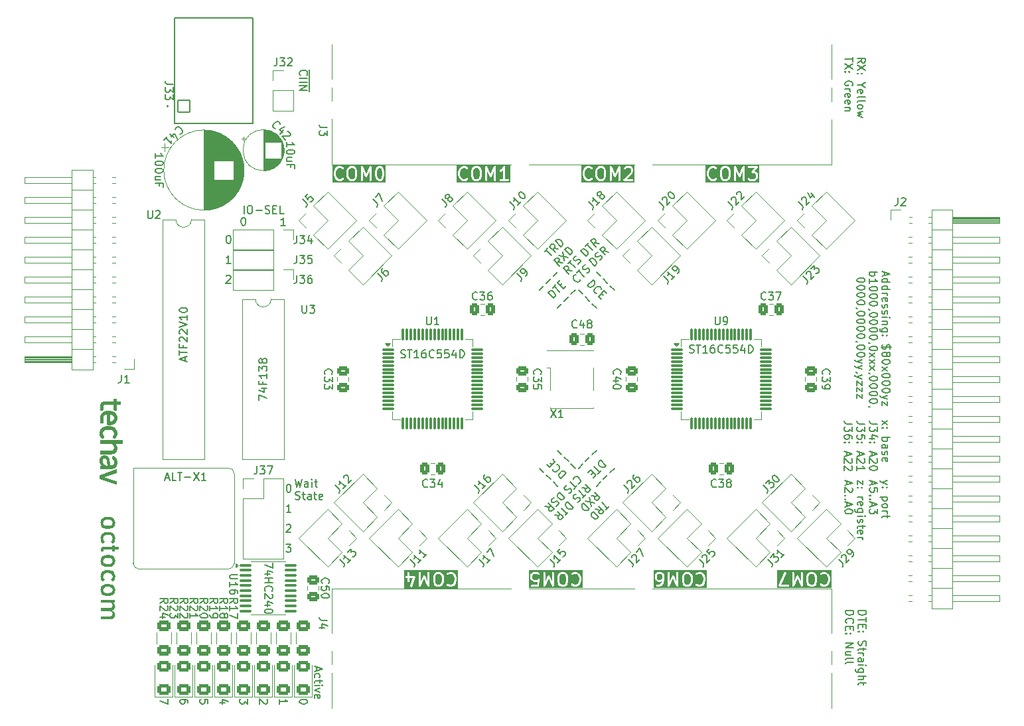
<source format=gto>
G04 #@! TF.GenerationSoftware,KiCad,Pcbnew,8.0.4*
G04 #@! TF.CreationDate,2025-01-12T21:12:32-06:00*
G04 #@! TF.ProjectId,OctoCom,4f63746f-436f-46d2-9e6b-696361645f70,rev?*
G04 #@! TF.SameCoordinates,Original*
G04 #@! TF.FileFunction,Legend,Top*
G04 #@! TF.FilePolarity,Positive*
%FSLAX46Y46*%
G04 Gerber Fmt 4.6, Leading zero omitted, Abs format (unit mm)*
G04 Created by KiCad (PCBNEW 8.0.4) date 2025-01-12 21:12:32*
%MOMM*%
%LPD*%
G01*
G04 APERTURE LIST*
G04 Aperture macros list*
%AMRoundRect*
0 Rectangle with rounded corners*
0 $1 Rounding radius*
0 $2 $3 $4 $5 $6 $7 $8 $9 X,Y pos of 4 corners*
0 Add a 4 corners polygon primitive as box body*
4,1,4,$2,$3,$4,$5,$6,$7,$8,$9,$2,$3,0*
0 Add four circle primitives for the rounded corners*
1,1,$1+$1,$2,$3*
1,1,$1+$1,$4,$5*
1,1,$1+$1,$6,$7*
1,1,$1+$1,$8,$9*
0 Add four rect primitives between the rounded corners*
20,1,$1+$1,$2,$3,$4,$5,0*
20,1,$1+$1,$4,$5,$6,$7,0*
20,1,$1+$1,$6,$7,$8,$9,0*
20,1,$1+$1,$8,$9,$2,$3,0*%
%AMHorizOval*
0 Thick line with rounded ends*
0 $1 width*
0 $2 $3 position (X,Y) of the first rounded end (center of the circle)*
0 $4 $5 position (X,Y) of the second rounded end (center of the circle)*
0 Add line between two ends*
20,1,$1,$2,$3,$4,$5,0*
0 Add two circle primitives to create the rounded ends*
1,1,$1,$2,$3*
1,1,$1,$4,$5*%
%AMRotRect*
0 Rectangle, with rotation*
0 The origin of the aperture is its center*
0 $1 length*
0 $2 width*
0 $3 Rotation angle, in degrees counterclockwise*
0 Add horizontal line*
21,1,$1,$2,0,0,$3*%
G04 Aperture macros list end*
%ADD10C,0.150000*%
%ADD11C,0.254000*%
%ADD12C,0.000000*%
%ADD13C,0.120000*%
%ADD14C,0.127000*%
%ADD15C,0.200000*%
%ADD16RoundRect,0.250000X-0.475000X0.337500X-0.475000X-0.337500X0.475000X-0.337500X0.475000X0.337500X0*%
%ADD17RoundRect,0.100000X-0.637500X-0.100000X0.637500X-0.100000X0.637500X0.100000X-0.637500X0.100000X0*%
%ADD18RoundRect,0.250000X-0.625000X0.400000X-0.625000X-0.400000X0.625000X-0.400000X0.625000X0.400000X0*%
%ADD19RoundRect,0.250001X0.624999X-0.462499X0.624999X0.462499X-0.624999X0.462499X-0.624999X-0.462499X0*%
%ADD20C,1.250000*%
%ADD21C,2.250000*%
%ADD22C,4.000000*%
%ADD23RoundRect,0.250000X-0.337500X-0.475000X0.337500X-0.475000X0.337500X0.475000X-0.337500X0.475000X0*%
%ADD24RotRect,1.700000X1.700000X45.000000*%
%ADD25HorizOval,1.700000X0.000000X0.000000X0.000000X0.000000X0*%
%ADD26RotRect,1.700000X1.700000X225.000000*%
%ADD27HorizOval,1.700000X0.000000X0.000000X0.000000X0.000000X0*%
%ADD28R,1.700000X1.700000*%
%ADD29O,1.700000X1.700000*%
%ADD30RoundRect,0.102000X0.754000X0.754000X-0.754000X0.754000X-0.754000X-0.754000X0.754000X-0.754000X0*%
%ADD31C,1.712000*%
%ADD32C,0.800000*%
%ADD33C,6.400000*%
%ADD34R,1.600000X1.600000*%
%ADD35C,1.600000*%
%ADD36O,1.600000X1.600000*%
%ADD37R,2.000000X2.000000*%
%ADD38C,2.000000*%
%ADD39RoundRect,0.250000X0.337500X0.475000X-0.337500X0.475000X-0.337500X-0.475000X0.337500X-0.475000X0*%
%ADD40RoundRect,0.250000X0.475000X-0.337500X0.475000X0.337500X-0.475000X0.337500X-0.475000X-0.337500X0*%
%ADD41RoundRect,0.075000X-0.700000X-0.075000X0.700000X-0.075000X0.700000X0.075000X-0.700000X0.075000X0*%
%ADD42RoundRect,0.075000X-0.075000X-0.700000X0.075000X-0.700000X0.075000X0.700000X-0.075000X0.700000X0*%
G04 APERTURE END LIST*
D10*
X99525895Y-119285000D02*
X99525895Y-119761190D01*
X99240180Y-119189762D02*
X100240180Y-119523095D01*
X100240180Y-119523095D02*
X99240180Y-119856428D01*
X99287800Y-120618333D02*
X99240180Y-120523095D01*
X99240180Y-120523095D02*
X99240180Y-120332619D01*
X99240180Y-120332619D02*
X99287800Y-120237381D01*
X99287800Y-120237381D02*
X99335419Y-120189762D01*
X99335419Y-120189762D02*
X99430657Y-120142143D01*
X99430657Y-120142143D02*
X99716371Y-120142143D01*
X99716371Y-120142143D02*
X99811609Y-120189762D01*
X99811609Y-120189762D02*
X99859228Y-120237381D01*
X99859228Y-120237381D02*
X99906847Y-120332619D01*
X99906847Y-120332619D02*
X99906847Y-120523095D01*
X99906847Y-120523095D02*
X99859228Y-120618333D01*
X99906847Y-120904048D02*
X99906847Y-121285000D01*
X100240180Y-121046905D02*
X99383038Y-121046905D01*
X99383038Y-121046905D02*
X99287800Y-121094524D01*
X99287800Y-121094524D02*
X99240180Y-121189762D01*
X99240180Y-121189762D02*
X99240180Y-121285000D01*
X99240180Y-121618334D02*
X99906847Y-121618334D01*
X100240180Y-121618334D02*
X100192561Y-121570715D01*
X100192561Y-121570715D02*
X100144942Y-121618334D01*
X100144942Y-121618334D02*
X100192561Y-121665953D01*
X100192561Y-121665953D02*
X100240180Y-121618334D01*
X100240180Y-121618334D02*
X100144942Y-121618334D01*
X99906847Y-121999286D02*
X99240180Y-122237381D01*
X99240180Y-122237381D02*
X99906847Y-122475476D01*
X99287800Y-123237381D02*
X99240180Y-123142143D01*
X99240180Y-123142143D02*
X99240180Y-122951667D01*
X99240180Y-122951667D02*
X99287800Y-122856429D01*
X99287800Y-122856429D02*
X99383038Y-122808810D01*
X99383038Y-122808810D02*
X99763990Y-122808810D01*
X99763990Y-122808810D02*
X99859228Y-122856429D01*
X99859228Y-122856429D02*
X99906847Y-122951667D01*
X99906847Y-122951667D02*
X99906847Y-123142143D01*
X99906847Y-123142143D02*
X99859228Y-123237381D01*
X99859228Y-123237381D02*
X99763990Y-123285000D01*
X99763990Y-123285000D02*
X99668752Y-123285000D01*
X99668752Y-123285000D02*
X99573514Y-122808810D01*
X168505180Y-42183207D02*
X168981371Y-41849874D01*
X168505180Y-41611779D02*
X169505180Y-41611779D01*
X169505180Y-41611779D02*
X169505180Y-41992731D01*
X169505180Y-41992731D02*
X169457561Y-42087969D01*
X169457561Y-42087969D02*
X169409942Y-42135588D01*
X169409942Y-42135588D02*
X169314704Y-42183207D01*
X169314704Y-42183207D02*
X169171847Y-42183207D01*
X169171847Y-42183207D02*
X169076609Y-42135588D01*
X169076609Y-42135588D02*
X169028990Y-42087969D01*
X169028990Y-42087969D02*
X168981371Y-41992731D01*
X168981371Y-41992731D02*
X168981371Y-41611779D01*
X169505180Y-42516541D02*
X168505180Y-43183207D01*
X169505180Y-43183207D02*
X168505180Y-42516541D01*
X168600419Y-43564160D02*
X168552800Y-43611779D01*
X168552800Y-43611779D02*
X168505180Y-43564160D01*
X168505180Y-43564160D02*
X168552800Y-43516541D01*
X168552800Y-43516541D02*
X168600419Y-43564160D01*
X168600419Y-43564160D02*
X168505180Y-43564160D01*
X169124228Y-43564160D02*
X169076609Y-43611779D01*
X169076609Y-43611779D02*
X169028990Y-43564160D01*
X169028990Y-43564160D02*
X169076609Y-43516541D01*
X169076609Y-43516541D02*
X169124228Y-43564160D01*
X169124228Y-43564160D02*
X169028990Y-43564160D01*
X168981371Y-44992731D02*
X168505180Y-44992731D01*
X169505180Y-44659398D02*
X168981371Y-44992731D01*
X168981371Y-44992731D02*
X169505180Y-45326064D01*
X168552800Y-46040350D02*
X168505180Y-45945112D01*
X168505180Y-45945112D02*
X168505180Y-45754636D01*
X168505180Y-45754636D02*
X168552800Y-45659398D01*
X168552800Y-45659398D02*
X168648038Y-45611779D01*
X168648038Y-45611779D02*
X169028990Y-45611779D01*
X169028990Y-45611779D02*
X169124228Y-45659398D01*
X169124228Y-45659398D02*
X169171847Y-45754636D01*
X169171847Y-45754636D02*
X169171847Y-45945112D01*
X169171847Y-45945112D02*
X169124228Y-46040350D01*
X169124228Y-46040350D02*
X169028990Y-46087969D01*
X169028990Y-46087969D02*
X168933752Y-46087969D01*
X168933752Y-46087969D02*
X168838514Y-45611779D01*
X168505180Y-46659398D02*
X168552800Y-46564160D01*
X168552800Y-46564160D02*
X168648038Y-46516541D01*
X168648038Y-46516541D02*
X169505180Y-46516541D01*
X168505180Y-47183208D02*
X168552800Y-47087970D01*
X168552800Y-47087970D02*
X168648038Y-47040351D01*
X168648038Y-47040351D02*
X169505180Y-47040351D01*
X168505180Y-47707018D02*
X168552800Y-47611780D01*
X168552800Y-47611780D02*
X168600419Y-47564161D01*
X168600419Y-47564161D02*
X168695657Y-47516542D01*
X168695657Y-47516542D02*
X168981371Y-47516542D01*
X168981371Y-47516542D02*
X169076609Y-47564161D01*
X169076609Y-47564161D02*
X169124228Y-47611780D01*
X169124228Y-47611780D02*
X169171847Y-47707018D01*
X169171847Y-47707018D02*
X169171847Y-47849875D01*
X169171847Y-47849875D02*
X169124228Y-47945113D01*
X169124228Y-47945113D02*
X169076609Y-47992732D01*
X169076609Y-47992732D02*
X168981371Y-48040351D01*
X168981371Y-48040351D02*
X168695657Y-48040351D01*
X168695657Y-48040351D02*
X168600419Y-47992732D01*
X168600419Y-47992732D02*
X168552800Y-47945113D01*
X168552800Y-47945113D02*
X168505180Y-47849875D01*
X168505180Y-47849875D02*
X168505180Y-47707018D01*
X169171847Y-48373685D02*
X168505180Y-48564161D01*
X168505180Y-48564161D02*
X168981371Y-48754637D01*
X168981371Y-48754637D02*
X168505180Y-48945113D01*
X168505180Y-48945113D02*
X169171847Y-49135589D01*
X167895236Y-41468922D02*
X167895236Y-42040350D01*
X166895236Y-41754636D02*
X167895236Y-41754636D01*
X167895236Y-42278446D02*
X166895236Y-42945112D01*
X167895236Y-42945112D02*
X166895236Y-42278446D01*
X166990475Y-43326065D02*
X166942856Y-43373684D01*
X166942856Y-43373684D02*
X166895236Y-43326065D01*
X166895236Y-43326065D02*
X166942856Y-43278446D01*
X166942856Y-43278446D02*
X166990475Y-43326065D01*
X166990475Y-43326065D02*
X166895236Y-43326065D01*
X167514284Y-43326065D02*
X167466665Y-43373684D01*
X167466665Y-43373684D02*
X167419046Y-43326065D01*
X167419046Y-43326065D02*
X167466665Y-43278446D01*
X167466665Y-43278446D02*
X167514284Y-43326065D01*
X167514284Y-43326065D02*
X167419046Y-43326065D01*
X167847617Y-45087969D02*
X167895236Y-44992731D01*
X167895236Y-44992731D02*
X167895236Y-44849874D01*
X167895236Y-44849874D02*
X167847617Y-44707017D01*
X167847617Y-44707017D02*
X167752379Y-44611779D01*
X167752379Y-44611779D02*
X167657141Y-44564160D01*
X167657141Y-44564160D02*
X167466665Y-44516541D01*
X167466665Y-44516541D02*
X167323808Y-44516541D01*
X167323808Y-44516541D02*
X167133332Y-44564160D01*
X167133332Y-44564160D02*
X167038094Y-44611779D01*
X167038094Y-44611779D02*
X166942856Y-44707017D01*
X166942856Y-44707017D02*
X166895236Y-44849874D01*
X166895236Y-44849874D02*
X166895236Y-44945112D01*
X166895236Y-44945112D02*
X166942856Y-45087969D01*
X166942856Y-45087969D02*
X166990475Y-45135588D01*
X166990475Y-45135588D02*
X167323808Y-45135588D01*
X167323808Y-45135588D02*
X167323808Y-44945112D01*
X166895236Y-45564160D02*
X167561903Y-45564160D01*
X167371427Y-45564160D02*
X167466665Y-45611779D01*
X167466665Y-45611779D02*
X167514284Y-45659398D01*
X167514284Y-45659398D02*
X167561903Y-45754636D01*
X167561903Y-45754636D02*
X167561903Y-45849874D01*
X166942856Y-46564160D02*
X166895236Y-46468922D01*
X166895236Y-46468922D02*
X166895236Y-46278446D01*
X166895236Y-46278446D02*
X166942856Y-46183208D01*
X166942856Y-46183208D02*
X167038094Y-46135589D01*
X167038094Y-46135589D02*
X167419046Y-46135589D01*
X167419046Y-46135589D02*
X167514284Y-46183208D01*
X167514284Y-46183208D02*
X167561903Y-46278446D01*
X167561903Y-46278446D02*
X167561903Y-46468922D01*
X167561903Y-46468922D02*
X167514284Y-46564160D01*
X167514284Y-46564160D02*
X167419046Y-46611779D01*
X167419046Y-46611779D02*
X167323808Y-46611779D01*
X167323808Y-46611779D02*
X167228570Y-46135589D01*
X166942856Y-47421303D02*
X166895236Y-47326065D01*
X166895236Y-47326065D02*
X166895236Y-47135589D01*
X166895236Y-47135589D02*
X166942856Y-47040351D01*
X166942856Y-47040351D02*
X167038094Y-46992732D01*
X167038094Y-46992732D02*
X167419046Y-46992732D01*
X167419046Y-46992732D02*
X167514284Y-47040351D01*
X167514284Y-47040351D02*
X167561903Y-47135589D01*
X167561903Y-47135589D02*
X167561903Y-47326065D01*
X167561903Y-47326065D02*
X167514284Y-47421303D01*
X167514284Y-47421303D02*
X167419046Y-47468922D01*
X167419046Y-47468922D02*
X167323808Y-47468922D01*
X167323808Y-47468922D02*
X167228570Y-46992732D01*
X167561903Y-47897494D02*
X166895236Y-47897494D01*
X167466665Y-47897494D02*
X167514284Y-47945113D01*
X167514284Y-47945113D02*
X167561903Y-48040351D01*
X167561903Y-48040351D02*
X167561903Y-48183208D01*
X167561903Y-48183208D02*
X167514284Y-48278446D01*
X167514284Y-48278446D02*
X167419046Y-48326065D01*
X167419046Y-48326065D02*
X166895236Y-48326065D01*
X80555180Y-123351541D02*
X80555180Y-124018207D01*
X80555180Y-124018207D02*
X79555180Y-123589636D01*
X83095180Y-123875350D02*
X83095180Y-123684874D01*
X83095180Y-123684874D02*
X83047561Y-123589636D01*
X83047561Y-123589636D02*
X82999942Y-123542017D01*
X82999942Y-123542017D02*
X82857085Y-123446779D01*
X82857085Y-123446779D02*
X82666609Y-123399160D01*
X82666609Y-123399160D02*
X82285657Y-123399160D01*
X82285657Y-123399160D02*
X82190419Y-123446779D01*
X82190419Y-123446779D02*
X82142800Y-123494398D01*
X82142800Y-123494398D02*
X82095180Y-123589636D01*
X82095180Y-123589636D02*
X82095180Y-123780112D01*
X82095180Y-123780112D02*
X82142800Y-123875350D01*
X82142800Y-123875350D02*
X82190419Y-123922969D01*
X82190419Y-123922969D02*
X82285657Y-123970588D01*
X82285657Y-123970588D02*
X82523752Y-123970588D01*
X82523752Y-123970588D02*
X82618990Y-123922969D01*
X82618990Y-123922969D02*
X82666609Y-123875350D01*
X82666609Y-123875350D02*
X82714228Y-123780112D01*
X82714228Y-123780112D02*
X82714228Y-123589636D01*
X82714228Y-123589636D02*
X82666609Y-123494398D01*
X82666609Y-123494398D02*
X82618990Y-123446779D01*
X82618990Y-123446779D02*
X82523752Y-123399160D01*
X85635180Y-123922969D02*
X85635180Y-123446779D01*
X85635180Y-123446779D02*
X85158990Y-123399160D01*
X85158990Y-123399160D02*
X85206609Y-123446779D01*
X85206609Y-123446779D02*
X85254228Y-123542017D01*
X85254228Y-123542017D02*
X85254228Y-123780112D01*
X85254228Y-123780112D02*
X85206609Y-123875350D01*
X85206609Y-123875350D02*
X85158990Y-123922969D01*
X85158990Y-123922969D02*
X85063752Y-123970588D01*
X85063752Y-123970588D02*
X84825657Y-123970588D01*
X84825657Y-123970588D02*
X84730419Y-123922969D01*
X84730419Y-123922969D02*
X84682800Y-123875350D01*
X84682800Y-123875350D02*
X84635180Y-123780112D01*
X84635180Y-123780112D02*
X84635180Y-123542017D01*
X84635180Y-123542017D02*
X84682800Y-123446779D01*
X84682800Y-123446779D02*
X84730419Y-123399160D01*
X87841847Y-123875350D02*
X87175180Y-123875350D01*
X88222800Y-123637255D02*
X87508514Y-123399160D01*
X87508514Y-123399160D02*
X87508514Y-124018207D01*
X90715180Y-123351541D02*
X90715180Y-123970588D01*
X90715180Y-123970588D02*
X90334228Y-123637255D01*
X90334228Y-123637255D02*
X90334228Y-123780112D01*
X90334228Y-123780112D02*
X90286609Y-123875350D01*
X90286609Y-123875350D02*
X90238990Y-123922969D01*
X90238990Y-123922969D02*
X90143752Y-123970588D01*
X90143752Y-123970588D02*
X89905657Y-123970588D01*
X89905657Y-123970588D02*
X89810419Y-123922969D01*
X89810419Y-123922969D02*
X89762800Y-123875350D01*
X89762800Y-123875350D02*
X89715180Y-123780112D01*
X89715180Y-123780112D02*
X89715180Y-123494398D01*
X89715180Y-123494398D02*
X89762800Y-123399160D01*
X89762800Y-123399160D02*
X89810419Y-123351541D01*
X93159942Y-123399160D02*
X93207561Y-123446779D01*
X93207561Y-123446779D02*
X93255180Y-123542017D01*
X93255180Y-123542017D02*
X93255180Y-123780112D01*
X93255180Y-123780112D02*
X93207561Y-123875350D01*
X93207561Y-123875350D02*
X93159942Y-123922969D01*
X93159942Y-123922969D02*
X93064704Y-123970588D01*
X93064704Y-123970588D02*
X92969466Y-123970588D01*
X92969466Y-123970588D02*
X92826609Y-123922969D01*
X92826609Y-123922969D02*
X92255180Y-123351541D01*
X92255180Y-123351541D02*
X92255180Y-123970588D01*
X94795180Y-123970588D02*
X94795180Y-123399160D01*
X94795180Y-123684874D02*
X95795180Y-123684874D01*
X95795180Y-123684874D02*
X95652323Y-123589636D01*
X95652323Y-123589636D02*
X95557085Y-123494398D01*
X95557085Y-123494398D02*
X95509466Y-123399160D01*
X98335180Y-123637255D02*
X98335180Y-123732493D01*
X98335180Y-123732493D02*
X98287561Y-123827731D01*
X98287561Y-123827731D02*
X98239942Y-123875350D01*
X98239942Y-123875350D02*
X98144704Y-123922969D01*
X98144704Y-123922969D02*
X97954228Y-123970588D01*
X97954228Y-123970588D02*
X97716133Y-123970588D01*
X97716133Y-123970588D02*
X97525657Y-123922969D01*
X97525657Y-123922969D02*
X97430419Y-123875350D01*
X97430419Y-123875350D02*
X97382800Y-123827731D01*
X97382800Y-123827731D02*
X97335180Y-123732493D01*
X97335180Y-123732493D02*
X97335180Y-123637255D01*
X97335180Y-123637255D02*
X97382800Y-123542017D01*
X97382800Y-123542017D02*
X97430419Y-123494398D01*
X97430419Y-123494398D02*
X97525657Y-123446779D01*
X97525657Y-123446779D02*
X97716133Y-123399160D01*
X97716133Y-123399160D02*
X97954228Y-123399160D01*
X97954228Y-123399160D02*
X98144704Y-123446779D01*
X98144704Y-123446779D02*
X98239942Y-123494398D01*
X98239942Y-123494398D02*
X98287561Y-123542017D01*
X98287561Y-123542017D02*
X98335180Y-123637255D01*
D11*
G36*
X162910329Y-107432582D02*
G01*
X163028122Y-107550374D01*
X163094418Y-107815556D01*
X163094418Y-108334621D01*
X163028122Y-108599802D01*
X162910330Y-108717594D01*
X162798343Y-108773588D01*
X162543827Y-108773588D01*
X162431839Y-108717594D01*
X162314047Y-108599801D01*
X162247752Y-108334621D01*
X162247752Y-107815556D01*
X162314047Y-107550375D01*
X162431838Y-107432583D01*
X162543828Y-107376588D01*
X162798342Y-107376588D01*
X162910329Y-107432582D01*
G37*
G36*
X165182862Y-109211032D02*
G01*
X158274598Y-109211032D01*
X158274598Y-108923843D01*
X158458042Y-108923843D01*
X158458335Y-108924575D01*
X158458335Y-108925364D01*
X158467527Y-108947557D01*
X158476446Y-108969853D01*
X158476996Y-108970417D01*
X158477298Y-108971145D01*
X158494277Y-108988124D01*
X158511056Y-109005317D01*
X158511780Y-109005627D01*
X158512338Y-109006185D01*
X158534532Y-109015378D01*
X158556601Y-109024836D01*
X158557388Y-109024845D01*
X158558119Y-109025148D01*
X158582895Y-109027588D01*
X159683561Y-109027588D01*
X159708337Y-109025148D01*
X159754118Y-109006185D01*
X159789158Y-108971145D01*
X159808121Y-108925364D01*
X159808121Y-108875812D01*
X159789158Y-108830031D01*
X159754118Y-108794991D01*
X159708337Y-108776028D01*
X159683561Y-108773588D01*
X158775495Y-108773588D01*
X159407197Y-107299616D01*
X159414714Y-107275882D01*
X159415035Y-107249588D01*
X160185514Y-107249588D01*
X160185514Y-108900588D01*
X160187117Y-108916872D01*
X160186986Y-108919870D01*
X160187571Y-108921480D01*
X160187954Y-108925364D01*
X160196388Y-108945727D01*
X160203921Y-108966441D01*
X160205833Y-108968529D01*
X160206917Y-108971145D01*
X160222498Y-108986726D01*
X160237388Y-109002985D01*
X160239954Y-109004182D01*
X160241957Y-109006185D01*
X160262310Y-109014615D01*
X160282291Y-109023940D01*
X160285122Y-109024064D01*
X160287738Y-109025148D01*
X160309774Y-109025148D01*
X160331796Y-109026116D01*
X160334458Y-109025148D01*
X160337290Y-109025148D01*
X160357653Y-109016713D01*
X160378367Y-109009181D01*
X160380455Y-109007268D01*
X160383071Y-109006185D01*
X160398652Y-108990603D01*
X160414911Y-108975714D01*
X160416900Y-108972355D01*
X160418111Y-108971145D01*
X160419258Y-108968374D01*
X160427599Y-108954294D01*
X160862847Y-108021619D01*
X161298095Y-108954294D01*
X161306435Y-108968374D01*
X161307583Y-108971145D01*
X161308793Y-108972355D01*
X161310783Y-108975714D01*
X161327041Y-108990603D01*
X161342623Y-109006185D01*
X161345238Y-109007268D01*
X161347327Y-109009181D01*
X161368040Y-109016713D01*
X161388404Y-109025148D01*
X161391236Y-109025148D01*
X161393898Y-109026116D01*
X161415920Y-109025148D01*
X161437956Y-109025148D01*
X161440571Y-109024064D01*
X161443403Y-109023940D01*
X161463383Y-109014615D01*
X161483737Y-109006185D01*
X161485739Y-109004182D01*
X161488306Y-109002985D01*
X161503195Y-108986726D01*
X161518777Y-108971145D01*
X161519860Y-108968529D01*
X161521773Y-108966441D01*
X161529305Y-108945727D01*
X161537740Y-108925364D01*
X161538122Y-108921480D01*
X161538708Y-108919870D01*
X161538576Y-108916872D01*
X161540180Y-108900588D01*
X161540180Y-107799922D01*
X161993752Y-107799922D01*
X161993752Y-108350255D01*
X161994177Y-108354576D01*
X161993902Y-108356429D01*
X161995273Y-108365701D01*
X161996192Y-108375031D01*
X161996908Y-108376761D01*
X161997544Y-108381057D01*
X162076163Y-108695533D01*
X162084539Y-108718977D01*
X162090161Y-108726565D01*
X162093775Y-108735289D01*
X162109568Y-108754534D01*
X162266806Y-108911771D01*
X162276545Y-108919763D01*
X162278744Y-108922299D01*
X162282565Y-108924704D01*
X162286051Y-108927565D01*
X162289148Y-108928847D01*
X162299813Y-108935561D01*
X162457050Y-109014180D01*
X162480302Y-109023078D01*
X162484854Y-109023401D01*
X162489071Y-109025148D01*
X162513847Y-109027588D01*
X162828323Y-109027588D01*
X162853099Y-109025148D01*
X162857315Y-109023401D01*
X162861868Y-109023078D01*
X162885119Y-109014180D01*
X163042357Y-108935561D01*
X163053021Y-108928847D01*
X163056119Y-108927565D01*
X163059605Y-108924703D01*
X163063426Y-108922299D01*
X163065623Y-108919765D01*
X163075364Y-108911772D01*
X163232601Y-108754534D01*
X163248395Y-108735289D01*
X163252008Y-108726565D01*
X163257631Y-108718977D01*
X163266007Y-108695533D01*
X163344626Y-108381057D01*
X163345261Y-108376761D01*
X163345978Y-108375031D01*
X163346896Y-108365701D01*
X163348268Y-108356429D01*
X163347992Y-108354576D01*
X163348418Y-108350255D01*
X163348418Y-107799922D01*
X163347992Y-107795600D01*
X163348268Y-107793748D01*
X163346896Y-107784475D01*
X163345978Y-107775146D01*
X163345261Y-107773415D01*
X163344626Y-107769120D01*
X163266007Y-107454644D01*
X163257631Y-107431200D01*
X163252008Y-107423611D01*
X163248395Y-107414888D01*
X163232601Y-107395643D01*
X163219008Y-107382050D01*
X163725811Y-107382050D01*
X163725811Y-107431604D01*
X163744775Y-107477385D01*
X163779813Y-107512423D01*
X163825594Y-107531387D01*
X163875148Y-107531387D01*
X163920929Y-107512423D01*
X163940174Y-107496630D01*
X163997594Y-107439209D01*
X164185457Y-107376588D01*
X164301475Y-107376588D01*
X164489337Y-107439209D01*
X164610805Y-107560676D01*
X164673972Y-107687010D01*
X164745418Y-107972794D01*
X164745418Y-108177383D01*
X164673972Y-108463167D01*
X164610805Y-108589500D01*
X164489338Y-108710966D01*
X164301475Y-108773588D01*
X164185457Y-108773588D01*
X163997594Y-108710967D01*
X163940174Y-108653547D01*
X163920929Y-108637754D01*
X163875148Y-108618790D01*
X163825594Y-108618790D01*
X163779813Y-108637754D01*
X163744775Y-108672792D01*
X163725811Y-108718573D01*
X163725811Y-108768127D01*
X163744775Y-108813908D01*
X163760568Y-108833153D01*
X163839187Y-108911772D01*
X163858432Y-108927565D01*
X163862647Y-108929311D01*
X163866096Y-108932302D01*
X163888829Y-108942452D01*
X164124686Y-109021071D01*
X164136973Y-109023865D01*
X164140071Y-109025148D01*
X164144560Y-109025590D01*
X164148962Y-109026591D01*
X164152308Y-109026353D01*
X164164847Y-109027588D01*
X164322085Y-109027588D01*
X164334623Y-109026353D01*
X164337970Y-109026591D01*
X164342371Y-109025590D01*
X164346861Y-109025148D01*
X164349958Y-109023865D01*
X164362246Y-109021071D01*
X164598103Y-108942452D01*
X164620836Y-108932302D01*
X164624284Y-108929311D01*
X164628500Y-108927565D01*
X164647745Y-108911772D01*
X164804982Y-108754534D01*
X164812974Y-108744794D01*
X164815510Y-108742596D01*
X164817915Y-108738774D01*
X164820776Y-108735289D01*
X164822058Y-108732191D01*
X164828772Y-108721527D01*
X164907391Y-108564290D01*
X164908085Y-108562475D01*
X164908631Y-108561739D01*
X164912341Y-108551353D01*
X164916289Y-108541038D01*
X164916354Y-108540122D01*
X164917007Y-108538295D01*
X164995626Y-108223819D01*
X164996261Y-108219523D01*
X164996978Y-108217793D01*
X164997896Y-108208463D01*
X164999268Y-108199191D01*
X164998992Y-108197338D01*
X164999418Y-108193017D01*
X164999418Y-107957160D01*
X164998992Y-107952838D01*
X164999268Y-107950986D01*
X164997896Y-107941713D01*
X164996978Y-107932384D01*
X164996261Y-107930653D01*
X164995626Y-107926358D01*
X164917007Y-107611882D01*
X164916354Y-107610054D01*
X164916289Y-107609139D01*
X164912341Y-107598823D01*
X164908631Y-107588438D01*
X164908085Y-107587701D01*
X164907391Y-107585887D01*
X164828772Y-107428650D01*
X164822058Y-107417985D01*
X164820776Y-107414888D01*
X164817915Y-107411402D01*
X164815510Y-107407581D01*
X164812974Y-107405382D01*
X164804982Y-107395643D01*
X164647745Y-107238405D01*
X164628500Y-107222612D01*
X164624284Y-107220865D01*
X164620836Y-107217875D01*
X164598103Y-107207725D01*
X164362246Y-107129105D01*
X164349958Y-107126310D01*
X164346861Y-107125028D01*
X164342371Y-107124585D01*
X164337970Y-107123585D01*
X164334623Y-107123822D01*
X164322085Y-107122588D01*
X164164847Y-107122588D01*
X164152307Y-107123822D01*
X164148961Y-107123585D01*
X164144559Y-107124585D01*
X164140071Y-107125028D01*
X164136972Y-107126311D01*
X164124685Y-107129106D01*
X163888829Y-107207725D01*
X163866096Y-107217875D01*
X163862647Y-107220865D01*
X163858432Y-107222612D01*
X163839187Y-107238405D01*
X163760568Y-107317024D01*
X163744775Y-107336269D01*
X163725811Y-107382050D01*
X163219008Y-107382050D01*
X163075364Y-107238405D01*
X163065623Y-107230411D01*
X163063427Y-107227879D01*
X163059606Y-107225474D01*
X163056119Y-107222612D01*
X163053022Y-107221329D01*
X163042358Y-107214616D01*
X162885120Y-107135996D01*
X162861868Y-107127098D01*
X162857315Y-107126774D01*
X162853099Y-107125028D01*
X162828323Y-107122588D01*
X162513847Y-107122588D01*
X162489071Y-107125028D01*
X162484854Y-107126774D01*
X162480302Y-107127098D01*
X162457050Y-107135996D01*
X162299812Y-107214616D01*
X162289147Y-107221329D01*
X162286051Y-107222612D01*
X162282564Y-107225473D01*
X162278743Y-107227879D01*
X162276544Y-107230413D01*
X162266806Y-107238406D01*
X162109568Y-107395643D01*
X162093775Y-107414888D01*
X162090161Y-107423611D01*
X162084539Y-107431200D01*
X162076163Y-107454644D01*
X161997544Y-107769120D01*
X161996908Y-107773415D01*
X161996192Y-107775146D01*
X161995273Y-107784475D01*
X161993902Y-107793748D01*
X161994177Y-107795600D01*
X161993752Y-107799922D01*
X161540180Y-107799922D01*
X161540180Y-107249588D01*
X161537740Y-107224812D01*
X161518777Y-107179031D01*
X161483737Y-107143991D01*
X161437956Y-107125028D01*
X161388404Y-107125028D01*
X161342623Y-107143991D01*
X161307583Y-107179031D01*
X161288620Y-107224812D01*
X161286180Y-107249588D01*
X161286180Y-108328128D01*
X160977932Y-107667597D01*
X160972558Y-107658524D01*
X160971440Y-107655450D01*
X160969449Y-107653275D01*
X160965244Y-107646177D01*
X160951009Y-107633140D01*
X160937973Y-107618906D01*
X160932860Y-107616520D01*
X160928700Y-107612710D01*
X160910564Y-107606115D01*
X160893070Y-107597951D01*
X160887431Y-107597703D01*
X160882129Y-107595775D01*
X160862847Y-107596622D01*
X160843565Y-107595775D01*
X160838262Y-107597703D01*
X160832624Y-107597951D01*
X160815129Y-107606115D01*
X160796994Y-107612710D01*
X160792833Y-107616520D01*
X160787721Y-107618906D01*
X160774684Y-107633140D01*
X160760450Y-107646177D01*
X160756244Y-107653275D01*
X160754254Y-107655450D01*
X160753135Y-107658524D01*
X160747762Y-107667597D01*
X160439514Y-108328128D01*
X160439514Y-107249588D01*
X160437074Y-107224812D01*
X160418111Y-107179031D01*
X160383071Y-107143991D01*
X160337290Y-107125028D01*
X160287738Y-107125028D01*
X160241957Y-107143991D01*
X160206917Y-107179031D01*
X160187954Y-107224812D01*
X160185514Y-107249588D01*
X159415035Y-107249588D01*
X159415319Y-107226333D01*
X159396915Y-107180323D01*
X159362305Y-107144859D01*
X159316760Y-107125340D01*
X159267210Y-107124736D01*
X159221201Y-107143139D01*
X159185737Y-107177749D01*
X159173734Y-107199561D01*
X158466164Y-108850560D01*
X158458647Y-108874294D01*
X158458637Y-108875081D01*
X158458335Y-108875812D01*
X158458335Y-108899835D01*
X158458042Y-108923843D01*
X158274598Y-108923843D01*
X158274598Y-106939144D01*
X165182862Y-106939144D01*
X165182862Y-109211032D01*
G37*
G36*
X131160329Y-107432582D02*
G01*
X131278122Y-107550374D01*
X131344418Y-107815556D01*
X131344418Y-108334621D01*
X131278122Y-108599802D01*
X131160330Y-108717594D01*
X131048343Y-108773588D01*
X130793827Y-108773588D01*
X130681839Y-108717594D01*
X130564047Y-108599801D01*
X130497752Y-108334621D01*
X130497752Y-107815556D01*
X130564047Y-107550375D01*
X130681838Y-107432583D01*
X130793828Y-107376588D01*
X131048342Y-107376588D01*
X131160329Y-107432582D01*
G37*
G36*
X133432862Y-109211032D02*
G01*
X126601070Y-109211032D01*
X126601070Y-107564065D01*
X126784514Y-107564065D01*
X126784514Y-107957160D01*
X126786954Y-107981936D01*
X126788700Y-107986152D01*
X126789024Y-107990705D01*
X126797922Y-108013956D01*
X126876541Y-108171194D01*
X126883254Y-108181858D01*
X126884537Y-108184956D01*
X126887398Y-108188442D01*
X126889803Y-108192263D01*
X126892336Y-108194460D01*
X126900330Y-108204201D01*
X126978949Y-108282820D01*
X126988689Y-108290813D01*
X126990887Y-108293347D01*
X126994707Y-108295751D01*
X126998194Y-108298613D01*
X127001291Y-108299895D01*
X127011956Y-108306609D01*
X127169193Y-108385228D01*
X127192445Y-108394126D01*
X127196997Y-108394449D01*
X127201214Y-108396196D01*
X127225990Y-108398636D01*
X127619085Y-108398636D01*
X127643861Y-108396196D01*
X127648077Y-108394449D01*
X127652630Y-108394126D01*
X127675881Y-108385228D01*
X127701506Y-108372415D01*
X127661389Y-108773588D01*
X126990133Y-108773588D01*
X126965357Y-108776028D01*
X126919576Y-108794991D01*
X126884536Y-108830031D01*
X126865573Y-108875812D01*
X126865573Y-108925364D01*
X126884536Y-108971145D01*
X126919576Y-109006185D01*
X126965357Y-109025148D01*
X126990133Y-109027588D01*
X127776323Y-109027588D01*
X127785486Y-109026685D01*
X127788582Y-109026995D01*
X127791604Y-109026083D01*
X127801099Y-109025148D01*
X127818247Y-109018044D01*
X127836023Y-109012682D01*
X127840973Y-109008631D01*
X127846880Y-109006185D01*
X127860006Y-108993058D01*
X127874375Y-108981302D01*
X127877397Y-108975667D01*
X127881920Y-108971145D01*
X127889023Y-108953995D01*
X127897800Y-108937635D01*
X127899675Y-108928279D01*
X127900883Y-108925364D01*
X127900883Y-108922254D01*
X127902693Y-108913225D01*
X127981312Y-108127035D01*
X127981349Y-108102139D01*
X127979502Y-108096017D01*
X127979502Y-108089621D01*
X127972398Y-108072471D01*
X127967036Y-108054699D01*
X127962985Y-108049748D01*
X127960538Y-108043840D01*
X127947410Y-108030712D01*
X127935656Y-108016346D01*
X127930021Y-108013323D01*
X127925500Y-108008802D01*
X127908345Y-108001696D01*
X127891989Y-107992922D01*
X127885628Y-107992285D01*
X127879719Y-107989838D01*
X127861152Y-107989838D01*
X127842683Y-107987991D01*
X127836561Y-107989838D01*
X127830165Y-107989838D01*
X127813011Y-107996943D01*
X127795242Y-108002305D01*
X127790292Y-108006354D01*
X127784384Y-108008802D01*
X127765139Y-108024595D01*
X127701091Y-108088642D01*
X127589105Y-108144636D01*
X127255970Y-108144636D01*
X127143984Y-108088643D01*
X127094507Y-108039166D01*
X127038514Y-107927179D01*
X127038514Y-107594045D01*
X127094507Y-107482058D01*
X127143983Y-107432582D01*
X127255971Y-107376588D01*
X127589104Y-107376588D01*
X127701091Y-107432582D01*
X127765139Y-107496630D01*
X127784384Y-107512423D01*
X127830165Y-107531387D01*
X127879719Y-107531387D01*
X127925500Y-107512423D01*
X127960538Y-107477385D01*
X127979502Y-107431604D01*
X127979502Y-107382050D01*
X127960538Y-107336269D01*
X127944745Y-107317024D01*
X127877309Y-107249588D01*
X128435514Y-107249588D01*
X128435514Y-108900588D01*
X128437117Y-108916872D01*
X128436986Y-108919870D01*
X128437571Y-108921480D01*
X128437954Y-108925364D01*
X128446388Y-108945727D01*
X128453921Y-108966441D01*
X128455833Y-108968529D01*
X128456917Y-108971145D01*
X128472498Y-108986726D01*
X128487388Y-109002985D01*
X128489954Y-109004182D01*
X128491957Y-109006185D01*
X128512310Y-109014615D01*
X128532291Y-109023940D01*
X128535122Y-109024064D01*
X128537738Y-109025148D01*
X128559774Y-109025148D01*
X128581796Y-109026116D01*
X128584458Y-109025148D01*
X128587290Y-109025148D01*
X128607653Y-109016713D01*
X128628367Y-109009181D01*
X128630455Y-109007268D01*
X128633071Y-109006185D01*
X128648652Y-108990603D01*
X128664911Y-108975714D01*
X128666900Y-108972355D01*
X128668111Y-108971145D01*
X128669258Y-108968374D01*
X128677599Y-108954294D01*
X129112847Y-108021619D01*
X129548095Y-108954294D01*
X129556435Y-108968374D01*
X129557583Y-108971145D01*
X129558793Y-108972355D01*
X129560783Y-108975714D01*
X129577041Y-108990603D01*
X129592623Y-109006185D01*
X129595238Y-109007268D01*
X129597327Y-109009181D01*
X129618040Y-109016713D01*
X129638404Y-109025148D01*
X129641236Y-109025148D01*
X129643898Y-109026116D01*
X129665920Y-109025148D01*
X129687956Y-109025148D01*
X129690571Y-109024064D01*
X129693403Y-109023940D01*
X129713383Y-109014615D01*
X129733737Y-109006185D01*
X129735739Y-109004182D01*
X129738306Y-109002985D01*
X129753195Y-108986726D01*
X129768777Y-108971145D01*
X129769860Y-108968529D01*
X129771773Y-108966441D01*
X129779305Y-108945727D01*
X129787740Y-108925364D01*
X129788122Y-108921480D01*
X129788708Y-108919870D01*
X129788576Y-108916872D01*
X129790180Y-108900588D01*
X129790180Y-107799922D01*
X130243752Y-107799922D01*
X130243752Y-108350255D01*
X130244177Y-108354576D01*
X130243902Y-108356429D01*
X130245273Y-108365701D01*
X130246192Y-108375031D01*
X130246908Y-108376761D01*
X130247544Y-108381057D01*
X130326163Y-108695533D01*
X130334539Y-108718977D01*
X130340161Y-108726565D01*
X130343775Y-108735289D01*
X130359568Y-108754534D01*
X130516806Y-108911771D01*
X130526545Y-108919763D01*
X130528744Y-108922299D01*
X130532565Y-108924704D01*
X130536051Y-108927565D01*
X130539148Y-108928847D01*
X130549813Y-108935561D01*
X130707050Y-109014180D01*
X130730302Y-109023078D01*
X130734854Y-109023401D01*
X130739071Y-109025148D01*
X130763847Y-109027588D01*
X131078323Y-109027588D01*
X131103099Y-109025148D01*
X131107315Y-109023401D01*
X131111868Y-109023078D01*
X131135119Y-109014180D01*
X131292357Y-108935561D01*
X131303021Y-108928847D01*
X131306119Y-108927565D01*
X131309605Y-108924703D01*
X131313426Y-108922299D01*
X131315623Y-108919765D01*
X131325364Y-108911772D01*
X131482601Y-108754534D01*
X131498395Y-108735289D01*
X131502008Y-108726565D01*
X131507631Y-108718977D01*
X131516007Y-108695533D01*
X131594626Y-108381057D01*
X131595261Y-108376761D01*
X131595978Y-108375031D01*
X131596896Y-108365701D01*
X131598268Y-108356429D01*
X131597992Y-108354576D01*
X131598418Y-108350255D01*
X131598418Y-107799922D01*
X131597992Y-107795600D01*
X131598268Y-107793748D01*
X131596896Y-107784475D01*
X131595978Y-107775146D01*
X131595261Y-107773415D01*
X131594626Y-107769120D01*
X131516007Y-107454644D01*
X131507631Y-107431200D01*
X131502008Y-107423611D01*
X131498395Y-107414888D01*
X131482601Y-107395643D01*
X131469008Y-107382050D01*
X131975811Y-107382050D01*
X131975811Y-107431604D01*
X131994775Y-107477385D01*
X132029813Y-107512423D01*
X132075594Y-107531387D01*
X132125148Y-107531387D01*
X132170929Y-107512423D01*
X132190174Y-107496630D01*
X132247594Y-107439209D01*
X132435457Y-107376588D01*
X132551475Y-107376588D01*
X132739337Y-107439209D01*
X132860805Y-107560676D01*
X132923972Y-107687010D01*
X132995418Y-107972794D01*
X132995418Y-108177383D01*
X132923972Y-108463167D01*
X132860805Y-108589500D01*
X132739338Y-108710966D01*
X132551475Y-108773588D01*
X132435457Y-108773588D01*
X132247594Y-108710967D01*
X132190174Y-108653547D01*
X132170929Y-108637754D01*
X132125148Y-108618790D01*
X132075594Y-108618790D01*
X132029813Y-108637754D01*
X131994775Y-108672792D01*
X131975811Y-108718573D01*
X131975811Y-108768127D01*
X131994775Y-108813908D01*
X132010568Y-108833153D01*
X132089187Y-108911772D01*
X132108432Y-108927565D01*
X132112647Y-108929311D01*
X132116096Y-108932302D01*
X132138829Y-108942452D01*
X132374686Y-109021071D01*
X132386973Y-109023865D01*
X132390071Y-109025148D01*
X132394560Y-109025590D01*
X132398962Y-109026591D01*
X132402308Y-109026353D01*
X132414847Y-109027588D01*
X132572085Y-109027588D01*
X132584623Y-109026353D01*
X132587970Y-109026591D01*
X132592371Y-109025590D01*
X132596861Y-109025148D01*
X132599958Y-109023865D01*
X132612246Y-109021071D01*
X132848103Y-108942452D01*
X132870836Y-108932302D01*
X132874284Y-108929311D01*
X132878500Y-108927565D01*
X132897745Y-108911772D01*
X133054982Y-108754534D01*
X133062974Y-108744794D01*
X133065510Y-108742596D01*
X133067915Y-108738774D01*
X133070776Y-108735289D01*
X133072058Y-108732191D01*
X133078772Y-108721527D01*
X133157391Y-108564290D01*
X133158085Y-108562475D01*
X133158631Y-108561739D01*
X133162341Y-108551353D01*
X133166289Y-108541038D01*
X133166354Y-108540122D01*
X133167007Y-108538295D01*
X133245626Y-108223819D01*
X133246261Y-108219523D01*
X133246978Y-108217793D01*
X133247896Y-108208463D01*
X133249268Y-108199191D01*
X133248992Y-108197338D01*
X133249418Y-108193017D01*
X133249418Y-107957160D01*
X133248992Y-107952838D01*
X133249268Y-107950986D01*
X133247896Y-107941713D01*
X133246978Y-107932384D01*
X133246261Y-107930653D01*
X133245626Y-107926358D01*
X133167007Y-107611882D01*
X133166354Y-107610054D01*
X133166289Y-107609139D01*
X133162341Y-107598823D01*
X133158631Y-107588438D01*
X133158085Y-107587701D01*
X133157391Y-107585887D01*
X133078772Y-107428650D01*
X133072058Y-107417985D01*
X133070776Y-107414888D01*
X133067915Y-107411402D01*
X133065510Y-107407581D01*
X133062974Y-107405382D01*
X133054982Y-107395643D01*
X132897745Y-107238405D01*
X132878500Y-107222612D01*
X132874284Y-107220865D01*
X132870836Y-107217875D01*
X132848103Y-107207725D01*
X132612246Y-107129105D01*
X132599958Y-107126310D01*
X132596861Y-107125028D01*
X132592371Y-107124585D01*
X132587970Y-107123585D01*
X132584623Y-107123822D01*
X132572085Y-107122588D01*
X132414847Y-107122588D01*
X132402307Y-107123822D01*
X132398961Y-107123585D01*
X132394559Y-107124585D01*
X132390071Y-107125028D01*
X132386972Y-107126311D01*
X132374685Y-107129106D01*
X132138829Y-107207725D01*
X132116096Y-107217875D01*
X132112647Y-107220865D01*
X132108432Y-107222612D01*
X132089187Y-107238405D01*
X132010568Y-107317024D01*
X131994775Y-107336269D01*
X131975811Y-107382050D01*
X131469008Y-107382050D01*
X131325364Y-107238405D01*
X131315623Y-107230411D01*
X131313427Y-107227879D01*
X131309606Y-107225474D01*
X131306119Y-107222612D01*
X131303022Y-107221329D01*
X131292358Y-107214616D01*
X131135120Y-107135996D01*
X131111868Y-107127098D01*
X131107315Y-107126774D01*
X131103099Y-107125028D01*
X131078323Y-107122588D01*
X130763847Y-107122588D01*
X130739071Y-107125028D01*
X130734854Y-107126774D01*
X130730302Y-107127098D01*
X130707050Y-107135996D01*
X130549812Y-107214616D01*
X130539147Y-107221329D01*
X130536051Y-107222612D01*
X130532564Y-107225473D01*
X130528743Y-107227879D01*
X130526544Y-107230413D01*
X130516806Y-107238406D01*
X130359568Y-107395643D01*
X130343775Y-107414888D01*
X130340161Y-107423611D01*
X130334539Y-107431200D01*
X130326163Y-107454644D01*
X130247544Y-107769120D01*
X130246908Y-107773415D01*
X130246192Y-107775146D01*
X130245273Y-107784475D01*
X130243902Y-107793748D01*
X130244177Y-107795600D01*
X130243752Y-107799922D01*
X129790180Y-107799922D01*
X129790180Y-107249588D01*
X129787740Y-107224812D01*
X129768777Y-107179031D01*
X129733737Y-107143991D01*
X129687956Y-107125028D01*
X129638404Y-107125028D01*
X129592623Y-107143991D01*
X129557583Y-107179031D01*
X129538620Y-107224812D01*
X129536180Y-107249588D01*
X129536180Y-108328128D01*
X129227932Y-107667597D01*
X129222558Y-107658524D01*
X129221440Y-107655450D01*
X129219449Y-107653275D01*
X129215244Y-107646177D01*
X129201009Y-107633140D01*
X129187973Y-107618906D01*
X129182860Y-107616520D01*
X129178700Y-107612710D01*
X129160564Y-107606115D01*
X129143070Y-107597951D01*
X129137431Y-107597703D01*
X129132129Y-107595775D01*
X129112847Y-107596622D01*
X129093565Y-107595775D01*
X129088262Y-107597703D01*
X129082624Y-107597951D01*
X129065129Y-107606115D01*
X129046994Y-107612710D01*
X129042833Y-107616520D01*
X129037721Y-107618906D01*
X129024684Y-107633140D01*
X129010450Y-107646177D01*
X129006244Y-107653275D01*
X129004254Y-107655450D01*
X129003135Y-107658524D01*
X128997762Y-107667597D01*
X128689514Y-108328128D01*
X128689514Y-107249588D01*
X128687074Y-107224812D01*
X128668111Y-107179031D01*
X128633071Y-107143991D01*
X128587290Y-107125028D01*
X128537738Y-107125028D01*
X128491957Y-107143991D01*
X128456917Y-107179031D01*
X128437954Y-107224812D01*
X128435514Y-107249588D01*
X127877309Y-107249588D01*
X127866126Y-107238405D01*
X127856385Y-107230411D01*
X127854189Y-107227879D01*
X127850368Y-107225474D01*
X127846881Y-107222612D01*
X127843784Y-107221329D01*
X127833120Y-107214616D01*
X127675882Y-107135996D01*
X127652630Y-107127098D01*
X127648077Y-107126774D01*
X127643861Y-107125028D01*
X127619085Y-107122588D01*
X127225990Y-107122588D01*
X127201214Y-107125028D01*
X127196997Y-107126774D01*
X127192445Y-107127098D01*
X127169193Y-107135996D01*
X127011955Y-107214616D01*
X127001290Y-107221329D01*
X126998194Y-107222612D01*
X126994706Y-107225474D01*
X126990886Y-107227879D01*
X126988689Y-107230411D01*
X126978949Y-107238405D01*
X126900330Y-107317024D01*
X126892336Y-107326764D01*
X126889803Y-107328962D01*
X126887398Y-107332782D01*
X126884537Y-107336269D01*
X126883254Y-107339366D01*
X126876541Y-107350031D01*
X126797922Y-107507269D01*
X126789024Y-107530520D01*
X126788700Y-107535072D01*
X126786954Y-107539289D01*
X126784514Y-107564065D01*
X126601070Y-107564065D01*
X126601070Y-106939144D01*
X133432862Y-106939144D01*
X133432862Y-109211032D01*
G37*
G36*
X143497472Y-107432582D02*
G01*
X143546949Y-107482059D01*
X143602942Y-107594045D01*
X143602942Y-107927180D01*
X143546949Y-108039166D01*
X143497472Y-108088642D01*
X143385486Y-108144636D01*
X143130970Y-108144636D01*
X143018984Y-108088643D01*
X142969507Y-108039166D01*
X142913514Y-107927179D01*
X142913514Y-107594045D01*
X142969507Y-107482058D01*
X143018983Y-107432582D01*
X143130971Y-107376588D01*
X143385485Y-107376588D01*
X143497472Y-107432582D01*
G37*
G36*
X147035329Y-107432582D02*
G01*
X147153122Y-107550374D01*
X147219418Y-107815556D01*
X147219418Y-108334621D01*
X147153122Y-108599802D01*
X147035330Y-108717594D01*
X146923343Y-108773588D01*
X146668827Y-108773588D01*
X146556839Y-108717594D01*
X146439047Y-108599801D01*
X146372752Y-108334621D01*
X146372752Y-107815556D01*
X146439047Y-107550375D01*
X146556838Y-107432583D01*
X146668828Y-107376588D01*
X146923342Y-107376588D01*
X147035329Y-107432582D01*
G37*
G36*
X149307862Y-109211032D02*
G01*
X142476070Y-109211032D01*
X142476070Y-107564065D01*
X142659514Y-107564065D01*
X142659514Y-107957160D01*
X142661954Y-107981936D01*
X142663700Y-107986152D01*
X142664024Y-107990705D01*
X142672922Y-108013956D01*
X142751541Y-108171194D01*
X142758254Y-108181858D01*
X142759537Y-108184956D01*
X142762398Y-108188442D01*
X142764803Y-108192263D01*
X142767336Y-108194460D01*
X142775330Y-108204201D01*
X142853949Y-108282820D01*
X142863689Y-108290813D01*
X142865887Y-108293347D01*
X142869707Y-108295751D01*
X142873194Y-108298613D01*
X142876291Y-108299895D01*
X142886956Y-108306609D01*
X143044193Y-108385228D01*
X143067445Y-108394126D01*
X143071997Y-108394449D01*
X143076214Y-108396196D01*
X143100990Y-108398636D01*
X143415466Y-108398636D01*
X143440242Y-108396196D01*
X143444458Y-108394449D01*
X143449011Y-108394126D01*
X143472262Y-108385228D01*
X143562226Y-108340245D01*
X143533450Y-108455350D01*
X143395393Y-108662436D01*
X143340234Y-108717594D01*
X143228248Y-108773588D01*
X142943752Y-108773588D01*
X142918976Y-108776028D01*
X142873195Y-108794991D01*
X142838155Y-108830031D01*
X142819192Y-108875812D01*
X142819192Y-108925364D01*
X142838155Y-108971145D01*
X142873195Y-109006185D01*
X142918976Y-109025148D01*
X142943752Y-109027588D01*
X143258228Y-109027588D01*
X143283004Y-109025148D01*
X143287220Y-109023401D01*
X143291773Y-109023078D01*
X143315024Y-109014180D01*
X143472262Y-108935561D01*
X143482926Y-108928847D01*
X143486024Y-108927565D01*
X143489510Y-108924703D01*
X143493331Y-108922299D01*
X143495528Y-108919765D01*
X143505269Y-108911772D01*
X143583888Y-108833153D01*
X143583946Y-108833081D01*
X143583982Y-108833058D01*
X143591618Y-108823732D01*
X143599681Y-108813908D01*
X143599698Y-108813866D01*
X143599755Y-108813797D01*
X143756993Y-108577940D01*
X143764287Y-108564259D01*
X143766155Y-108561739D01*
X143767218Y-108558763D01*
X143768707Y-108555971D01*
X143769316Y-108552890D01*
X143774531Y-108538295D01*
X143853150Y-108223819D01*
X143853785Y-108219523D01*
X143854502Y-108217793D01*
X143855420Y-108208463D01*
X143856792Y-108199191D01*
X143856516Y-108197338D01*
X143856942Y-108193017D01*
X143856942Y-107564065D01*
X143854502Y-107539289D01*
X143852755Y-107535072D01*
X143852432Y-107530520D01*
X143843534Y-107507268D01*
X143764915Y-107350031D01*
X143758201Y-107339366D01*
X143756919Y-107336269D01*
X143754057Y-107332782D01*
X143751653Y-107328962D01*
X143749119Y-107326764D01*
X143741126Y-107317024D01*
X143673690Y-107249588D01*
X144310514Y-107249588D01*
X144310514Y-108900588D01*
X144312117Y-108916872D01*
X144311986Y-108919870D01*
X144312571Y-108921480D01*
X144312954Y-108925364D01*
X144321388Y-108945727D01*
X144328921Y-108966441D01*
X144330833Y-108968529D01*
X144331917Y-108971145D01*
X144347498Y-108986726D01*
X144362388Y-109002985D01*
X144364954Y-109004182D01*
X144366957Y-109006185D01*
X144387310Y-109014615D01*
X144407291Y-109023940D01*
X144410122Y-109024064D01*
X144412738Y-109025148D01*
X144434774Y-109025148D01*
X144456796Y-109026116D01*
X144459458Y-109025148D01*
X144462290Y-109025148D01*
X144482653Y-109016713D01*
X144503367Y-109009181D01*
X144505455Y-109007268D01*
X144508071Y-109006185D01*
X144523652Y-108990603D01*
X144539911Y-108975714D01*
X144541900Y-108972355D01*
X144543111Y-108971145D01*
X144544258Y-108968374D01*
X144552599Y-108954294D01*
X144987847Y-108021619D01*
X145423095Y-108954294D01*
X145431435Y-108968374D01*
X145432583Y-108971145D01*
X145433793Y-108972355D01*
X145435783Y-108975714D01*
X145452041Y-108990603D01*
X145467623Y-109006185D01*
X145470238Y-109007268D01*
X145472327Y-109009181D01*
X145493040Y-109016713D01*
X145513404Y-109025148D01*
X145516236Y-109025148D01*
X145518898Y-109026116D01*
X145540920Y-109025148D01*
X145562956Y-109025148D01*
X145565571Y-109024064D01*
X145568403Y-109023940D01*
X145588383Y-109014615D01*
X145608737Y-109006185D01*
X145610739Y-109004182D01*
X145613306Y-109002985D01*
X145628195Y-108986726D01*
X145643777Y-108971145D01*
X145644860Y-108968529D01*
X145646773Y-108966441D01*
X145654305Y-108945727D01*
X145662740Y-108925364D01*
X145663122Y-108921480D01*
X145663708Y-108919870D01*
X145663576Y-108916872D01*
X145665180Y-108900588D01*
X145665180Y-107799922D01*
X146118752Y-107799922D01*
X146118752Y-108350255D01*
X146119177Y-108354576D01*
X146118902Y-108356429D01*
X146120273Y-108365701D01*
X146121192Y-108375031D01*
X146121908Y-108376761D01*
X146122544Y-108381057D01*
X146201163Y-108695533D01*
X146209539Y-108718977D01*
X146215161Y-108726565D01*
X146218775Y-108735289D01*
X146234568Y-108754534D01*
X146391806Y-108911771D01*
X146401545Y-108919763D01*
X146403744Y-108922299D01*
X146407565Y-108924704D01*
X146411051Y-108927565D01*
X146414148Y-108928847D01*
X146424813Y-108935561D01*
X146582050Y-109014180D01*
X146605302Y-109023078D01*
X146609854Y-109023401D01*
X146614071Y-109025148D01*
X146638847Y-109027588D01*
X146953323Y-109027588D01*
X146978099Y-109025148D01*
X146982315Y-109023401D01*
X146986868Y-109023078D01*
X147010119Y-109014180D01*
X147167357Y-108935561D01*
X147178021Y-108928847D01*
X147181119Y-108927565D01*
X147184605Y-108924703D01*
X147188426Y-108922299D01*
X147190623Y-108919765D01*
X147200364Y-108911772D01*
X147357601Y-108754534D01*
X147373395Y-108735289D01*
X147377008Y-108726565D01*
X147382631Y-108718977D01*
X147391007Y-108695533D01*
X147469626Y-108381057D01*
X147470261Y-108376761D01*
X147470978Y-108375031D01*
X147471896Y-108365701D01*
X147473268Y-108356429D01*
X147472992Y-108354576D01*
X147473418Y-108350255D01*
X147473418Y-107799922D01*
X147472992Y-107795600D01*
X147473268Y-107793748D01*
X147471896Y-107784475D01*
X147470978Y-107775146D01*
X147470261Y-107773415D01*
X147469626Y-107769120D01*
X147391007Y-107454644D01*
X147382631Y-107431200D01*
X147377008Y-107423611D01*
X147373395Y-107414888D01*
X147357601Y-107395643D01*
X147344008Y-107382050D01*
X147850811Y-107382050D01*
X147850811Y-107431604D01*
X147869775Y-107477385D01*
X147904813Y-107512423D01*
X147950594Y-107531387D01*
X148000148Y-107531387D01*
X148045929Y-107512423D01*
X148065174Y-107496630D01*
X148122594Y-107439209D01*
X148310457Y-107376588D01*
X148426475Y-107376588D01*
X148614337Y-107439209D01*
X148735805Y-107560676D01*
X148798972Y-107687010D01*
X148870418Y-107972794D01*
X148870418Y-108177383D01*
X148798972Y-108463167D01*
X148735805Y-108589500D01*
X148614338Y-108710966D01*
X148426475Y-108773588D01*
X148310457Y-108773588D01*
X148122594Y-108710967D01*
X148065174Y-108653547D01*
X148045929Y-108637754D01*
X148000148Y-108618790D01*
X147950594Y-108618790D01*
X147904813Y-108637754D01*
X147869775Y-108672792D01*
X147850811Y-108718573D01*
X147850811Y-108768127D01*
X147869775Y-108813908D01*
X147885568Y-108833153D01*
X147964187Y-108911772D01*
X147983432Y-108927565D01*
X147987647Y-108929311D01*
X147991096Y-108932302D01*
X148013829Y-108942452D01*
X148249686Y-109021071D01*
X148261973Y-109023865D01*
X148265071Y-109025148D01*
X148269560Y-109025590D01*
X148273962Y-109026591D01*
X148277308Y-109026353D01*
X148289847Y-109027588D01*
X148447085Y-109027588D01*
X148459623Y-109026353D01*
X148462970Y-109026591D01*
X148467371Y-109025590D01*
X148471861Y-109025148D01*
X148474958Y-109023865D01*
X148487246Y-109021071D01*
X148723103Y-108942452D01*
X148745836Y-108932302D01*
X148749284Y-108929311D01*
X148753500Y-108927565D01*
X148772745Y-108911772D01*
X148929982Y-108754534D01*
X148937974Y-108744794D01*
X148940510Y-108742596D01*
X148942915Y-108738774D01*
X148945776Y-108735289D01*
X148947058Y-108732191D01*
X148953772Y-108721527D01*
X149032391Y-108564290D01*
X149033085Y-108562475D01*
X149033631Y-108561739D01*
X149037341Y-108551353D01*
X149041289Y-108541038D01*
X149041354Y-108540122D01*
X149042007Y-108538295D01*
X149120626Y-108223819D01*
X149121261Y-108219523D01*
X149121978Y-108217793D01*
X149122896Y-108208463D01*
X149124268Y-108199191D01*
X149123992Y-108197338D01*
X149124418Y-108193017D01*
X149124418Y-107957160D01*
X149123992Y-107952838D01*
X149124268Y-107950986D01*
X149122896Y-107941713D01*
X149121978Y-107932384D01*
X149121261Y-107930653D01*
X149120626Y-107926358D01*
X149042007Y-107611882D01*
X149041354Y-107610054D01*
X149041289Y-107609139D01*
X149037341Y-107598823D01*
X149033631Y-107588438D01*
X149033085Y-107587701D01*
X149032391Y-107585887D01*
X148953772Y-107428650D01*
X148947058Y-107417985D01*
X148945776Y-107414888D01*
X148942915Y-107411402D01*
X148940510Y-107407581D01*
X148937974Y-107405382D01*
X148929982Y-107395643D01*
X148772745Y-107238405D01*
X148753500Y-107222612D01*
X148749284Y-107220865D01*
X148745836Y-107217875D01*
X148723103Y-107207725D01*
X148487246Y-107129105D01*
X148474958Y-107126310D01*
X148471861Y-107125028D01*
X148467371Y-107124585D01*
X148462970Y-107123585D01*
X148459623Y-107123822D01*
X148447085Y-107122588D01*
X148289847Y-107122588D01*
X148277307Y-107123822D01*
X148273961Y-107123585D01*
X148269559Y-107124585D01*
X148265071Y-107125028D01*
X148261972Y-107126311D01*
X148249685Y-107129106D01*
X148013829Y-107207725D01*
X147991096Y-107217875D01*
X147987647Y-107220865D01*
X147983432Y-107222612D01*
X147964187Y-107238405D01*
X147885568Y-107317024D01*
X147869775Y-107336269D01*
X147850811Y-107382050D01*
X147344008Y-107382050D01*
X147200364Y-107238405D01*
X147190623Y-107230411D01*
X147188427Y-107227879D01*
X147184606Y-107225474D01*
X147181119Y-107222612D01*
X147178022Y-107221329D01*
X147167358Y-107214616D01*
X147010120Y-107135996D01*
X146986868Y-107127098D01*
X146982315Y-107126774D01*
X146978099Y-107125028D01*
X146953323Y-107122588D01*
X146638847Y-107122588D01*
X146614071Y-107125028D01*
X146609854Y-107126774D01*
X146605302Y-107127098D01*
X146582050Y-107135996D01*
X146424812Y-107214616D01*
X146414147Y-107221329D01*
X146411051Y-107222612D01*
X146407564Y-107225473D01*
X146403743Y-107227879D01*
X146401544Y-107230413D01*
X146391806Y-107238406D01*
X146234568Y-107395643D01*
X146218775Y-107414888D01*
X146215161Y-107423611D01*
X146209539Y-107431200D01*
X146201163Y-107454644D01*
X146122544Y-107769120D01*
X146121908Y-107773415D01*
X146121192Y-107775146D01*
X146120273Y-107784475D01*
X146118902Y-107793748D01*
X146119177Y-107795600D01*
X146118752Y-107799922D01*
X145665180Y-107799922D01*
X145665180Y-107249588D01*
X145662740Y-107224812D01*
X145643777Y-107179031D01*
X145608737Y-107143991D01*
X145562956Y-107125028D01*
X145513404Y-107125028D01*
X145467623Y-107143991D01*
X145432583Y-107179031D01*
X145413620Y-107224812D01*
X145411180Y-107249588D01*
X145411180Y-108328128D01*
X145102932Y-107667597D01*
X145097558Y-107658524D01*
X145096440Y-107655450D01*
X145094449Y-107653275D01*
X145090244Y-107646177D01*
X145076009Y-107633140D01*
X145062973Y-107618906D01*
X145057860Y-107616520D01*
X145053700Y-107612710D01*
X145035564Y-107606115D01*
X145018070Y-107597951D01*
X145012431Y-107597703D01*
X145007129Y-107595775D01*
X144987847Y-107596622D01*
X144968565Y-107595775D01*
X144963262Y-107597703D01*
X144957624Y-107597951D01*
X144940129Y-107606115D01*
X144921994Y-107612710D01*
X144917833Y-107616520D01*
X144912721Y-107618906D01*
X144899684Y-107633140D01*
X144885450Y-107646177D01*
X144881244Y-107653275D01*
X144879254Y-107655450D01*
X144878135Y-107658524D01*
X144872762Y-107667597D01*
X144564514Y-108328128D01*
X144564514Y-107249588D01*
X144562074Y-107224812D01*
X144543111Y-107179031D01*
X144508071Y-107143991D01*
X144462290Y-107125028D01*
X144412738Y-107125028D01*
X144366957Y-107143991D01*
X144331917Y-107179031D01*
X144312954Y-107224812D01*
X144310514Y-107249588D01*
X143673690Y-107249588D01*
X143662507Y-107238405D01*
X143652766Y-107230411D01*
X143650570Y-107227879D01*
X143646749Y-107225474D01*
X143643262Y-107222612D01*
X143640165Y-107221329D01*
X143629501Y-107214616D01*
X143472263Y-107135996D01*
X143449011Y-107127098D01*
X143444458Y-107126774D01*
X143440242Y-107125028D01*
X143415466Y-107122588D01*
X143100990Y-107122588D01*
X143076214Y-107125028D01*
X143071997Y-107126774D01*
X143067445Y-107127098D01*
X143044193Y-107135996D01*
X142886955Y-107214616D01*
X142876290Y-107221329D01*
X142873194Y-107222612D01*
X142869706Y-107225474D01*
X142865886Y-107227879D01*
X142863689Y-107230411D01*
X142853949Y-107238405D01*
X142775330Y-107317024D01*
X142767336Y-107326764D01*
X142764803Y-107328962D01*
X142762398Y-107332782D01*
X142759537Y-107336269D01*
X142758254Y-107339366D01*
X142751541Y-107350031D01*
X142672922Y-107507269D01*
X142664024Y-107530520D01*
X142663700Y-107535072D01*
X142661954Y-107539289D01*
X142659514Y-107564065D01*
X142476070Y-107564065D01*
X142476070Y-106939144D01*
X149307862Y-106939144D01*
X149307862Y-109211032D01*
G37*
G36*
X115285330Y-107432582D02*
G01*
X115403123Y-107550374D01*
X115469419Y-107815556D01*
X115469419Y-108334621D01*
X115403123Y-108599802D01*
X115285331Y-108717594D01*
X115173344Y-108773588D01*
X114918828Y-108773588D01*
X114806840Y-108717594D01*
X114689048Y-108599801D01*
X114622753Y-108334621D01*
X114622753Y-107815556D01*
X114689048Y-107550375D01*
X114806839Y-107432583D01*
X114918829Y-107376588D01*
X115173343Y-107376588D01*
X115285330Y-107432582D01*
G37*
G36*
X117557863Y-109288655D02*
G01*
X110649892Y-109288655D01*
X110649892Y-107775146D01*
X110833336Y-107775146D01*
X110833336Y-107824698D01*
X110852299Y-107870479D01*
X110887339Y-107905519D01*
X110933120Y-107924482D01*
X110957896Y-107926922D01*
X111066753Y-107926922D01*
X111066753Y-108350255D01*
X111069193Y-108375031D01*
X111088156Y-108420812D01*
X111123196Y-108455852D01*
X111168977Y-108474815D01*
X111218529Y-108474815D01*
X111264310Y-108455852D01*
X111299350Y-108420812D01*
X111318313Y-108375031D01*
X111320753Y-108350255D01*
X111320753Y-107926922D01*
X111803740Y-107926922D01*
X111466365Y-108939047D01*
X111460845Y-108963323D01*
X111464358Y-109012752D01*
X111486519Y-109057074D01*
X111523954Y-109089541D01*
X111570963Y-109105211D01*
X111620392Y-109101698D01*
X111664714Y-109079537D01*
X111697181Y-109042102D01*
X111707331Y-109019369D01*
X112100426Y-107840083D01*
X112103220Y-107827795D01*
X112104503Y-107824698D01*
X112104503Y-107822153D01*
X112105946Y-107815807D01*
X112104503Y-107795503D01*
X112104503Y-107775146D01*
X112102756Y-107770929D01*
X112102433Y-107766379D01*
X112093331Y-107748176D01*
X112085540Y-107729365D01*
X112082312Y-107726137D01*
X112080272Y-107722056D01*
X112064892Y-107708717D01*
X112050500Y-107694325D01*
X112046284Y-107692578D01*
X112042837Y-107689589D01*
X112023528Y-107683153D01*
X112004719Y-107675362D01*
X111998239Y-107674723D01*
X111995828Y-107673920D01*
X111992487Y-107674157D01*
X111979943Y-107672922D01*
X111320753Y-107672922D01*
X111320753Y-107249588D01*
X112560515Y-107249588D01*
X112560515Y-108900588D01*
X112562118Y-108916872D01*
X112561987Y-108919870D01*
X112562572Y-108921480D01*
X112562955Y-108925364D01*
X112571389Y-108945727D01*
X112578922Y-108966441D01*
X112580834Y-108968529D01*
X112581918Y-108971145D01*
X112597499Y-108986726D01*
X112612389Y-109002985D01*
X112614955Y-109004182D01*
X112616958Y-109006185D01*
X112637311Y-109014615D01*
X112657292Y-109023940D01*
X112660123Y-109024064D01*
X112662739Y-109025148D01*
X112684775Y-109025148D01*
X112706797Y-109026116D01*
X112709459Y-109025148D01*
X112712291Y-109025148D01*
X112732654Y-109016713D01*
X112753368Y-109009181D01*
X112755456Y-109007268D01*
X112758072Y-109006185D01*
X112773653Y-108990603D01*
X112789912Y-108975714D01*
X112791901Y-108972355D01*
X112793112Y-108971145D01*
X112794259Y-108968374D01*
X112802600Y-108954294D01*
X113237848Y-108021619D01*
X113673096Y-108954294D01*
X113681436Y-108968374D01*
X113682584Y-108971145D01*
X113683794Y-108972355D01*
X113685784Y-108975714D01*
X113702042Y-108990603D01*
X113717624Y-109006185D01*
X113720239Y-109007268D01*
X113722328Y-109009181D01*
X113743041Y-109016713D01*
X113763405Y-109025148D01*
X113766237Y-109025148D01*
X113768899Y-109026116D01*
X113790921Y-109025148D01*
X113812957Y-109025148D01*
X113815572Y-109024064D01*
X113818404Y-109023940D01*
X113838384Y-109014615D01*
X113858738Y-109006185D01*
X113860740Y-109004182D01*
X113863307Y-109002985D01*
X113878196Y-108986726D01*
X113893778Y-108971145D01*
X113894861Y-108968529D01*
X113896774Y-108966441D01*
X113904306Y-108945727D01*
X113912741Y-108925364D01*
X113913123Y-108921480D01*
X113913709Y-108919870D01*
X113913577Y-108916872D01*
X113915181Y-108900588D01*
X113915181Y-107799922D01*
X114368753Y-107799922D01*
X114368753Y-108350255D01*
X114369178Y-108354576D01*
X114368903Y-108356429D01*
X114370274Y-108365701D01*
X114371193Y-108375031D01*
X114371909Y-108376761D01*
X114372545Y-108381057D01*
X114451164Y-108695533D01*
X114459540Y-108718977D01*
X114465162Y-108726565D01*
X114468776Y-108735289D01*
X114484569Y-108754534D01*
X114641807Y-108911771D01*
X114651546Y-108919763D01*
X114653745Y-108922299D01*
X114657566Y-108924704D01*
X114661052Y-108927565D01*
X114664149Y-108928847D01*
X114674814Y-108935561D01*
X114832051Y-109014180D01*
X114855303Y-109023078D01*
X114859855Y-109023401D01*
X114864072Y-109025148D01*
X114888848Y-109027588D01*
X115203324Y-109027588D01*
X115228100Y-109025148D01*
X115232316Y-109023401D01*
X115236869Y-109023078D01*
X115260120Y-109014180D01*
X115417358Y-108935561D01*
X115428022Y-108928847D01*
X115431120Y-108927565D01*
X115434606Y-108924703D01*
X115438427Y-108922299D01*
X115440624Y-108919765D01*
X115450365Y-108911772D01*
X115607602Y-108754534D01*
X115623396Y-108735289D01*
X115627009Y-108726565D01*
X115632632Y-108718977D01*
X115641008Y-108695533D01*
X115719627Y-108381057D01*
X115720262Y-108376761D01*
X115720979Y-108375031D01*
X115721897Y-108365701D01*
X115723269Y-108356429D01*
X115722993Y-108354576D01*
X115723419Y-108350255D01*
X115723419Y-107799922D01*
X115722993Y-107795600D01*
X115723269Y-107793748D01*
X115721897Y-107784475D01*
X115720979Y-107775146D01*
X115720262Y-107773415D01*
X115719627Y-107769120D01*
X115641008Y-107454644D01*
X115632632Y-107431200D01*
X115627009Y-107423611D01*
X115623396Y-107414888D01*
X115607602Y-107395643D01*
X115594009Y-107382050D01*
X116100812Y-107382050D01*
X116100812Y-107431604D01*
X116119776Y-107477385D01*
X116154814Y-107512423D01*
X116200595Y-107531387D01*
X116250149Y-107531387D01*
X116295930Y-107512423D01*
X116315175Y-107496630D01*
X116372595Y-107439209D01*
X116560458Y-107376588D01*
X116676476Y-107376588D01*
X116864338Y-107439209D01*
X116985806Y-107560676D01*
X117048973Y-107687010D01*
X117120419Y-107972794D01*
X117120419Y-108177383D01*
X117048973Y-108463167D01*
X116985806Y-108589500D01*
X116864339Y-108710966D01*
X116676476Y-108773588D01*
X116560458Y-108773588D01*
X116372595Y-108710967D01*
X116315175Y-108653547D01*
X116295930Y-108637754D01*
X116250149Y-108618790D01*
X116200595Y-108618790D01*
X116154814Y-108637754D01*
X116119776Y-108672792D01*
X116100812Y-108718573D01*
X116100812Y-108768127D01*
X116119776Y-108813908D01*
X116135569Y-108833153D01*
X116214188Y-108911772D01*
X116233433Y-108927565D01*
X116237648Y-108929311D01*
X116241097Y-108932302D01*
X116263830Y-108942452D01*
X116499687Y-109021071D01*
X116511974Y-109023865D01*
X116515072Y-109025148D01*
X116519561Y-109025590D01*
X116523963Y-109026591D01*
X116527309Y-109026353D01*
X116539848Y-109027588D01*
X116697086Y-109027588D01*
X116709624Y-109026353D01*
X116712971Y-109026591D01*
X116717372Y-109025590D01*
X116721862Y-109025148D01*
X116724959Y-109023865D01*
X116737247Y-109021071D01*
X116973104Y-108942452D01*
X116995837Y-108932302D01*
X116999285Y-108929311D01*
X117003501Y-108927565D01*
X117022746Y-108911772D01*
X117179983Y-108754534D01*
X117187975Y-108744794D01*
X117190511Y-108742596D01*
X117192916Y-108738774D01*
X117195777Y-108735289D01*
X117197059Y-108732191D01*
X117203773Y-108721527D01*
X117282392Y-108564290D01*
X117283086Y-108562475D01*
X117283632Y-108561739D01*
X117287342Y-108551353D01*
X117291290Y-108541038D01*
X117291355Y-108540122D01*
X117292008Y-108538295D01*
X117370627Y-108223819D01*
X117371262Y-108219523D01*
X117371979Y-108217793D01*
X117372897Y-108208463D01*
X117374269Y-108199191D01*
X117373993Y-108197338D01*
X117374419Y-108193017D01*
X117374419Y-107957160D01*
X117373993Y-107952838D01*
X117374269Y-107950986D01*
X117372897Y-107941713D01*
X117371979Y-107932384D01*
X117371262Y-107930653D01*
X117370627Y-107926358D01*
X117292008Y-107611882D01*
X117291355Y-107610054D01*
X117291290Y-107609139D01*
X117287342Y-107598823D01*
X117283632Y-107588438D01*
X117283086Y-107587701D01*
X117282392Y-107585887D01*
X117203773Y-107428650D01*
X117197059Y-107417985D01*
X117195777Y-107414888D01*
X117192916Y-107411402D01*
X117190511Y-107407581D01*
X117187975Y-107405382D01*
X117179983Y-107395643D01*
X117022746Y-107238405D01*
X117003501Y-107222612D01*
X116999285Y-107220865D01*
X116995837Y-107217875D01*
X116973104Y-107207725D01*
X116737247Y-107129105D01*
X116724959Y-107126310D01*
X116721862Y-107125028D01*
X116717372Y-107124585D01*
X116712971Y-107123585D01*
X116709624Y-107123822D01*
X116697086Y-107122588D01*
X116539848Y-107122588D01*
X116527308Y-107123822D01*
X116523962Y-107123585D01*
X116519560Y-107124585D01*
X116515072Y-107125028D01*
X116511973Y-107126311D01*
X116499686Y-107129106D01*
X116263830Y-107207725D01*
X116241097Y-107217875D01*
X116237648Y-107220865D01*
X116233433Y-107222612D01*
X116214188Y-107238405D01*
X116135569Y-107317024D01*
X116119776Y-107336269D01*
X116100812Y-107382050D01*
X115594009Y-107382050D01*
X115450365Y-107238405D01*
X115440624Y-107230411D01*
X115438428Y-107227879D01*
X115434607Y-107225474D01*
X115431120Y-107222612D01*
X115428023Y-107221329D01*
X115417359Y-107214616D01*
X115260121Y-107135996D01*
X115236869Y-107127098D01*
X115232316Y-107126774D01*
X115228100Y-107125028D01*
X115203324Y-107122588D01*
X114888848Y-107122588D01*
X114864072Y-107125028D01*
X114859855Y-107126774D01*
X114855303Y-107127098D01*
X114832051Y-107135996D01*
X114674813Y-107214616D01*
X114664148Y-107221329D01*
X114661052Y-107222612D01*
X114657565Y-107225473D01*
X114653744Y-107227879D01*
X114651545Y-107230413D01*
X114641807Y-107238406D01*
X114484569Y-107395643D01*
X114468776Y-107414888D01*
X114465162Y-107423611D01*
X114459540Y-107431200D01*
X114451164Y-107454644D01*
X114372545Y-107769120D01*
X114371909Y-107773415D01*
X114371193Y-107775146D01*
X114370274Y-107784475D01*
X114368903Y-107793748D01*
X114369178Y-107795600D01*
X114368753Y-107799922D01*
X113915181Y-107799922D01*
X113915181Y-107249588D01*
X113912741Y-107224812D01*
X113893778Y-107179031D01*
X113858738Y-107143991D01*
X113812957Y-107125028D01*
X113763405Y-107125028D01*
X113717624Y-107143991D01*
X113682584Y-107179031D01*
X113663621Y-107224812D01*
X113661181Y-107249588D01*
X113661181Y-108328128D01*
X113352933Y-107667597D01*
X113347559Y-107658524D01*
X113346441Y-107655450D01*
X113344450Y-107653275D01*
X113340245Y-107646177D01*
X113326010Y-107633140D01*
X113312974Y-107618906D01*
X113307861Y-107616520D01*
X113303701Y-107612710D01*
X113285565Y-107606115D01*
X113268071Y-107597951D01*
X113262432Y-107597703D01*
X113257130Y-107595775D01*
X113237848Y-107596622D01*
X113218566Y-107595775D01*
X113213263Y-107597703D01*
X113207625Y-107597951D01*
X113190130Y-107606115D01*
X113171995Y-107612710D01*
X113167834Y-107616520D01*
X113162722Y-107618906D01*
X113149685Y-107633140D01*
X113135451Y-107646177D01*
X113131245Y-107653275D01*
X113129255Y-107655450D01*
X113128136Y-107658524D01*
X113122763Y-107667597D01*
X112814515Y-108328128D01*
X112814515Y-107249588D01*
X112812075Y-107224812D01*
X112793112Y-107179031D01*
X112758072Y-107143991D01*
X112712291Y-107125028D01*
X112662739Y-107125028D01*
X112616958Y-107143991D01*
X112581918Y-107179031D01*
X112562955Y-107224812D01*
X112560515Y-107249588D01*
X111320753Y-107249588D01*
X111318313Y-107224812D01*
X111299350Y-107179031D01*
X111264310Y-107143991D01*
X111218529Y-107125028D01*
X111168977Y-107125028D01*
X111123196Y-107143991D01*
X111088156Y-107179031D01*
X111069193Y-107224812D01*
X111066753Y-107249588D01*
X111066753Y-107672922D01*
X110957896Y-107672922D01*
X110933120Y-107675362D01*
X110887339Y-107694325D01*
X110852299Y-107729365D01*
X110833336Y-107775146D01*
X110649892Y-107775146D01*
X110649892Y-106939144D01*
X117557863Y-106939144D01*
X117557863Y-109288655D01*
G37*
G36*
X136018159Y-55671204D02*
G01*
X136135951Y-55788996D01*
X136202247Y-56054178D01*
X136202247Y-56573243D01*
X136135951Y-56838424D01*
X136018160Y-56956216D01*
X135906172Y-57012211D01*
X135651656Y-57012211D01*
X135539668Y-56956217D01*
X135421876Y-56838424D01*
X135355581Y-56573243D01*
X135355581Y-56054178D01*
X135421876Y-55788997D01*
X135539668Y-55671204D01*
X135651656Y-55615211D01*
X135906172Y-55615211D01*
X136018159Y-55671204D01*
G37*
G36*
X140098929Y-57449655D02*
G01*
X133267137Y-57449655D01*
X133267137Y-56195782D01*
X133450581Y-56195782D01*
X133450581Y-56431639D01*
X133451006Y-56435960D01*
X133450731Y-56437813D01*
X133452102Y-56447085D01*
X133453021Y-56456415D01*
X133453737Y-56458145D01*
X133454373Y-56462441D01*
X133532992Y-56776917D01*
X133533644Y-56778744D01*
X133533710Y-56779660D01*
X133537655Y-56789968D01*
X133541368Y-56800361D01*
X133541914Y-56801098D01*
X133542608Y-56802911D01*
X133621227Y-56960149D01*
X133627937Y-56970809D01*
X133629222Y-56973911D01*
X133632086Y-56977401D01*
X133634489Y-56981218D01*
X133637022Y-56983414D01*
X133645016Y-56993155D01*
X133802254Y-57150394D01*
X133821499Y-57166188D01*
X133825714Y-57167934D01*
X133829163Y-57170925D01*
X133851896Y-57181075D01*
X134087753Y-57259694D01*
X134100040Y-57262488D01*
X134103138Y-57263771D01*
X134107627Y-57264213D01*
X134112029Y-57265214D01*
X134115375Y-57264976D01*
X134127914Y-57266211D01*
X134285152Y-57266211D01*
X134297690Y-57264976D01*
X134301037Y-57265214D01*
X134305438Y-57264213D01*
X134309928Y-57263771D01*
X134313025Y-57262488D01*
X134325313Y-57259694D01*
X134561170Y-57181075D01*
X134583903Y-57170925D01*
X134587350Y-57167935D01*
X134591568Y-57166188D01*
X134610812Y-57150394D01*
X134689431Y-57071774D01*
X134705225Y-57052529D01*
X134724188Y-57006748D01*
X134724188Y-56957194D01*
X134705224Y-56911413D01*
X134670185Y-56876375D01*
X134624404Y-56857412D01*
X134574850Y-56857412D01*
X134529070Y-56876376D01*
X134509825Y-56892170D01*
X134452406Y-56949589D01*
X134264542Y-57012211D01*
X134148524Y-57012211D01*
X133960659Y-56949589D01*
X133839194Y-56828124D01*
X133776026Y-56701788D01*
X133704581Y-56416005D01*
X133704581Y-56211416D01*
X133747798Y-56038544D01*
X135101581Y-56038544D01*
X135101581Y-56588877D01*
X135102006Y-56593198D01*
X135101731Y-56595051D01*
X135103102Y-56604323D01*
X135104021Y-56613653D01*
X135104737Y-56615383D01*
X135105373Y-56619679D01*
X135183992Y-56934155D01*
X135192368Y-56957599D01*
X135197988Y-56965184D01*
X135201603Y-56973911D01*
X135217397Y-56993155D01*
X135374635Y-57150394D01*
X135384374Y-57158386D01*
X135386573Y-57160922D01*
X135390394Y-57163327D01*
X135393880Y-57166188D01*
X135396977Y-57167470D01*
X135407642Y-57174184D01*
X135564879Y-57252803D01*
X135588131Y-57261701D01*
X135592683Y-57262024D01*
X135596900Y-57263771D01*
X135621676Y-57266211D01*
X135936152Y-57266211D01*
X135960928Y-57263771D01*
X135965144Y-57262024D01*
X135969697Y-57261701D01*
X135992948Y-57252803D01*
X136150186Y-57174184D01*
X136160850Y-57167470D01*
X136163948Y-57166188D01*
X136167433Y-57163327D01*
X136171255Y-57160922D01*
X136173453Y-57158386D01*
X136183193Y-57150394D01*
X136340431Y-56993155D01*
X136356225Y-56973910D01*
X136359838Y-56965186D01*
X136365460Y-56957599D01*
X136373836Y-56934155D01*
X136452455Y-56619679D01*
X136453090Y-56615383D01*
X136453807Y-56613653D01*
X136454725Y-56604323D01*
X136456097Y-56595051D01*
X136455821Y-56593198D01*
X136456247Y-56588877D01*
X136456247Y-56038544D01*
X136455821Y-56034222D01*
X136456097Y-56032370D01*
X136454725Y-56023097D01*
X136453807Y-56013768D01*
X136453090Y-56012037D01*
X136452455Y-56007742D01*
X136373836Y-55693266D01*
X136365460Y-55669822D01*
X136359837Y-55662233D01*
X136356224Y-55653510D01*
X136340430Y-55634265D01*
X136194377Y-55488211D01*
X136909819Y-55488211D01*
X136909819Y-57139211D01*
X136912259Y-57163987D01*
X136931222Y-57209768D01*
X136966262Y-57244808D01*
X137012043Y-57263771D01*
X137061595Y-57263771D01*
X137107376Y-57244808D01*
X137142416Y-57209768D01*
X137161379Y-57163987D01*
X137163819Y-57139211D01*
X137163819Y-56060670D01*
X137472067Y-56721202D01*
X137477440Y-56730274D01*
X137478559Y-56733349D01*
X137480549Y-56735523D01*
X137484755Y-56742622D01*
X137498989Y-56755658D01*
X137512026Y-56769893D01*
X137517138Y-56772278D01*
X137521299Y-56776089D01*
X137539434Y-56782683D01*
X137556929Y-56790848D01*
X137562567Y-56791095D01*
X137567870Y-56793024D01*
X137587152Y-56792176D01*
X137606434Y-56793024D01*
X137611736Y-56791095D01*
X137617375Y-56790848D01*
X137634869Y-56782683D01*
X137653005Y-56776089D01*
X137657165Y-56772278D01*
X137662278Y-56769893D01*
X137675314Y-56755658D01*
X137689549Y-56742622D01*
X137693754Y-56735523D01*
X137695745Y-56733349D01*
X137696863Y-56730274D01*
X137702237Y-56721202D01*
X138010485Y-56060670D01*
X138010485Y-57139211D01*
X138012925Y-57163987D01*
X138031888Y-57209768D01*
X138066928Y-57244808D01*
X138112709Y-57263771D01*
X138162261Y-57263771D01*
X138208042Y-57244808D01*
X138243082Y-57209768D01*
X138262045Y-57163987D01*
X138264485Y-57139211D01*
X138264485Y-57114434D01*
X138641878Y-57114434D01*
X138641878Y-57163988D01*
X138642790Y-57166189D01*
X138660841Y-57209768D01*
X138660842Y-57209769D01*
X138695880Y-57244808D01*
X138741661Y-57263771D01*
X138741662Y-57263771D01*
X138766438Y-57266211D01*
X139788485Y-57266211D01*
X139813261Y-57263771D01*
X139859042Y-57244808D01*
X139894082Y-57209768D01*
X139913045Y-57163987D01*
X139913045Y-57114435D01*
X139894082Y-57068654D01*
X139859042Y-57033614D01*
X139813261Y-57014651D01*
X139788485Y-57012211D01*
X139073044Y-57012211D01*
X139799668Y-56285585D01*
X139815462Y-56266340D01*
X139817208Y-56262124D01*
X139820199Y-56258676D01*
X139830349Y-56235943D01*
X139908968Y-56000086D01*
X139911762Y-55987798D01*
X139913045Y-55984701D01*
X139913487Y-55980211D01*
X139914488Y-55975810D01*
X139914250Y-55972463D01*
X139915485Y-55959925D01*
X139915485Y-55802687D01*
X139913045Y-55777911D01*
X139911298Y-55773694D01*
X139910975Y-55769142D01*
X139902077Y-55745890D01*
X139823458Y-55588653D01*
X139816744Y-55577988D01*
X139815462Y-55574891D01*
X139812600Y-55571404D01*
X139810196Y-55567584D01*
X139807662Y-55565386D01*
X139799669Y-55555646D01*
X139721050Y-55477027D01*
X139711309Y-55469033D01*
X139709112Y-55466500D01*
X139705291Y-55464095D01*
X139701805Y-55461234D01*
X139698707Y-55459951D01*
X139688043Y-55453238D01*
X139530805Y-55374619D01*
X139507554Y-55365721D01*
X139503001Y-55365397D01*
X139498785Y-55363651D01*
X139474009Y-55361211D01*
X139080914Y-55361211D01*
X139056138Y-55363651D01*
X139051921Y-55365397D01*
X139047369Y-55365721D01*
X139024117Y-55374619D01*
X138866880Y-55453238D01*
X138856215Y-55459951D01*
X138853118Y-55461234D01*
X138849631Y-55464095D01*
X138845811Y-55466500D01*
X138843613Y-55469033D01*
X138833873Y-55477027D01*
X138755254Y-55555646D01*
X138739461Y-55574891D01*
X138720497Y-55620672D01*
X138720497Y-55670226D01*
X138739461Y-55716007D01*
X138774499Y-55751045D01*
X138820280Y-55770009D01*
X138869834Y-55770009D01*
X138915615Y-55751045D01*
X138934860Y-55735252D01*
X138998908Y-55671204D01*
X139110894Y-55615211D01*
X139444029Y-55615211D01*
X139556015Y-55671204D01*
X139605492Y-55720681D01*
X139661485Y-55832667D01*
X139661485Y-55939315D01*
X139598863Y-56127179D01*
X138676635Y-57049408D01*
X138660841Y-57068653D01*
X138641878Y-57114434D01*
X138264485Y-57114434D01*
X138264485Y-55488211D01*
X138262881Y-55471926D01*
X138263013Y-55468929D01*
X138262427Y-55467318D01*
X138262045Y-55463435D01*
X138253610Y-55443071D01*
X138246078Y-55422358D01*
X138244165Y-55420269D01*
X138243082Y-55417654D01*
X138227500Y-55402072D01*
X138212611Y-55385814D01*
X138210044Y-55384616D01*
X138208042Y-55382614D01*
X138187688Y-55374183D01*
X138167708Y-55364859D01*
X138164876Y-55364734D01*
X138162261Y-55363651D01*
X138140225Y-55363651D01*
X138118203Y-55362683D01*
X138115541Y-55363651D01*
X138112709Y-55363651D01*
X138092345Y-55372085D01*
X138071632Y-55379618D01*
X138069543Y-55381530D01*
X138066928Y-55382614D01*
X138051346Y-55398195D01*
X138035088Y-55413085D01*
X138033098Y-55416443D01*
X138031888Y-55417654D01*
X138030740Y-55420424D01*
X138022400Y-55434505D01*
X137587152Y-56367179D01*
X137151904Y-55434505D01*
X137143563Y-55420424D01*
X137142416Y-55417654D01*
X137141205Y-55416443D01*
X137139216Y-55413085D01*
X137122957Y-55398195D01*
X137107376Y-55382614D01*
X137104760Y-55381530D01*
X137102672Y-55379618D01*
X137081958Y-55372085D01*
X137061595Y-55363651D01*
X137058763Y-55363651D01*
X137056101Y-55362683D01*
X137034079Y-55363651D01*
X137012043Y-55363651D01*
X137009427Y-55364734D01*
X137006596Y-55364859D01*
X136986615Y-55374183D01*
X136966262Y-55382614D01*
X136964259Y-55384616D01*
X136961693Y-55385814D01*
X136946803Y-55402072D01*
X136931222Y-55417654D01*
X136930138Y-55420269D01*
X136928226Y-55422358D01*
X136920693Y-55443071D01*
X136912259Y-55463435D01*
X136911876Y-55467318D01*
X136911291Y-55468929D01*
X136911422Y-55471926D01*
X136909819Y-55488211D01*
X136194377Y-55488211D01*
X136183193Y-55477027D01*
X136173452Y-55469033D01*
X136171255Y-55466500D01*
X136167434Y-55464095D01*
X136163948Y-55461234D01*
X136160850Y-55459951D01*
X136150186Y-55453238D01*
X135992948Y-55374619D01*
X135969697Y-55365721D01*
X135965144Y-55365397D01*
X135960928Y-55363651D01*
X135936152Y-55361211D01*
X135621676Y-55361211D01*
X135596900Y-55363651D01*
X135592683Y-55365397D01*
X135588131Y-55365721D01*
X135564879Y-55374619D01*
X135407642Y-55453238D01*
X135396977Y-55459951D01*
X135393880Y-55461234D01*
X135390394Y-55464094D01*
X135386573Y-55466500D01*
X135384374Y-55469035D01*
X135374635Y-55477028D01*
X135217397Y-55634265D01*
X135201604Y-55653510D01*
X135197990Y-55662233D01*
X135192368Y-55669822D01*
X135183992Y-55693266D01*
X135105373Y-56007742D01*
X135104737Y-56012037D01*
X135104021Y-56013768D01*
X135103102Y-56023097D01*
X135101731Y-56032370D01*
X135102006Y-56034222D01*
X135101581Y-56038544D01*
X133747798Y-56038544D01*
X133776026Y-55925632D01*
X133839193Y-55799298D01*
X133960659Y-55677832D01*
X134148524Y-55615211D01*
X134264542Y-55615211D01*
X134452405Y-55677832D01*
X134509825Y-55735252D01*
X134529070Y-55751045D01*
X134574851Y-55770009D01*
X134624405Y-55770009D01*
X134670186Y-55751045D01*
X134705224Y-55716007D01*
X134724188Y-55670226D01*
X134724188Y-55620672D01*
X134705224Y-55574891D01*
X134689431Y-55555646D01*
X134610812Y-55477027D01*
X134591567Y-55461234D01*
X134587351Y-55459487D01*
X134583903Y-55456497D01*
X134561170Y-55446347D01*
X134325313Y-55367728D01*
X134313025Y-55364933D01*
X134309928Y-55363651D01*
X134305438Y-55363208D01*
X134301037Y-55362208D01*
X134297690Y-55362445D01*
X134285152Y-55361211D01*
X134127914Y-55361211D01*
X134115375Y-55362445D01*
X134112029Y-55362208D01*
X134107627Y-55363208D01*
X134103138Y-55363651D01*
X134100040Y-55364933D01*
X134087753Y-55367728D01*
X133851896Y-55446347D01*
X133829163Y-55456497D01*
X133825714Y-55459487D01*
X133821499Y-55461234D01*
X133802254Y-55477028D01*
X133645016Y-55634265D01*
X133637022Y-55644005D01*
X133634489Y-55646203D01*
X133632084Y-55650023D01*
X133629223Y-55653510D01*
X133627940Y-55656607D01*
X133621227Y-55667272D01*
X133542608Y-55824510D01*
X133541914Y-55826322D01*
X133541368Y-55827060D01*
X133537655Y-55837452D01*
X133533710Y-55847761D01*
X133533644Y-55848676D01*
X133532992Y-55850504D01*
X133454373Y-56164980D01*
X133453737Y-56169275D01*
X133453021Y-56171006D01*
X133452102Y-56180335D01*
X133450731Y-56189608D01*
X133451006Y-56191460D01*
X133450581Y-56195782D01*
X133267137Y-56195782D01*
X133267137Y-55177767D01*
X140098929Y-55177767D01*
X140098929Y-57449655D01*
G37*
G36*
X151893159Y-55671204D02*
G01*
X152010951Y-55788996D01*
X152077247Y-56054178D01*
X152077247Y-56573243D01*
X152010951Y-56838424D01*
X151893160Y-56956216D01*
X151781172Y-57012211D01*
X151526656Y-57012211D01*
X151414668Y-56956217D01*
X151296876Y-56838424D01*
X151230581Y-56573243D01*
X151230581Y-56054178D01*
X151296876Y-55788997D01*
X151414668Y-55671204D01*
X151526656Y-55615211D01*
X151781172Y-55615211D01*
X151893159Y-55671204D01*
G37*
G36*
X155973929Y-57449655D02*
G01*
X149142137Y-57449655D01*
X149142137Y-56195782D01*
X149325581Y-56195782D01*
X149325581Y-56431639D01*
X149326006Y-56435960D01*
X149325731Y-56437813D01*
X149327102Y-56447085D01*
X149328021Y-56456415D01*
X149328737Y-56458145D01*
X149329373Y-56462441D01*
X149407992Y-56776917D01*
X149408644Y-56778744D01*
X149408710Y-56779660D01*
X149412655Y-56789968D01*
X149416368Y-56800361D01*
X149416914Y-56801098D01*
X149417608Y-56802911D01*
X149496227Y-56960149D01*
X149502937Y-56970809D01*
X149504222Y-56973911D01*
X149507086Y-56977401D01*
X149509489Y-56981218D01*
X149512022Y-56983414D01*
X149520016Y-56993155D01*
X149677254Y-57150394D01*
X149696499Y-57166188D01*
X149700714Y-57167934D01*
X149704163Y-57170925D01*
X149726896Y-57181075D01*
X149962753Y-57259694D01*
X149975040Y-57262488D01*
X149978138Y-57263771D01*
X149982627Y-57264213D01*
X149987029Y-57265214D01*
X149990375Y-57264976D01*
X150002914Y-57266211D01*
X150160152Y-57266211D01*
X150172690Y-57264976D01*
X150176037Y-57265214D01*
X150180438Y-57264213D01*
X150184928Y-57263771D01*
X150188025Y-57262488D01*
X150200313Y-57259694D01*
X150436170Y-57181075D01*
X150458903Y-57170925D01*
X150462350Y-57167935D01*
X150466568Y-57166188D01*
X150485812Y-57150394D01*
X150564431Y-57071774D01*
X150580225Y-57052529D01*
X150599188Y-57006748D01*
X150599188Y-56957194D01*
X150580224Y-56911413D01*
X150545185Y-56876375D01*
X150499404Y-56857412D01*
X150449850Y-56857412D01*
X150404070Y-56876376D01*
X150384825Y-56892170D01*
X150327406Y-56949589D01*
X150139542Y-57012211D01*
X150023524Y-57012211D01*
X149835659Y-56949589D01*
X149714194Y-56828124D01*
X149651026Y-56701788D01*
X149579581Y-56416005D01*
X149579581Y-56211416D01*
X149622798Y-56038544D01*
X150976581Y-56038544D01*
X150976581Y-56588877D01*
X150977006Y-56593198D01*
X150976731Y-56595051D01*
X150978102Y-56604323D01*
X150979021Y-56613653D01*
X150979737Y-56615383D01*
X150980373Y-56619679D01*
X151058992Y-56934155D01*
X151067368Y-56957599D01*
X151072988Y-56965184D01*
X151076603Y-56973911D01*
X151092397Y-56993155D01*
X151249635Y-57150394D01*
X151259374Y-57158386D01*
X151261573Y-57160922D01*
X151265394Y-57163327D01*
X151268880Y-57166188D01*
X151271977Y-57167470D01*
X151282642Y-57174184D01*
X151439879Y-57252803D01*
X151463131Y-57261701D01*
X151467683Y-57262024D01*
X151471900Y-57263771D01*
X151496676Y-57266211D01*
X151811152Y-57266211D01*
X151835928Y-57263771D01*
X151840144Y-57262024D01*
X151844697Y-57261701D01*
X151867948Y-57252803D01*
X152025186Y-57174184D01*
X152035850Y-57167470D01*
X152038948Y-57166188D01*
X152042433Y-57163327D01*
X152046255Y-57160922D01*
X152048453Y-57158386D01*
X152058193Y-57150394D01*
X152215431Y-56993155D01*
X152231225Y-56973910D01*
X152234838Y-56965186D01*
X152240460Y-56957599D01*
X152248836Y-56934155D01*
X152327455Y-56619679D01*
X152328090Y-56615383D01*
X152328807Y-56613653D01*
X152329725Y-56604323D01*
X152331097Y-56595051D01*
X152330821Y-56593198D01*
X152331247Y-56588877D01*
X152331247Y-56038544D01*
X152330821Y-56034222D01*
X152331097Y-56032370D01*
X152329725Y-56023097D01*
X152328807Y-56013768D01*
X152328090Y-56012037D01*
X152327455Y-56007742D01*
X152248836Y-55693266D01*
X152240460Y-55669822D01*
X152234837Y-55662233D01*
X152231224Y-55653510D01*
X152215430Y-55634265D01*
X152069377Y-55488211D01*
X152784819Y-55488211D01*
X152784819Y-57139211D01*
X152787259Y-57163987D01*
X152806222Y-57209768D01*
X152841262Y-57244808D01*
X152887043Y-57263771D01*
X152936595Y-57263771D01*
X152982376Y-57244808D01*
X153017416Y-57209768D01*
X153036379Y-57163987D01*
X153038819Y-57139211D01*
X153038819Y-56060670D01*
X153347067Y-56721202D01*
X153352440Y-56730274D01*
X153353559Y-56733349D01*
X153355549Y-56735523D01*
X153359755Y-56742622D01*
X153373989Y-56755658D01*
X153387026Y-56769893D01*
X153392138Y-56772278D01*
X153396299Y-56776089D01*
X153414434Y-56782683D01*
X153431929Y-56790848D01*
X153437567Y-56791095D01*
X153442870Y-56793024D01*
X153462152Y-56792176D01*
X153481434Y-56793024D01*
X153486736Y-56791095D01*
X153492375Y-56790848D01*
X153509869Y-56782683D01*
X153528005Y-56776089D01*
X153532165Y-56772278D01*
X153537278Y-56769893D01*
X153550314Y-56755658D01*
X153564549Y-56742622D01*
X153568754Y-56735523D01*
X153570745Y-56733349D01*
X153571863Y-56730274D01*
X153577237Y-56721202D01*
X153885485Y-56060670D01*
X153885485Y-57139211D01*
X153887925Y-57163987D01*
X153906888Y-57209768D01*
X153941928Y-57244808D01*
X153987709Y-57263771D01*
X154037261Y-57263771D01*
X154083042Y-57244808D01*
X154118082Y-57209768D01*
X154137045Y-57163987D01*
X154139485Y-57139211D01*
X154139485Y-55488211D01*
X154137881Y-55471926D01*
X154138013Y-55468929D01*
X154137427Y-55467318D01*
X154137045Y-55463435D01*
X154516878Y-55463435D01*
X154516878Y-55512987D01*
X154535841Y-55558768D01*
X154570881Y-55593808D01*
X154616662Y-55612771D01*
X154641438Y-55615211D01*
X155383606Y-55615211D01*
X155017575Y-56033533D01*
X155009919Y-56044241D01*
X155007555Y-56046606D01*
X155006626Y-56048847D01*
X155003096Y-56053786D01*
X154996486Y-56073327D01*
X154988592Y-56092387D01*
X154988592Y-56096669D01*
X154987220Y-56100726D01*
X154988592Y-56121308D01*
X154988592Y-56141939D01*
X154990231Y-56145895D01*
X154990516Y-56150171D01*
X154999662Y-56168664D01*
X155007555Y-56187720D01*
X155010583Y-56190748D01*
X155012483Y-56194589D01*
X155028009Y-56208174D01*
X155042595Y-56222760D01*
X155046552Y-56224399D01*
X155049775Y-56227219D01*
X155069316Y-56233828D01*
X155088376Y-56241723D01*
X155094417Y-56242317D01*
X155096715Y-56243095D01*
X155100050Y-56242872D01*
X155113152Y-56244163D01*
X155319029Y-56244163D01*
X155431015Y-56300156D01*
X155480492Y-56349633D01*
X155536485Y-56461619D01*
X155536485Y-56794754D01*
X155480490Y-56906742D01*
X155431017Y-56956216D01*
X155319029Y-57012211D01*
X154907275Y-57012211D01*
X154795287Y-56956217D01*
X154731241Y-56892170D01*
X154711997Y-56876376D01*
X154666216Y-56857412D01*
X154616662Y-56857412D01*
X154570881Y-56876375D01*
X154535842Y-56911413D01*
X154516878Y-56957194D01*
X154516878Y-57006748D01*
X154535841Y-57052529D01*
X154551635Y-57071774D01*
X154630254Y-57150394D01*
X154639993Y-57158386D01*
X154642192Y-57160922D01*
X154646013Y-57163327D01*
X154649499Y-57166188D01*
X154652596Y-57167471D01*
X154663261Y-57174184D01*
X154820498Y-57252803D01*
X154843750Y-57261701D01*
X154848302Y-57262024D01*
X154852519Y-57263771D01*
X154877295Y-57266211D01*
X155349009Y-57266211D01*
X155373785Y-57263771D01*
X155378001Y-57262024D01*
X155382554Y-57261701D01*
X155405805Y-57252803D01*
X155563043Y-57174184D01*
X155573705Y-57167472D01*
X155576806Y-57166188D01*
X155580294Y-57163325D01*
X155584112Y-57160922D01*
X155586309Y-57158388D01*
X155596050Y-57150394D01*
X155674669Y-57071774D01*
X155682661Y-57062035D01*
X155685196Y-57059837D01*
X155687600Y-57056016D01*
X155690463Y-57052529D01*
X155691746Y-57049430D01*
X155698458Y-57038768D01*
X155777077Y-56881531D01*
X155785975Y-56858279D01*
X155786298Y-56853726D01*
X155788045Y-56849510D01*
X155790485Y-56824734D01*
X155790485Y-56431639D01*
X155788045Y-56406863D01*
X155786298Y-56402646D01*
X155785975Y-56398094D01*
X155777077Y-56374842D01*
X155698458Y-56217605D01*
X155691744Y-56206940D01*
X155690462Y-56203843D01*
X155687600Y-56200356D01*
X155685196Y-56196536D01*
X155682662Y-56194338D01*
X155674669Y-56184598D01*
X155596050Y-56105979D01*
X155586309Y-56097985D01*
X155584112Y-56095452D01*
X155580291Y-56093047D01*
X155576805Y-56090186D01*
X155573707Y-56088903D01*
X155563043Y-56082190D01*
X155405805Y-56003571D01*
X155387445Y-55996545D01*
X155759062Y-55571841D01*
X155766719Y-55561130D01*
X155769082Y-55558768D01*
X155770009Y-55556528D01*
X155773541Y-55551589D01*
X155780151Y-55532044D01*
X155788045Y-55512987D01*
X155788045Y-55508704D01*
X155789417Y-55504648D01*
X155788045Y-55484072D01*
X155788045Y-55463435D01*
X155786404Y-55459475D01*
X155786120Y-55455204D01*
X155776979Y-55436720D01*
X155769082Y-55417654D01*
X155766052Y-55414624D01*
X155764154Y-55410785D01*
X155748627Y-55397199D01*
X155734042Y-55382614D01*
X155730084Y-55380974D01*
X155726862Y-55378155D01*
X155707322Y-55371546D01*
X155688261Y-55363651D01*
X155682217Y-55363055D01*
X155679921Y-55362279D01*
X155676586Y-55362501D01*
X155663485Y-55361211D01*
X154641438Y-55361211D01*
X154616662Y-55363651D01*
X154570881Y-55382614D01*
X154535841Y-55417654D01*
X154516878Y-55463435D01*
X154137045Y-55463435D01*
X154128610Y-55443071D01*
X154121078Y-55422358D01*
X154119165Y-55420269D01*
X154118082Y-55417654D01*
X154102500Y-55402072D01*
X154087611Y-55385814D01*
X154085044Y-55384616D01*
X154083042Y-55382614D01*
X154062688Y-55374183D01*
X154042708Y-55364859D01*
X154039876Y-55364734D01*
X154037261Y-55363651D01*
X154015225Y-55363651D01*
X153993203Y-55362683D01*
X153990541Y-55363651D01*
X153987709Y-55363651D01*
X153967345Y-55372085D01*
X153946632Y-55379618D01*
X153944543Y-55381530D01*
X153941928Y-55382614D01*
X153926346Y-55398195D01*
X153910088Y-55413085D01*
X153908098Y-55416443D01*
X153906888Y-55417654D01*
X153905740Y-55420424D01*
X153897400Y-55434505D01*
X153462152Y-56367179D01*
X153026904Y-55434505D01*
X153018563Y-55420424D01*
X153017416Y-55417654D01*
X153016205Y-55416443D01*
X153014216Y-55413085D01*
X152997957Y-55398195D01*
X152982376Y-55382614D01*
X152979760Y-55381530D01*
X152977672Y-55379618D01*
X152956958Y-55372085D01*
X152936595Y-55363651D01*
X152933763Y-55363651D01*
X152931101Y-55362683D01*
X152909079Y-55363651D01*
X152887043Y-55363651D01*
X152884427Y-55364734D01*
X152881596Y-55364859D01*
X152861615Y-55374183D01*
X152841262Y-55382614D01*
X152839259Y-55384616D01*
X152836693Y-55385814D01*
X152821803Y-55402072D01*
X152806222Y-55417654D01*
X152805138Y-55420269D01*
X152803226Y-55422358D01*
X152795693Y-55443071D01*
X152787259Y-55463435D01*
X152786876Y-55467318D01*
X152786291Y-55468929D01*
X152786422Y-55471926D01*
X152784819Y-55488211D01*
X152069377Y-55488211D01*
X152058193Y-55477027D01*
X152048452Y-55469033D01*
X152046255Y-55466500D01*
X152042434Y-55464095D01*
X152038948Y-55461234D01*
X152035850Y-55459951D01*
X152025186Y-55453238D01*
X151867948Y-55374619D01*
X151844697Y-55365721D01*
X151840144Y-55365397D01*
X151835928Y-55363651D01*
X151811152Y-55361211D01*
X151496676Y-55361211D01*
X151471900Y-55363651D01*
X151467683Y-55365397D01*
X151463131Y-55365721D01*
X151439879Y-55374619D01*
X151282642Y-55453238D01*
X151271977Y-55459951D01*
X151268880Y-55461234D01*
X151265394Y-55464094D01*
X151261573Y-55466500D01*
X151259374Y-55469035D01*
X151249635Y-55477028D01*
X151092397Y-55634265D01*
X151076604Y-55653510D01*
X151072990Y-55662233D01*
X151067368Y-55669822D01*
X151058992Y-55693266D01*
X150980373Y-56007742D01*
X150979737Y-56012037D01*
X150979021Y-56013768D01*
X150978102Y-56023097D01*
X150976731Y-56032370D01*
X150977006Y-56034222D01*
X150976581Y-56038544D01*
X149622798Y-56038544D01*
X149651026Y-55925632D01*
X149714193Y-55799298D01*
X149835659Y-55677832D01*
X150023524Y-55615211D01*
X150139542Y-55615211D01*
X150327405Y-55677832D01*
X150384825Y-55735252D01*
X150404070Y-55751045D01*
X150449851Y-55770009D01*
X150499405Y-55770009D01*
X150545186Y-55751045D01*
X150580224Y-55716007D01*
X150599188Y-55670226D01*
X150599188Y-55620672D01*
X150580224Y-55574891D01*
X150564431Y-55555646D01*
X150485812Y-55477027D01*
X150466567Y-55461234D01*
X150462351Y-55459487D01*
X150458903Y-55456497D01*
X150436170Y-55446347D01*
X150200313Y-55367728D01*
X150188025Y-55364933D01*
X150184928Y-55363651D01*
X150180438Y-55363208D01*
X150176037Y-55362208D01*
X150172690Y-55362445D01*
X150160152Y-55361211D01*
X150002914Y-55361211D01*
X149990375Y-55362445D01*
X149987029Y-55362208D01*
X149982627Y-55363208D01*
X149978138Y-55363651D01*
X149975040Y-55364933D01*
X149962753Y-55367728D01*
X149726896Y-55446347D01*
X149704163Y-55456497D01*
X149700714Y-55459487D01*
X149696499Y-55461234D01*
X149677254Y-55477028D01*
X149520016Y-55634265D01*
X149512022Y-55644005D01*
X149509489Y-55646203D01*
X149507084Y-55650023D01*
X149504223Y-55653510D01*
X149502940Y-55656607D01*
X149496227Y-55667272D01*
X149417608Y-55824510D01*
X149416914Y-55826322D01*
X149416368Y-55827060D01*
X149412655Y-55837452D01*
X149408710Y-55847761D01*
X149408644Y-55848676D01*
X149407992Y-55850504D01*
X149329373Y-56164980D01*
X149328737Y-56169275D01*
X149328021Y-56171006D01*
X149327102Y-56180335D01*
X149325731Y-56189608D01*
X149326006Y-56191460D01*
X149325581Y-56195782D01*
X149142137Y-56195782D01*
X149142137Y-55177767D01*
X155973929Y-55177767D01*
X155973929Y-57449655D01*
G37*
G36*
X120143159Y-55671204D02*
G01*
X120260951Y-55788996D01*
X120327247Y-56054178D01*
X120327247Y-56573243D01*
X120260951Y-56838424D01*
X120143160Y-56956216D01*
X120031172Y-57012211D01*
X119776656Y-57012211D01*
X119664668Y-56956217D01*
X119546876Y-56838424D01*
X119480581Y-56573243D01*
X119480581Y-56054178D01*
X119546876Y-55788997D01*
X119664668Y-55671204D01*
X119776656Y-55615211D01*
X120031172Y-55615211D01*
X120143159Y-55671204D01*
G37*
G36*
X124221489Y-57449655D02*
G01*
X117392137Y-57449655D01*
X117392137Y-56195782D01*
X117575581Y-56195782D01*
X117575581Y-56431639D01*
X117576006Y-56435960D01*
X117575731Y-56437813D01*
X117577102Y-56447085D01*
X117578021Y-56456415D01*
X117578737Y-56458145D01*
X117579373Y-56462441D01*
X117657992Y-56776917D01*
X117658644Y-56778744D01*
X117658710Y-56779660D01*
X117662655Y-56789968D01*
X117666368Y-56800361D01*
X117666914Y-56801098D01*
X117667608Y-56802911D01*
X117746227Y-56960149D01*
X117752937Y-56970809D01*
X117754222Y-56973911D01*
X117757086Y-56977401D01*
X117759489Y-56981218D01*
X117762022Y-56983414D01*
X117770016Y-56993155D01*
X117927254Y-57150394D01*
X117946499Y-57166188D01*
X117950714Y-57167934D01*
X117954163Y-57170925D01*
X117976896Y-57181075D01*
X118212753Y-57259694D01*
X118225040Y-57262488D01*
X118228138Y-57263771D01*
X118232627Y-57264213D01*
X118237029Y-57265214D01*
X118240375Y-57264976D01*
X118252914Y-57266211D01*
X118410152Y-57266211D01*
X118422690Y-57264976D01*
X118426037Y-57265214D01*
X118430438Y-57264213D01*
X118434928Y-57263771D01*
X118438025Y-57262488D01*
X118450313Y-57259694D01*
X118686170Y-57181075D01*
X118708903Y-57170925D01*
X118712350Y-57167935D01*
X118716568Y-57166188D01*
X118735812Y-57150394D01*
X118814431Y-57071774D01*
X118830225Y-57052529D01*
X118849188Y-57006748D01*
X118849188Y-56957194D01*
X118830224Y-56911413D01*
X118795185Y-56876375D01*
X118749404Y-56857412D01*
X118699850Y-56857412D01*
X118654070Y-56876376D01*
X118634825Y-56892170D01*
X118577406Y-56949589D01*
X118389542Y-57012211D01*
X118273524Y-57012211D01*
X118085659Y-56949589D01*
X117964194Y-56828124D01*
X117901026Y-56701788D01*
X117829581Y-56416005D01*
X117829581Y-56211416D01*
X117872798Y-56038544D01*
X119226581Y-56038544D01*
X119226581Y-56588877D01*
X119227006Y-56593198D01*
X119226731Y-56595051D01*
X119228102Y-56604323D01*
X119229021Y-56613653D01*
X119229737Y-56615383D01*
X119230373Y-56619679D01*
X119308992Y-56934155D01*
X119317368Y-56957599D01*
X119322988Y-56965184D01*
X119326603Y-56973911D01*
X119342397Y-56993155D01*
X119499635Y-57150394D01*
X119509374Y-57158386D01*
X119511573Y-57160922D01*
X119515394Y-57163327D01*
X119518880Y-57166188D01*
X119521977Y-57167470D01*
X119532642Y-57174184D01*
X119689879Y-57252803D01*
X119713131Y-57261701D01*
X119717683Y-57262024D01*
X119721900Y-57263771D01*
X119746676Y-57266211D01*
X120061152Y-57266211D01*
X120085928Y-57263771D01*
X120090144Y-57262024D01*
X120094697Y-57261701D01*
X120117948Y-57252803D01*
X120275186Y-57174184D01*
X120285850Y-57167470D01*
X120288948Y-57166188D01*
X120292433Y-57163327D01*
X120296255Y-57160922D01*
X120298453Y-57158386D01*
X120308193Y-57150394D01*
X120465431Y-56993155D01*
X120481225Y-56973910D01*
X120484838Y-56965186D01*
X120490460Y-56957599D01*
X120498836Y-56934155D01*
X120577455Y-56619679D01*
X120578090Y-56615383D01*
X120578807Y-56613653D01*
X120579725Y-56604323D01*
X120581097Y-56595051D01*
X120580821Y-56593198D01*
X120581247Y-56588877D01*
X120581247Y-56038544D01*
X120580821Y-56034222D01*
X120581097Y-56032370D01*
X120579725Y-56023097D01*
X120578807Y-56013768D01*
X120578090Y-56012037D01*
X120577455Y-56007742D01*
X120498836Y-55693266D01*
X120490460Y-55669822D01*
X120484837Y-55662233D01*
X120481224Y-55653510D01*
X120465430Y-55634265D01*
X120319377Y-55488211D01*
X121034819Y-55488211D01*
X121034819Y-57139211D01*
X121037259Y-57163987D01*
X121056222Y-57209768D01*
X121091262Y-57244808D01*
X121137043Y-57263771D01*
X121186595Y-57263771D01*
X121232376Y-57244808D01*
X121267416Y-57209768D01*
X121286379Y-57163987D01*
X121288819Y-57139211D01*
X121288819Y-56060670D01*
X121597067Y-56721202D01*
X121602440Y-56730274D01*
X121603559Y-56733349D01*
X121605549Y-56735523D01*
X121609755Y-56742622D01*
X121623989Y-56755658D01*
X121637026Y-56769893D01*
X121642138Y-56772278D01*
X121646299Y-56776089D01*
X121664434Y-56782683D01*
X121681929Y-56790848D01*
X121687567Y-56791095D01*
X121692870Y-56793024D01*
X121712152Y-56792176D01*
X121731434Y-56793024D01*
X121736736Y-56791095D01*
X121742375Y-56790848D01*
X121759869Y-56782683D01*
X121778005Y-56776089D01*
X121782165Y-56772278D01*
X121787278Y-56769893D01*
X121800314Y-56755658D01*
X121814549Y-56742622D01*
X121818754Y-56735523D01*
X121820745Y-56733349D01*
X121821863Y-56730274D01*
X121827237Y-56721202D01*
X122135485Y-56060670D01*
X122135485Y-57139211D01*
X122137925Y-57163987D01*
X122156888Y-57209768D01*
X122191928Y-57244808D01*
X122237709Y-57263771D01*
X122287261Y-57263771D01*
X122333042Y-57244808D01*
X122368082Y-57209768D01*
X122387045Y-57163987D01*
X122389485Y-57139211D01*
X122389485Y-55944041D01*
X122844054Y-55944041D01*
X122847567Y-55993470D01*
X122869727Y-56037790D01*
X122907162Y-56070258D01*
X122954173Y-56085928D01*
X123003602Y-56082415D01*
X123026853Y-56073517D01*
X123184091Y-55994898D01*
X123194755Y-55988184D01*
X123197853Y-55986902D01*
X123201339Y-55984040D01*
X123205160Y-55981636D01*
X123207357Y-55979102D01*
X123217098Y-55971109D01*
X123314771Y-55873435D01*
X123314771Y-57012211D01*
X122970057Y-57012211D01*
X122945281Y-57014651D01*
X122899500Y-57033614D01*
X122864460Y-57068654D01*
X122845497Y-57114435D01*
X122845497Y-57163987D01*
X122864460Y-57209768D01*
X122899500Y-57244808D01*
X122945281Y-57263771D01*
X122970057Y-57266211D01*
X123913485Y-57266211D01*
X123938261Y-57263771D01*
X123984042Y-57244808D01*
X124019082Y-57209768D01*
X124038045Y-57163987D01*
X124038045Y-57114435D01*
X124019082Y-57068654D01*
X123984042Y-57033614D01*
X123938261Y-57014651D01*
X123913485Y-57012211D01*
X123568771Y-57012211D01*
X123568771Y-55488211D01*
X123568762Y-55488122D01*
X123568771Y-55488079D01*
X123568745Y-55487950D01*
X123566331Y-55463435D01*
X123561519Y-55451817D01*
X123559053Y-55439487D01*
X123552129Y-55429148D01*
X123547368Y-55417654D01*
X123538476Y-55408762D01*
X123531479Y-55398314D01*
X123521125Y-55391411D01*
X123512328Y-55382614D01*
X123500714Y-55377803D01*
X123490250Y-55370827D01*
X123478040Y-55368411D01*
X123466547Y-55363651D01*
X123453974Y-55363651D01*
X123441639Y-55361211D01*
X123429438Y-55363651D01*
X123416995Y-55363651D01*
X123405377Y-55368462D01*
X123393047Y-55370929D01*
X123382708Y-55377852D01*
X123371214Y-55382614D01*
X123362322Y-55391505D01*
X123351874Y-55398503D01*
X123336268Y-55417559D01*
X123336174Y-55417654D01*
X123336156Y-55417696D01*
X123336101Y-55417764D01*
X123185839Y-55643156D01*
X123052064Y-55776931D01*
X122913261Y-55846333D01*
X122892192Y-55859595D01*
X122859724Y-55897030D01*
X122844054Y-55944041D01*
X122389485Y-55944041D01*
X122389485Y-55488211D01*
X122387881Y-55471926D01*
X122388013Y-55468929D01*
X122387427Y-55467318D01*
X122387045Y-55463435D01*
X122378610Y-55443071D01*
X122371078Y-55422358D01*
X122369165Y-55420269D01*
X122368082Y-55417654D01*
X122352500Y-55402072D01*
X122337611Y-55385814D01*
X122335044Y-55384616D01*
X122333042Y-55382614D01*
X122312688Y-55374183D01*
X122292708Y-55364859D01*
X122289876Y-55364734D01*
X122287261Y-55363651D01*
X122265225Y-55363651D01*
X122243203Y-55362683D01*
X122240541Y-55363651D01*
X122237709Y-55363651D01*
X122217345Y-55372085D01*
X122196632Y-55379618D01*
X122194543Y-55381530D01*
X122191928Y-55382614D01*
X122176346Y-55398195D01*
X122160088Y-55413085D01*
X122158098Y-55416443D01*
X122156888Y-55417654D01*
X122155740Y-55420424D01*
X122147400Y-55434505D01*
X121712152Y-56367179D01*
X121276904Y-55434505D01*
X121268563Y-55420424D01*
X121267416Y-55417654D01*
X121266205Y-55416443D01*
X121264216Y-55413085D01*
X121247957Y-55398195D01*
X121232376Y-55382614D01*
X121229760Y-55381530D01*
X121227672Y-55379618D01*
X121206958Y-55372085D01*
X121186595Y-55363651D01*
X121183763Y-55363651D01*
X121181101Y-55362683D01*
X121159079Y-55363651D01*
X121137043Y-55363651D01*
X121134427Y-55364734D01*
X121131596Y-55364859D01*
X121111615Y-55374183D01*
X121091262Y-55382614D01*
X121089259Y-55384616D01*
X121086693Y-55385814D01*
X121071803Y-55402072D01*
X121056222Y-55417654D01*
X121055138Y-55420269D01*
X121053226Y-55422358D01*
X121045693Y-55443071D01*
X121037259Y-55463435D01*
X121036876Y-55467318D01*
X121036291Y-55468929D01*
X121036422Y-55471926D01*
X121034819Y-55488211D01*
X120319377Y-55488211D01*
X120308193Y-55477027D01*
X120298452Y-55469033D01*
X120296255Y-55466500D01*
X120292434Y-55464095D01*
X120288948Y-55461234D01*
X120285850Y-55459951D01*
X120275186Y-55453238D01*
X120117948Y-55374619D01*
X120094697Y-55365721D01*
X120090144Y-55365397D01*
X120085928Y-55363651D01*
X120061152Y-55361211D01*
X119746676Y-55361211D01*
X119721900Y-55363651D01*
X119717683Y-55365397D01*
X119713131Y-55365721D01*
X119689879Y-55374619D01*
X119532642Y-55453238D01*
X119521977Y-55459951D01*
X119518880Y-55461234D01*
X119515394Y-55464094D01*
X119511573Y-55466500D01*
X119509374Y-55469035D01*
X119499635Y-55477028D01*
X119342397Y-55634265D01*
X119326604Y-55653510D01*
X119322990Y-55662233D01*
X119317368Y-55669822D01*
X119308992Y-55693266D01*
X119230373Y-56007742D01*
X119229737Y-56012037D01*
X119229021Y-56013768D01*
X119228102Y-56023097D01*
X119226731Y-56032370D01*
X119227006Y-56034222D01*
X119226581Y-56038544D01*
X117872798Y-56038544D01*
X117901026Y-55925632D01*
X117964193Y-55799298D01*
X118085659Y-55677832D01*
X118273524Y-55615211D01*
X118389542Y-55615211D01*
X118577405Y-55677832D01*
X118634825Y-55735252D01*
X118654070Y-55751045D01*
X118699851Y-55770009D01*
X118749405Y-55770009D01*
X118795186Y-55751045D01*
X118830224Y-55716007D01*
X118849188Y-55670226D01*
X118849188Y-55620672D01*
X118830224Y-55574891D01*
X118814431Y-55555646D01*
X118735812Y-55477027D01*
X118716567Y-55461234D01*
X118712351Y-55459487D01*
X118708903Y-55456497D01*
X118686170Y-55446347D01*
X118450313Y-55367728D01*
X118438025Y-55364933D01*
X118434928Y-55363651D01*
X118430438Y-55363208D01*
X118426037Y-55362208D01*
X118422690Y-55362445D01*
X118410152Y-55361211D01*
X118252914Y-55361211D01*
X118240375Y-55362445D01*
X118237029Y-55362208D01*
X118232627Y-55363208D01*
X118228138Y-55363651D01*
X118225040Y-55364933D01*
X118212753Y-55367728D01*
X117976896Y-55446347D01*
X117954163Y-55456497D01*
X117950714Y-55459487D01*
X117946499Y-55461234D01*
X117927254Y-55477028D01*
X117770016Y-55634265D01*
X117762022Y-55644005D01*
X117759489Y-55646203D01*
X117757084Y-55650023D01*
X117754223Y-55653510D01*
X117752940Y-55656607D01*
X117746227Y-55667272D01*
X117667608Y-55824510D01*
X117666914Y-55826322D01*
X117666368Y-55827060D01*
X117662655Y-55837452D01*
X117658710Y-55847761D01*
X117658644Y-55848676D01*
X117657992Y-55850504D01*
X117579373Y-56164980D01*
X117578737Y-56169275D01*
X117578021Y-56171006D01*
X117577102Y-56180335D01*
X117575731Y-56189608D01*
X117576006Y-56191460D01*
X117575581Y-56195782D01*
X117392137Y-56195782D01*
X117392137Y-55177767D01*
X124221489Y-55177767D01*
X124221489Y-57449655D01*
G37*
G36*
X104268159Y-55671204D02*
G01*
X104385951Y-55788996D01*
X104452247Y-56054178D01*
X104452247Y-56573243D01*
X104385951Y-56838424D01*
X104268160Y-56956216D01*
X104156172Y-57012211D01*
X103901656Y-57012211D01*
X103789668Y-56956217D01*
X103671876Y-56838424D01*
X103605581Y-56573243D01*
X103605581Y-56054178D01*
X103671876Y-55788997D01*
X103789668Y-55671204D01*
X103901656Y-55615211D01*
X104156172Y-55615211D01*
X104268159Y-55671204D01*
G37*
G36*
X107727396Y-55671204D02*
G01*
X107776873Y-55720681D01*
X107840039Y-55847013D01*
X107911485Y-56132797D01*
X107911485Y-56494624D01*
X107840039Y-56780408D01*
X107776871Y-56906742D01*
X107727398Y-56956216D01*
X107615410Y-57012211D01*
X107518132Y-57012211D01*
X107406144Y-56956217D01*
X107356671Y-56906743D01*
X107293502Y-56780407D01*
X107222057Y-56494624D01*
X107222057Y-56132797D01*
X107293502Y-55847013D01*
X107356669Y-55720680D01*
X107406146Y-55671204D01*
X107518132Y-55615211D01*
X107615410Y-55615211D01*
X107727396Y-55671204D01*
G37*
G36*
X108348929Y-57449655D02*
G01*
X101517137Y-57449655D01*
X101517137Y-56195782D01*
X101700581Y-56195782D01*
X101700581Y-56431639D01*
X101701006Y-56435960D01*
X101700731Y-56437813D01*
X101702102Y-56447085D01*
X101703021Y-56456415D01*
X101703737Y-56458145D01*
X101704373Y-56462441D01*
X101782992Y-56776917D01*
X101783644Y-56778744D01*
X101783710Y-56779660D01*
X101787655Y-56789968D01*
X101791368Y-56800361D01*
X101791914Y-56801098D01*
X101792608Y-56802911D01*
X101871227Y-56960149D01*
X101877937Y-56970809D01*
X101879222Y-56973911D01*
X101882086Y-56977401D01*
X101884489Y-56981218D01*
X101887022Y-56983414D01*
X101895016Y-56993155D01*
X102052254Y-57150394D01*
X102071499Y-57166188D01*
X102075714Y-57167934D01*
X102079163Y-57170925D01*
X102101896Y-57181075D01*
X102337753Y-57259694D01*
X102350040Y-57262488D01*
X102353138Y-57263771D01*
X102357627Y-57264213D01*
X102362029Y-57265214D01*
X102365375Y-57264976D01*
X102377914Y-57266211D01*
X102535152Y-57266211D01*
X102547690Y-57264976D01*
X102551037Y-57265214D01*
X102555438Y-57264213D01*
X102559928Y-57263771D01*
X102563025Y-57262488D01*
X102575313Y-57259694D01*
X102811170Y-57181075D01*
X102833903Y-57170925D01*
X102837350Y-57167935D01*
X102841568Y-57166188D01*
X102860812Y-57150394D01*
X102939431Y-57071774D01*
X102955225Y-57052529D01*
X102974188Y-57006748D01*
X102974188Y-56957194D01*
X102955224Y-56911413D01*
X102920185Y-56876375D01*
X102874404Y-56857412D01*
X102824850Y-56857412D01*
X102779070Y-56876376D01*
X102759825Y-56892170D01*
X102702406Y-56949589D01*
X102514542Y-57012211D01*
X102398524Y-57012211D01*
X102210659Y-56949589D01*
X102089194Y-56828124D01*
X102026026Y-56701788D01*
X101954581Y-56416005D01*
X101954581Y-56211416D01*
X101997798Y-56038544D01*
X103351581Y-56038544D01*
X103351581Y-56588877D01*
X103352006Y-56593198D01*
X103351731Y-56595051D01*
X103353102Y-56604323D01*
X103354021Y-56613653D01*
X103354737Y-56615383D01*
X103355373Y-56619679D01*
X103433992Y-56934155D01*
X103442368Y-56957599D01*
X103447988Y-56965184D01*
X103451603Y-56973911D01*
X103467397Y-56993155D01*
X103624635Y-57150394D01*
X103634374Y-57158386D01*
X103636573Y-57160922D01*
X103640394Y-57163327D01*
X103643880Y-57166188D01*
X103646977Y-57167470D01*
X103657642Y-57174184D01*
X103814879Y-57252803D01*
X103838131Y-57261701D01*
X103842683Y-57262024D01*
X103846900Y-57263771D01*
X103871676Y-57266211D01*
X104186152Y-57266211D01*
X104210928Y-57263771D01*
X104215144Y-57262024D01*
X104219697Y-57261701D01*
X104242948Y-57252803D01*
X104400186Y-57174184D01*
X104410850Y-57167470D01*
X104413948Y-57166188D01*
X104417433Y-57163327D01*
X104421255Y-57160922D01*
X104423453Y-57158386D01*
X104433193Y-57150394D01*
X104590431Y-56993155D01*
X104606225Y-56973910D01*
X104609838Y-56965186D01*
X104615460Y-56957599D01*
X104623836Y-56934155D01*
X104702455Y-56619679D01*
X104703090Y-56615383D01*
X104703807Y-56613653D01*
X104704725Y-56604323D01*
X104706097Y-56595051D01*
X104705821Y-56593198D01*
X104706247Y-56588877D01*
X104706247Y-56038544D01*
X104705821Y-56034222D01*
X104706097Y-56032370D01*
X104704725Y-56023097D01*
X104703807Y-56013768D01*
X104703090Y-56012037D01*
X104702455Y-56007742D01*
X104623836Y-55693266D01*
X104615460Y-55669822D01*
X104609837Y-55662233D01*
X104606224Y-55653510D01*
X104590430Y-55634265D01*
X104444377Y-55488211D01*
X105159819Y-55488211D01*
X105159819Y-57139211D01*
X105162259Y-57163987D01*
X105181222Y-57209768D01*
X105216262Y-57244808D01*
X105262043Y-57263771D01*
X105311595Y-57263771D01*
X105357376Y-57244808D01*
X105392416Y-57209768D01*
X105411379Y-57163987D01*
X105413819Y-57139211D01*
X105413819Y-56060670D01*
X105722067Y-56721202D01*
X105727440Y-56730274D01*
X105728559Y-56733349D01*
X105730549Y-56735523D01*
X105734755Y-56742622D01*
X105748989Y-56755658D01*
X105762026Y-56769893D01*
X105767138Y-56772278D01*
X105771299Y-56776089D01*
X105789434Y-56782683D01*
X105806929Y-56790848D01*
X105812567Y-56791095D01*
X105817870Y-56793024D01*
X105837152Y-56792176D01*
X105856434Y-56793024D01*
X105861736Y-56791095D01*
X105867375Y-56790848D01*
X105884869Y-56782683D01*
X105903005Y-56776089D01*
X105907165Y-56772278D01*
X105912278Y-56769893D01*
X105925314Y-56755658D01*
X105939549Y-56742622D01*
X105943754Y-56735523D01*
X105945745Y-56733349D01*
X105946863Y-56730274D01*
X105952237Y-56721202D01*
X106260485Y-56060670D01*
X106260485Y-57139211D01*
X106262925Y-57163987D01*
X106281888Y-57209768D01*
X106316928Y-57244808D01*
X106362709Y-57263771D01*
X106412261Y-57263771D01*
X106458042Y-57244808D01*
X106493082Y-57209768D01*
X106512045Y-57163987D01*
X106514485Y-57139211D01*
X106514485Y-56117163D01*
X106968057Y-56117163D01*
X106968057Y-56510258D01*
X106968482Y-56514579D01*
X106968207Y-56516432D01*
X106969578Y-56525704D01*
X106970497Y-56535034D01*
X106971213Y-56536764D01*
X106971849Y-56541060D01*
X107050468Y-56855536D01*
X107051120Y-56857363D01*
X107051186Y-56858279D01*
X107055131Y-56868587D01*
X107058844Y-56878980D01*
X107059390Y-56879717D01*
X107060084Y-56881530D01*
X107138703Y-57038768D01*
X107145414Y-57049430D01*
X107146698Y-57052529D01*
X107149560Y-57056016D01*
X107151965Y-57059837D01*
X107154499Y-57062035D01*
X107162492Y-57071774D01*
X107241111Y-57150394D01*
X107250850Y-57158386D01*
X107253049Y-57160922D01*
X107256870Y-57163327D01*
X107260356Y-57166188D01*
X107263453Y-57167471D01*
X107274118Y-57174184D01*
X107431355Y-57252803D01*
X107454607Y-57261701D01*
X107459159Y-57262024D01*
X107463376Y-57263771D01*
X107488152Y-57266211D01*
X107645390Y-57266211D01*
X107670166Y-57263771D01*
X107674382Y-57262024D01*
X107678935Y-57261701D01*
X107702186Y-57252803D01*
X107859424Y-57174184D01*
X107870086Y-57167472D01*
X107873187Y-57166188D01*
X107876675Y-57163325D01*
X107880493Y-57160922D01*
X107882690Y-57158388D01*
X107892431Y-57150394D01*
X107971050Y-57071774D01*
X107979042Y-57062035D01*
X107981577Y-57059837D01*
X107983981Y-57056016D01*
X107986844Y-57052529D01*
X107988127Y-57049430D01*
X107994839Y-57038768D01*
X108073458Y-56881531D01*
X108074152Y-56879716D01*
X108074698Y-56878980D01*
X108078408Y-56868594D01*
X108082356Y-56858279D01*
X108082421Y-56857363D01*
X108083074Y-56855536D01*
X108161693Y-56541060D01*
X108162328Y-56536764D01*
X108163045Y-56535034D01*
X108163963Y-56525704D01*
X108165335Y-56516432D01*
X108165059Y-56514579D01*
X108165485Y-56510258D01*
X108165485Y-56117163D01*
X108165059Y-56112841D01*
X108165335Y-56110989D01*
X108163963Y-56101716D01*
X108163045Y-56092387D01*
X108162328Y-56090656D01*
X108161693Y-56086361D01*
X108083074Y-55771885D01*
X108082421Y-55770057D01*
X108082356Y-55769142D01*
X108078408Y-55758826D01*
X108074698Y-55748441D01*
X108074152Y-55747704D01*
X108073458Y-55745890D01*
X107994839Y-55588653D01*
X107988125Y-55577988D01*
X107986843Y-55574891D01*
X107983981Y-55571404D01*
X107981577Y-55567584D01*
X107979043Y-55565386D01*
X107971050Y-55555646D01*
X107892431Y-55477027D01*
X107882690Y-55469033D01*
X107880493Y-55466500D01*
X107876672Y-55464095D01*
X107873186Y-55461234D01*
X107870088Y-55459951D01*
X107859424Y-55453238D01*
X107702186Y-55374619D01*
X107678935Y-55365721D01*
X107674382Y-55365397D01*
X107670166Y-55363651D01*
X107645390Y-55361211D01*
X107488152Y-55361211D01*
X107463376Y-55363651D01*
X107459159Y-55365397D01*
X107454607Y-55365721D01*
X107431355Y-55374619D01*
X107274118Y-55453238D01*
X107263453Y-55459951D01*
X107260356Y-55461234D01*
X107256869Y-55464095D01*
X107253049Y-55466500D01*
X107250851Y-55469033D01*
X107241111Y-55477027D01*
X107162492Y-55555646D01*
X107154498Y-55565386D01*
X107151965Y-55567584D01*
X107149560Y-55571404D01*
X107146699Y-55574891D01*
X107145416Y-55577988D01*
X107138703Y-55588653D01*
X107060084Y-55745891D01*
X107059390Y-55747703D01*
X107058844Y-55748441D01*
X107055131Y-55758833D01*
X107051186Y-55769142D01*
X107051120Y-55770057D01*
X107050468Y-55771885D01*
X106971849Y-56086361D01*
X106971213Y-56090656D01*
X106970497Y-56092387D01*
X106969578Y-56101716D01*
X106968207Y-56110989D01*
X106968482Y-56112841D01*
X106968057Y-56117163D01*
X106514485Y-56117163D01*
X106514485Y-55488211D01*
X106512881Y-55471926D01*
X106513013Y-55468929D01*
X106512427Y-55467318D01*
X106512045Y-55463435D01*
X106503610Y-55443071D01*
X106496078Y-55422358D01*
X106494165Y-55420269D01*
X106493082Y-55417654D01*
X106477500Y-55402072D01*
X106462611Y-55385814D01*
X106460044Y-55384616D01*
X106458042Y-55382614D01*
X106437688Y-55374183D01*
X106417708Y-55364859D01*
X106414876Y-55364734D01*
X106412261Y-55363651D01*
X106390225Y-55363651D01*
X106368203Y-55362683D01*
X106365541Y-55363651D01*
X106362709Y-55363651D01*
X106342345Y-55372085D01*
X106321632Y-55379618D01*
X106319543Y-55381530D01*
X106316928Y-55382614D01*
X106301346Y-55398195D01*
X106285088Y-55413085D01*
X106283098Y-55416443D01*
X106281888Y-55417654D01*
X106280740Y-55420424D01*
X106272400Y-55434505D01*
X105837152Y-56367179D01*
X105401904Y-55434505D01*
X105393563Y-55420424D01*
X105392416Y-55417654D01*
X105391205Y-55416443D01*
X105389216Y-55413085D01*
X105372957Y-55398195D01*
X105357376Y-55382614D01*
X105354760Y-55381530D01*
X105352672Y-55379618D01*
X105331958Y-55372085D01*
X105311595Y-55363651D01*
X105308763Y-55363651D01*
X105306101Y-55362683D01*
X105284079Y-55363651D01*
X105262043Y-55363651D01*
X105259427Y-55364734D01*
X105256596Y-55364859D01*
X105236615Y-55374183D01*
X105216262Y-55382614D01*
X105214259Y-55384616D01*
X105211693Y-55385814D01*
X105196803Y-55402072D01*
X105181222Y-55417654D01*
X105180138Y-55420269D01*
X105178226Y-55422358D01*
X105170693Y-55443071D01*
X105162259Y-55463435D01*
X105161876Y-55467318D01*
X105161291Y-55468929D01*
X105161422Y-55471926D01*
X105159819Y-55488211D01*
X104444377Y-55488211D01*
X104433193Y-55477027D01*
X104423452Y-55469033D01*
X104421255Y-55466500D01*
X104417434Y-55464095D01*
X104413948Y-55461234D01*
X104410850Y-55459951D01*
X104400186Y-55453238D01*
X104242948Y-55374619D01*
X104219697Y-55365721D01*
X104215144Y-55365397D01*
X104210928Y-55363651D01*
X104186152Y-55361211D01*
X103871676Y-55361211D01*
X103846900Y-55363651D01*
X103842683Y-55365397D01*
X103838131Y-55365721D01*
X103814879Y-55374619D01*
X103657642Y-55453238D01*
X103646977Y-55459951D01*
X103643880Y-55461234D01*
X103640394Y-55464094D01*
X103636573Y-55466500D01*
X103634374Y-55469035D01*
X103624635Y-55477028D01*
X103467397Y-55634265D01*
X103451604Y-55653510D01*
X103447990Y-55662233D01*
X103442368Y-55669822D01*
X103433992Y-55693266D01*
X103355373Y-56007742D01*
X103354737Y-56012037D01*
X103354021Y-56013768D01*
X103353102Y-56023097D01*
X103351731Y-56032370D01*
X103352006Y-56034222D01*
X103351581Y-56038544D01*
X101997798Y-56038544D01*
X102026026Y-55925632D01*
X102089193Y-55799298D01*
X102210659Y-55677832D01*
X102398524Y-55615211D01*
X102514542Y-55615211D01*
X102702405Y-55677832D01*
X102759825Y-55735252D01*
X102779070Y-55751045D01*
X102824851Y-55770009D01*
X102874405Y-55770009D01*
X102920186Y-55751045D01*
X102955224Y-55716007D01*
X102974188Y-55670226D01*
X102974188Y-55620672D01*
X102955224Y-55574891D01*
X102939431Y-55555646D01*
X102860812Y-55477027D01*
X102841567Y-55461234D01*
X102837351Y-55459487D01*
X102833903Y-55456497D01*
X102811170Y-55446347D01*
X102575313Y-55367728D01*
X102563025Y-55364933D01*
X102559928Y-55363651D01*
X102555438Y-55363208D01*
X102551037Y-55362208D01*
X102547690Y-55362445D01*
X102535152Y-55361211D01*
X102377914Y-55361211D01*
X102365375Y-55362445D01*
X102362029Y-55362208D01*
X102357627Y-55363208D01*
X102353138Y-55363651D01*
X102350040Y-55364933D01*
X102337753Y-55367728D01*
X102101896Y-55446347D01*
X102079163Y-55456497D01*
X102075714Y-55459487D01*
X102071499Y-55461234D01*
X102052254Y-55477028D01*
X101895016Y-55634265D01*
X101887022Y-55644005D01*
X101884489Y-55646203D01*
X101882084Y-55650023D01*
X101879223Y-55653510D01*
X101877940Y-55656607D01*
X101871227Y-55667272D01*
X101792608Y-55824510D01*
X101791914Y-55826322D01*
X101791368Y-55827060D01*
X101787655Y-55837452D01*
X101783710Y-55847761D01*
X101783644Y-55848676D01*
X101782992Y-55850504D01*
X101704373Y-56164980D01*
X101703737Y-56169275D01*
X101703021Y-56171006D01*
X101702102Y-56180335D01*
X101700731Y-56189608D01*
X101701006Y-56191460D01*
X101700581Y-56195782D01*
X101517137Y-56195782D01*
X101517137Y-55177767D01*
X108348929Y-55177767D01*
X108348929Y-57449655D01*
G37*
D12*
G36*
X74704384Y-90347896D02*
G01*
X74708564Y-90348193D01*
X74712670Y-90348683D01*
X74716695Y-90349359D01*
X74720639Y-90350221D01*
X74724493Y-90351264D01*
X74728256Y-90352481D01*
X74731921Y-90353871D01*
X74735489Y-90355426D01*
X74738947Y-90357145D01*
X74742300Y-90359023D01*
X74745538Y-90361059D01*
X74748661Y-90363243D01*
X74751660Y-90365573D01*
X74754537Y-90368045D01*
X74757281Y-90370655D01*
X74759893Y-90373401D01*
X74762365Y-90376278D01*
X74764697Y-90379279D01*
X74766882Y-90382400D01*
X74768914Y-90385640D01*
X74770793Y-90388991D01*
X74772514Y-90392453D01*
X74774069Y-90396019D01*
X74775457Y-90399684D01*
X74776674Y-90403445D01*
X74777717Y-90407299D01*
X74778579Y-90411243D01*
X74779257Y-90415270D01*
X74779745Y-90419374D01*
X74780042Y-90423553D01*
X74780141Y-90427807D01*
X74780142Y-90724989D01*
X74780042Y-90729241D01*
X74779744Y-90733423D01*
X74779255Y-90737526D01*
X74778578Y-90741554D01*
X74777717Y-90745493D01*
X74776676Y-90749351D01*
X74775457Y-90753110D01*
X74774069Y-90756775D01*
X74772512Y-90760343D01*
X74770792Y-90763806D01*
X74768915Y-90767156D01*
X74766880Y-90770396D01*
X74764695Y-90773517D01*
X74762367Y-90776518D01*
X74759893Y-90779391D01*
X74757281Y-90782136D01*
X74754536Y-90784748D01*
X74751659Y-90787223D01*
X74748661Y-90789552D01*
X74745540Y-90791737D01*
X74742299Y-90793773D01*
X74738949Y-90795651D01*
X74735488Y-90797370D01*
X74731920Y-90798927D01*
X74728255Y-90800315D01*
X74724492Y-90801533D01*
X74720638Y-90802575D01*
X74716695Y-90803438D01*
X74712671Y-90804113D01*
X74708563Y-90804604D01*
X74704383Y-90804897D01*
X74700130Y-90805000D01*
X73858120Y-90805000D01*
X73884634Y-90832716D01*
X73909839Y-90861530D01*
X73933684Y-90891384D01*
X73956108Y-90922216D01*
X73977062Y-90953960D01*
X73996487Y-90986560D01*
X74014325Y-91019954D01*
X74030525Y-91054078D01*
X74045025Y-91088869D01*
X74057774Y-91124271D01*
X74068715Y-91160221D01*
X74077793Y-91196654D01*
X74084948Y-91233513D01*
X74090130Y-91270734D01*
X74093278Y-91308256D01*
X74094340Y-91346017D01*
X74093398Y-91390204D01*
X74090588Y-91433445D01*
X74085943Y-91475712D01*
X74079495Y-91516970D01*
X74071275Y-91557195D01*
X74061315Y-91596355D01*
X74049645Y-91634420D01*
X74036300Y-91671356D01*
X74021305Y-91707140D01*
X74004694Y-91741739D01*
X73986504Y-91775121D01*
X73966758Y-91807257D01*
X73945492Y-91838120D01*
X73922738Y-91867676D01*
X73898526Y-91895902D01*
X73872883Y-91922759D01*
X73845849Y-91948219D01*
X73817450Y-91972254D01*
X73787720Y-91994834D01*
X73756687Y-92015933D01*
X73724386Y-92035511D01*
X73690845Y-92053545D01*
X73656096Y-92070005D01*
X73620174Y-92084860D01*
X73583110Y-92098078D01*
X73544930Y-92109635D01*
X73505668Y-92119494D01*
X73465358Y-92127628D01*
X73424026Y-92134006D01*
X73381710Y-92138598D01*
X73338439Y-92141372D01*
X73294241Y-92142309D01*
X71941691Y-92142310D01*
X71937442Y-92142208D01*
X71933258Y-92141914D01*
X71929152Y-92141424D01*
X71925127Y-92140744D01*
X71921184Y-92139885D01*
X71917330Y-92138840D01*
X71913570Y-92137625D01*
X71909902Y-92136237D01*
X71906335Y-92134681D01*
X71902874Y-92132961D01*
X71899523Y-92131079D01*
X71896283Y-92129047D01*
X71893160Y-92126863D01*
X71890161Y-92124533D01*
X71887289Y-92122059D01*
X71884541Y-92119449D01*
X71881929Y-92116704D01*
X71879456Y-92113828D01*
X71877126Y-92110825D01*
X71874940Y-92107706D01*
X71872910Y-92104466D01*
X71871029Y-92101115D01*
X71869311Y-92097653D01*
X71867754Y-92094085D01*
X71866365Y-92090422D01*
X71865149Y-92086659D01*
X71864105Y-92082806D01*
X71863246Y-92078861D01*
X71862568Y-92074836D01*
X71862078Y-92070730D01*
X71861780Y-92066551D01*
X71861684Y-92062297D01*
X71861684Y-91765117D01*
X71861782Y-91760868D01*
X71862078Y-91756684D01*
X71862566Y-91752580D01*
X71863246Y-91748553D01*
X71864105Y-91744613D01*
X71865147Y-91740757D01*
X71866366Y-91736994D01*
X71867754Y-91733329D01*
X71869309Y-91729763D01*
X71871030Y-91726301D01*
X71872909Y-91722950D01*
X71874941Y-91719710D01*
X71877126Y-91716589D01*
X71879458Y-91713588D01*
X71881931Y-91710715D01*
X71884541Y-91707968D01*
X71887288Y-91705358D01*
X71890163Y-91702883D01*
X71893161Y-91700551D01*
X71896282Y-91698370D01*
X71899522Y-91696335D01*
X71902876Y-91694458D01*
X71906336Y-91692736D01*
X71909903Y-91691179D01*
X71913569Y-91689791D01*
X71917330Y-91688574D01*
X71921186Y-91687534D01*
X71925128Y-91686672D01*
X71929154Y-91685991D01*
X71933259Y-91685503D01*
X71937441Y-91685209D01*
X71941692Y-91685107D01*
X73237091Y-91685105D01*
X73261760Y-91684697D01*
X73285750Y-91683463D01*
X73309057Y-91681416D01*
X73331671Y-91678560D01*
X73353589Y-91674898D01*
X73374803Y-91670441D01*
X73395308Y-91665190D01*
X73415089Y-91659152D01*
X73434148Y-91652334D01*
X73452473Y-91644739D01*
X73470060Y-91636374D01*
X73486899Y-91627245D01*
X73502987Y-91617355D01*
X73518311Y-91606713D01*
X73532869Y-91595323D01*
X73546654Y-91583191D01*
X73559657Y-91570321D01*
X73571870Y-91556722D01*
X73583290Y-91542396D01*
X73593907Y-91527351D01*
X73603716Y-91511591D01*
X73612707Y-91495123D01*
X73620874Y-91477949D01*
X73628213Y-91460081D01*
X73634714Y-91441518D01*
X73640369Y-91422270D01*
X73645177Y-91402340D01*
X73649123Y-91381737D01*
X73652206Y-91360463D01*
X73654415Y-91338523D01*
X73655745Y-91315926D01*
X73656193Y-91292677D01*
X73655581Y-91264798D01*
X73653756Y-91237599D01*
X73650731Y-91211098D01*
X73646524Y-91185306D01*
X73641148Y-91160237D01*
X73634617Y-91135904D01*
X73626948Y-91112321D01*
X73618150Y-91089498D01*
X73608243Y-91067450D01*
X73597241Y-91046195D01*
X73585158Y-91025740D01*
X73572008Y-91006103D01*
X73557805Y-90987291D01*
X73542564Y-90969322D01*
X73526302Y-90952210D01*
X73509031Y-90935967D01*
X73490765Y-90920603D01*
X73471523Y-90906137D01*
X73451317Y-90892579D01*
X73430158Y-90879942D01*
X73408065Y-90868238D01*
X73385055Y-90857484D01*
X73361140Y-90847689D01*
X73336330Y-90838870D01*
X73310645Y-90831041D01*
X73284101Y-90824211D01*
X73256707Y-90818395D01*
X73228482Y-90813608D01*
X73199439Y-90809861D01*
X73169591Y-90807167D01*
X73138957Y-90805543D01*
X73107552Y-90804996D01*
X71941691Y-90804999D01*
X71937442Y-90804897D01*
X71933258Y-90804603D01*
X71929152Y-90804114D01*
X71925126Y-90803434D01*
X71921187Y-90802573D01*
X71917329Y-90801533D01*
X71913567Y-90800315D01*
X71909903Y-90798922D01*
X71906335Y-90797371D01*
X71902874Y-90795648D01*
X71899522Y-90793771D01*
X71896283Y-90791737D01*
X71893161Y-90789550D01*
X71890162Y-90787220D01*
X71887289Y-90784748D01*
X71884544Y-90782136D01*
X71881932Y-90779391D01*
X71879456Y-90776518D01*
X71877126Y-90773515D01*
X71874940Y-90770393D01*
X71872908Y-90767157D01*
X71871029Y-90763805D01*
X71869311Y-90760343D01*
X71867754Y-90756775D01*
X71866364Y-90753112D01*
X71865146Y-90749350D01*
X71864106Y-90745493D01*
X71863245Y-90741553D01*
X71862568Y-90737526D01*
X71862077Y-90733422D01*
X71861783Y-90729238D01*
X71861683Y-90724989D01*
X71861683Y-90427809D01*
X71861679Y-90427808D01*
X71861783Y-90423553D01*
X71862078Y-90419374D01*
X71862566Y-90415270D01*
X71863245Y-90411245D01*
X71864106Y-90407298D01*
X71865147Y-90403447D01*
X71866366Y-90399684D01*
X71867754Y-90396019D01*
X71869309Y-90392453D01*
X71871030Y-90388991D01*
X71872909Y-90385640D01*
X71874941Y-90382400D01*
X71877126Y-90379279D01*
X71879458Y-90376278D01*
X71881932Y-90373400D01*
X71884540Y-90370657D01*
X71887288Y-90368048D01*
X71890162Y-90365573D01*
X71893161Y-90363241D01*
X71896282Y-90361060D01*
X71899523Y-90359023D01*
X71902874Y-90357149D01*
X71906336Y-90355426D01*
X71909903Y-90353869D01*
X71913569Y-90352481D01*
X71917330Y-90351264D01*
X71921183Y-90350221D01*
X71925128Y-90349362D01*
X71929154Y-90348681D01*
X71933259Y-90348196D01*
X71937438Y-90347896D01*
X71941692Y-90347797D01*
X74700131Y-90347797D01*
X74704384Y-90347896D01*
G37*
G36*
X72478903Y-92256484D02*
G01*
X72496198Y-92256878D01*
X72528077Y-92259106D01*
X72559284Y-92262807D01*
X72589817Y-92267966D01*
X72619658Y-92274569D01*
X72648801Y-92282606D01*
X72677230Y-92292062D01*
X72704941Y-92302924D01*
X72731922Y-92315183D01*
X72758160Y-92328826D01*
X72783648Y-92343840D01*
X72808371Y-92360211D01*
X72832322Y-92377924D01*
X72855488Y-92396972D01*
X72877861Y-92417338D01*
X72899430Y-92439013D01*
X72920185Y-92461984D01*
X72940114Y-92486235D01*
X72959208Y-92511758D01*
X72977455Y-92538537D01*
X73011367Y-92595812D01*
X73041769Y-92657970D01*
X73068579Y-92724904D01*
X73091708Y-92796515D01*
X73111077Y-92872700D01*
X73126602Y-92953364D01*
X73160893Y-93206726D01*
X73180181Y-93345555D01*
X73188486Y-93399877D01*
X73195183Y-93437233D01*
X73198486Y-93454514D01*
X73202684Y-93470638D01*
X73205115Y-93478269D01*
X73207773Y-93485611D01*
X73210651Y-93492674D01*
X73213757Y-93499442D01*
X73217082Y-93505931D01*
X73220631Y-93512136D01*
X73224405Y-93518058D01*
X73228400Y-93523695D01*
X73232620Y-93529052D01*
X73237061Y-93534127D01*
X73241729Y-93538922D01*
X73246618Y-93543439D01*
X73251729Y-93547673D01*
X73257064Y-93551632D01*
X73262622Y-93555312D01*
X73268406Y-93558716D01*
X73274410Y-93561842D01*
X73280639Y-93564691D01*
X73287092Y-93567269D01*
X73293764Y-93569573D01*
X73300665Y-93571600D01*
X73307783Y-93573357D01*
X73315131Y-93574840D01*
X73322697Y-93576052D01*
X73330490Y-93576996D01*
X73338503Y-93577665D01*
X73355202Y-93578201D01*
X73373195Y-93577672D01*
X73390732Y-93576096D01*
X73407809Y-93573498D01*
X73424415Y-93569908D01*
X73440542Y-93565348D01*
X73456187Y-93559846D01*
X73471340Y-93553424D01*
X73485992Y-93546116D01*
X73500136Y-93537941D01*
X73513765Y-93528927D01*
X73526869Y-93519101D01*
X73539443Y-93508486D01*
X73551479Y-93497107D01*
X73562969Y-93484995D01*
X73573903Y-93472173D01*
X73584279Y-93458666D01*
X73594083Y-93444499D01*
X73603312Y-93429700D01*
X73620003Y-93398308D01*
X73634297Y-93364693D01*
X73646131Y-93329066D01*
X73655441Y-93291629D01*
X73662167Y-93252591D01*
X73666249Y-93212158D01*
X73667623Y-93170534D01*
X73666688Y-93132585D01*
X73663900Y-93095897D01*
X73661819Y-93078029D01*
X73659284Y-93060482D01*
X73656295Y-93043252D01*
X73652859Y-93026348D01*
X73648973Y-93009767D01*
X73644647Y-92993512D01*
X73639879Y-92977583D01*
X73634670Y-92961983D01*
X73629029Y-92946708D01*
X73622954Y-92931769D01*
X73616451Y-92917158D01*
X73609520Y-92902883D01*
X73602164Y-92888941D01*
X73594387Y-92875336D01*
X73586192Y-92862068D01*
X73577580Y-92849140D01*
X73568556Y-92836552D01*
X73559123Y-92824305D01*
X73549279Y-92812403D01*
X73539034Y-92800843D01*
X73528386Y-92789632D01*
X73517338Y-92778768D01*
X73505894Y-92768253D01*
X73494058Y-92758084D01*
X73481832Y-92748274D01*
X73469216Y-92738813D01*
X73456215Y-92729704D01*
X73442833Y-92720955D01*
X73437251Y-92717295D01*
X73431952Y-92713468D01*
X73426941Y-92709485D01*
X73422235Y-92705356D01*
X73417838Y-92701095D01*
X73413766Y-92696709D01*
X73410029Y-92692214D01*
X73406637Y-92687617D01*
X73403602Y-92682927D01*
X73400937Y-92678165D01*
X73398652Y-92673335D01*
X73396755Y-92668448D01*
X73395261Y-92663516D01*
X73394178Y-92658551D01*
X73393798Y-92656058D01*
X73393522Y-92653563D01*
X73393358Y-92651063D01*
X73393301Y-92648562D01*
X73393348Y-92645035D01*
X73393488Y-92641592D01*
X73393728Y-92638224D01*
X73394075Y-92634931D01*
X73394533Y-92631705D01*
X73395111Y-92628541D01*
X73395809Y-92625429D01*
X73396635Y-92622370D01*
X73397597Y-92619355D01*
X73398695Y-92616378D01*
X73399941Y-92613439D01*
X73401338Y-92610524D01*
X73402889Y-92607633D01*
X73404604Y-92604756D01*
X73406487Y-92601893D01*
X73408542Y-92599032D01*
X73553322Y-92385674D01*
X73556267Y-92381521D01*
X73559385Y-92377637D01*
X73562672Y-92374020D01*
X73566122Y-92370672D01*
X73569724Y-92367589D01*
X73573482Y-92364776D01*
X73577380Y-92362234D01*
X73581421Y-92359955D01*
X73585595Y-92357946D01*
X73589895Y-92356206D01*
X73594320Y-92354731D01*
X73598864Y-92353526D01*
X73603516Y-92352589D01*
X73608276Y-92351920D01*
X73613138Y-92351515D01*
X73618092Y-92351384D01*
X73620233Y-92351428D01*
X73622378Y-92351553D01*
X73624522Y-92351761D01*
X73626662Y-92352039D01*
X73628807Y-92352382D01*
X73630951Y-92352792D01*
X73633092Y-92353253D01*
X73635236Y-92353765D01*
X73639524Y-92354919D01*
X73643809Y-92356206D01*
X73652381Y-92359005D01*
X73703179Y-92388672D01*
X73751225Y-92421860D01*
X73796449Y-92458433D01*
X73838773Y-92498247D01*
X73878129Y-92541166D01*
X73914445Y-92587046D01*
X73947645Y-92635750D01*
X73977661Y-92687139D01*
X74004414Y-92741075D01*
X74027838Y-92797413D01*
X74047857Y-92856020D01*
X74064398Y-92916752D01*
X74077390Y-92979471D01*
X74086759Y-93044037D01*
X74092435Y-93110312D01*
X74094339Y-93178155D01*
X74093454Y-93225154D01*
X74090806Y-93271118D01*
X74086423Y-93316016D01*
X74080336Y-93359821D01*
X74072569Y-93402499D01*
X74063150Y-93444026D01*
X74052101Y-93484368D01*
X74039455Y-93523495D01*
X74025231Y-93561376D01*
X74009464Y-93597983D01*
X73992172Y-93633287D01*
X73973390Y-93667254D01*
X73953136Y-93699858D01*
X73931443Y-93731066D01*
X73908336Y-93760853D01*
X73883840Y-93789184D01*
X73857980Y-93816029D01*
X73830789Y-93841358D01*
X73802284Y-93865146D01*
X73772501Y-93887355D01*
X73741459Y-93907963D01*
X73709191Y-93926936D01*
X73675720Y-93944244D01*
X73641069Y-93959857D01*
X73605271Y-93973746D01*
X73568349Y-93985882D01*
X73530332Y-93996232D01*
X73491245Y-94004766D01*
X73451114Y-94011458D01*
X73409965Y-94016274D01*
X73367826Y-94019186D01*
X73324720Y-94020164D01*
X71941691Y-94020165D01*
X71937442Y-94020063D01*
X71933258Y-94019769D01*
X71929152Y-94019279D01*
X71925126Y-94018599D01*
X71921184Y-94017740D01*
X71917330Y-94016695D01*
X71913570Y-94015480D01*
X71909902Y-94014092D01*
X71906335Y-94012536D01*
X71902874Y-94010813D01*
X71899523Y-94008934D01*
X71896283Y-94006902D01*
X71893160Y-94004718D01*
X71890161Y-94002388D01*
X71887289Y-93999913D01*
X71884541Y-93997304D01*
X71881932Y-93994556D01*
X71879456Y-93991683D01*
X71877126Y-93988680D01*
X71874940Y-93985561D01*
X71872910Y-93982321D01*
X71871029Y-93978970D01*
X71869311Y-93975508D01*
X71867754Y-93971940D01*
X71866365Y-93968277D01*
X71865149Y-93964514D01*
X71864106Y-93960658D01*
X71863245Y-93956718D01*
X71862568Y-93952691D01*
X71862077Y-93948587D01*
X71861780Y-93944406D01*
X71861684Y-93940152D01*
X71861683Y-93681073D01*
X71861772Y-93676822D01*
X71862035Y-93672640D01*
X71862477Y-93668534D01*
X71863088Y-93664509D01*
X71863872Y-93660567D01*
X71864821Y-93656709D01*
X71865937Y-93652950D01*
X71867217Y-93649285D01*
X71868660Y-93645717D01*
X71870263Y-93642257D01*
X71872024Y-93638904D01*
X71873937Y-93635664D01*
X71876006Y-93632541D01*
X71878227Y-93629544D01*
X71880594Y-93626669D01*
X71883115Y-93623921D01*
X71885773Y-93621313D01*
X71888579Y-93618837D01*
X71891526Y-93616507D01*
X71894610Y-93614322D01*
X71897830Y-93612291D01*
X71901186Y-93610409D01*
X71904675Y-93608692D01*
X71908294Y-93607135D01*
X71912041Y-93605747D01*
X71915914Y-93604529D01*
X71919913Y-93603485D01*
X71924032Y-93602626D01*
X71928275Y-93601947D01*
X71932631Y-93601457D01*
X71937105Y-93601162D01*
X71941692Y-93601061D01*
X72090282Y-93601061D01*
X72056394Y-93567842D01*
X72024731Y-93533898D01*
X71995288Y-93499215D01*
X71968065Y-93463784D01*
X71943048Y-93427596D01*
X71920237Y-93390633D01*
X71899628Y-93352892D01*
X71881208Y-93314361D01*
X71864978Y-93275024D01*
X71850930Y-93234871D01*
X71839058Y-93193895D01*
X71829355Y-93152079D01*
X71821820Y-93109414D01*
X71816445Y-93065890D01*
X71813223Y-93021498D01*
X71812963Y-93010513D01*
X72219820Y-93010513D01*
X72220563Y-93038656D01*
X72222757Y-93066617D01*
X72226363Y-93094355D01*
X72231342Y-93121816D01*
X72237646Y-93148954D01*
X72245238Y-93175727D01*
X72254073Y-93202086D01*
X72264112Y-93227982D01*
X72275312Y-93253368D01*
X72287631Y-93278203D01*
X72301026Y-93302435D01*
X72315460Y-93326022D01*
X72330884Y-93348911D01*
X72347260Y-93371059D01*
X72364544Y-93392420D01*
X72382700Y-93412943D01*
X72401678Y-93432589D01*
X72421441Y-93451304D01*
X72441948Y-93469042D01*
X72463157Y-93485758D01*
X72485020Y-93501407D01*
X72507502Y-93515941D01*
X72530558Y-93529311D01*
X72554149Y-93541471D01*
X72578232Y-93552376D01*
X72602759Y-93561982D01*
X72627698Y-93570236D01*
X72653001Y-93577095D01*
X72678628Y-93582510D01*
X72704535Y-93586436D01*
X72730686Y-93588828D01*
X72757032Y-93589632D01*
X72833231Y-93589635D01*
X72811562Y-93440091D01*
X72788463Y-93270546D01*
X72766794Y-93113861D01*
X72757389Y-93050608D01*
X72749413Y-93002894D01*
X72741685Y-92964851D01*
X72732788Y-92929306D01*
X72727894Y-92912466D01*
X72722707Y-92896248D01*
X72717219Y-92880650D01*
X72711430Y-92865676D01*
X72705343Y-92851315D01*
X72698951Y-92837578D01*
X72692253Y-92824458D01*
X72685253Y-92811954D01*
X72677943Y-92800066D01*
X72670325Y-92788798D01*
X72662399Y-92778144D01*
X72654163Y-92768102D01*
X72645610Y-92758677D01*
X72636747Y-92749863D01*
X72627569Y-92741659D01*
X72618070Y-92734071D01*
X72608256Y-92727094D01*
X72598121Y-92720728D01*
X72587668Y-92714970D01*
X72576891Y-92709820D01*
X72565788Y-92705279D01*
X72554364Y-92701349D01*
X72542611Y-92698022D01*
X72530531Y-92695304D01*
X72518119Y-92693189D01*
X72505378Y-92691680D01*
X72492307Y-92690775D01*
X72478903Y-92690475D01*
X72464414Y-92690841D01*
X72450250Y-92691934D01*
X72436414Y-92693743D01*
X72422920Y-92696255D01*
X72409774Y-92699463D01*
X72396985Y-92703359D01*
X72384565Y-92707925D01*
X72372518Y-92713154D01*
X72360860Y-92719038D01*
X72349594Y-92725561D01*
X72338730Y-92732723D01*
X72328279Y-92740503D01*
X72318251Y-92748892D01*
X72308651Y-92757883D01*
X72299493Y-92767465D01*
X72290781Y-92777627D01*
X72282531Y-92788357D01*
X72274745Y-92799646D01*
X72267434Y-92811485D01*
X72260606Y-92823862D01*
X72254277Y-92836765D01*
X72248449Y-92850183D01*
X72243132Y-92864111D01*
X72238335Y-92878534D01*
X72234069Y-92893442D01*
X72230345Y-92908824D01*
X72224546Y-92940974D01*
X72221014Y-92974896D01*
X72219820Y-93010513D01*
X71812963Y-93010513D01*
X71812153Y-92976222D01*
X71812152Y-92976224D01*
X71812918Y-92936614D01*
X71815199Y-92897815D01*
X71818970Y-92859854D01*
X71824206Y-92822768D01*
X71830884Y-92786573D01*
X71838974Y-92751313D01*
X71848455Y-92717007D01*
X71859301Y-92683686D01*
X71871486Y-92651384D01*
X71884986Y-92620125D01*
X71899774Y-92589940D01*
X71915826Y-92560859D01*
X71933117Y-92532912D01*
X71951624Y-92506126D01*
X71971317Y-92480530D01*
X71992175Y-92456159D01*
X72014170Y-92433036D01*
X72037279Y-92411193D01*
X72061478Y-92390656D01*
X72086740Y-92371461D01*
X72113038Y-92353630D01*
X72140353Y-92337199D01*
X72168652Y-92322192D01*
X72197915Y-92308641D01*
X72228114Y-92296572D01*
X72259229Y-92286020D01*
X72291229Y-92277012D01*
X72324091Y-92269572D01*
X72357791Y-92263736D01*
X72392304Y-92259533D01*
X72427601Y-92256989D01*
X72463661Y-92256135D01*
X72478903Y-92256484D01*
G37*
G36*
X73969054Y-85030567D02*
G01*
X73973233Y-85030861D01*
X73977340Y-85031349D01*
X73981367Y-85032030D01*
X73985309Y-85032892D01*
X73989162Y-85033932D01*
X73992926Y-85035149D01*
X73996591Y-85036537D01*
X74000158Y-85038094D01*
X74003616Y-85039813D01*
X74006969Y-85041695D01*
X74010208Y-85043727D01*
X74013331Y-85045909D01*
X74016332Y-85048244D01*
X74019207Y-85050716D01*
X74021952Y-85053328D01*
X74024562Y-85056069D01*
X74027037Y-85058946D01*
X74029366Y-85061947D01*
X74031551Y-85065068D01*
X74033584Y-85068306D01*
X74035462Y-85071659D01*
X74037185Y-85075121D01*
X74038738Y-85078687D01*
X74040129Y-85082352D01*
X74041347Y-85086116D01*
X74042388Y-85089971D01*
X74043248Y-85093911D01*
X74043926Y-85097938D01*
X74044414Y-85102042D01*
X74044711Y-85106222D01*
X74044810Y-85110475D01*
X74044810Y-85373366D01*
X74456291Y-85373366D01*
X74460542Y-85373465D01*
X74464724Y-85373762D01*
X74468830Y-85374252D01*
X74472855Y-85374928D01*
X74476797Y-85375790D01*
X74480653Y-85376833D01*
X74484416Y-85378049D01*
X74488081Y-85379437D01*
X74491647Y-85380995D01*
X74495107Y-85382714D01*
X74498460Y-85384592D01*
X74501700Y-85386627D01*
X74504821Y-85388812D01*
X74507822Y-85391144D01*
X74510695Y-85393614D01*
X74513440Y-85396226D01*
X74516052Y-85398971D01*
X74518526Y-85401846D01*
X74520858Y-85404847D01*
X74523042Y-85407969D01*
X74525073Y-85411209D01*
X74526954Y-85414560D01*
X74528673Y-85418021D01*
X74530230Y-85421587D01*
X74531619Y-85425252D01*
X74532836Y-85429016D01*
X74533878Y-85432869D01*
X74534738Y-85436811D01*
X74535418Y-85440838D01*
X74535904Y-85444942D01*
X74536201Y-85449124D01*
X74536300Y-85453375D01*
X74536300Y-85750555D01*
X74536201Y-85754809D01*
X74535904Y-85758988D01*
X74535417Y-85763097D01*
X74534737Y-85767122D01*
X74533878Y-85771064D01*
X74532836Y-85774917D01*
X74531619Y-85778681D01*
X74530228Y-85782347D01*
X74528674Y-85785911D01*
X74526954Y-85789371D01*
X74525074Y-85792724D01*
X74523042Y-85795964D01*
X74520857Y-85799088D01*
X74518524Y-85802088D01*
X74516052Y-85804962D01*
X74513440Y-85807707D01*
X74510694Y-85810318D01*
X74507820Y-85812791D01*
X74504821Y-85815121D01*
X74501700Y-85817306D01*
X74498459Y-85819340D01*
X74495107Y-85821219D01*
X74491647Y-85822938D01*
X74488081Y-85824493D01*
X74484413Y-85825885D01*
X74480653Y-85827100D01*
X74476797Y-85828143D01*
X74472857Y-85829003D01*
X74468830Y-85829681D01*
X74464724Y-85830171D01*
X74460541Y-85830467D01*
X74456291Y-85830567D01*
X74044810Y-85830567D01*
X74044810Y-86474457D01*
X74044710Y-86478710D01*
X74044414Y-86482890D01*
X74043926Y-86486994D01*
X74043248Y-86491021D01*
X74042385Y-86494965D01*
X74041346Y-86498819D01*
X74040129Y-86502580D01*
X74038738Y-86506245D01*
X74037185Y-86509811D01*
X74035462Y-86513273D01*
X74033583Y-86516625D01*
X74031551Y-86519864D01*
X74029366Y-86522985D01*
X74027037Y-86525986D01*
X74024562Y-86528861D01*
X74021950Y-86531606D01*
X74019207Y-86534219D01*
X74016332Y-86536691D01*
X74013331Y-86539020D01*
X74010209Y-86541203D01*
X74006971Y-86543238D01*
X74003616Y-86545119D01*
X74000155Y-86546838D01*
X73996591Y-86548395D01*
X73992926Y-86549783D01*
X73989162Y-86551000D01*
X73985309Y-86552043D01*
X73981367Y-86552905D01*
X73977339Y-86553582D01*
X73973233Y-86554071D01*
X73969052Y-86554369D01*
X73964800Y-86554468D01*
X73694289Y-86554468D01*
X73690040Y-86554365D01*
X73685856Y-86554071D01*
X73681753Y-86553581D01*
X73677726Y-86552906D01*
X73673783Y-86552044D01*
X73669931Y-86551002D01*
X73666169Y-86549783D01*
X73662501Y-86548395D01*
X73658935Y-86546838D01*
X73655475Y-86545119D01*
X73652125Y-86543238D01*
X73648884Y-86541205D01*
X73645761Y-86539023D01*
X73642760Y-86536691D01*
X73639885Y-86534219D01*
X73637141Y-86531606D01*
X73634529Y-86528861D01*
X73632057Y-86525986D01*
X73629725Y-86522985D01*
X73627541Y-86519865D01*
X73625509Y-86516624D01*
X73623629Y-86513273D01*
X73621909Y-86509812D01*
X73620353Y-86506245D01*
X73618964Y-86502578D01*
X73617748Y-86498819D01*
X73616707Y-86494964D01*
X73615843Y-86491021D01*
X73615168Y-86486994D01*
X73614677Y-86482890D01*
X73614382Y-86478709D01*
X73614281Y-86474457D01*
X73614281Y-85830567D01*
X72543671Y-85830565D01*
X72529543Y-85830845D01*
X72515734Y-85831673D01*
X72502253Y-85833044D01*
X72489112Y-85834949D01*
X72476315Y-85837381D01*
X72463874Y-85840337D01*
X72451794Y-85843802D01*
X72440086Y-85847772D01*
X72428760Y-85852237D01*
X72417818Y-85857191D01*
X72407275Y-85862630D01*
X72397135Y-85868540D01*
X72387409Y-85874916D01*
X72378105Y-85881751D01*
X72369228Y-85889037D01*
X72360791Y-85896765D01*
X72352800Y-85904931D01*
X72345266Y-85913522D01*
X72338192Y-85922533D01*
X72331591Y-85931957D01*
X72325470Y-85941785D01*
X72319839Y-85952007D01*
X72314702Y-85962622D01*
X72310071Y-85973621D01*
X72305953Y-85984990D01*
X72302360Y-85996726D01*
X72299292Y-86008822D01*
X72296765Y-86021266D01*
X72294785Y-86034056D01*
X72293361Y-86047180D01*
X72292499Y-86060634D01*
X72292213Y-86074405D01*
X72288402Y-86474457D01*
X72288301Y-86478709D01*
X72288006Y-86482890D01*
X72287515Y-86486997D01*
X72286840Y-86491021D01*
X72285976Y-86494964D01*
X72284934Y-86498818D01*
X72283718Y-86502580D01*
X72282328Y-86506249D01*
X72280772Y-86509812D01*
X72279054Y-86513273D01*
X72277176Y-86516626D01*
X72275140Y-86519865D01*
X72272958Y-86522985D01*
X72270626Y-86525986D01*
X72268154Y-86528861D01*
X72265542Y-86531606D01*
X72262796Y-86534216D01*
X72259920Y-86536691D01*
X72256921Y-86539019D01*
X72253799Y-86541205D01*
X72250559Y-86543242D01*
X72247208Y-86545119D01*
X72243745Y-86546839D01*
X72240182Y-86548395D01*
X72236517Y-86549783D01*
X72232754Y-86551000D01*
X72228898Y-86552044D01*
X72224958Y-86552902D01*
X72220930Y-86553581D01*
X72216824Y-86554071D01*
X72212643Y-86554368D01*
X72208391Y-86554467D01*
X71941691Y-86554468D01*
X71937442Y-86554365D01*
X71933258Y-86554072D01*
X71929152Y-86553582D01*
X71925126Y-86552902D01*
X71921184Y-86552043D01*
X71917329Y-86551001D01*
X71913569Y-86549785D01*
X71909902Y-86548395D01*
X71906335Y-86546839D01*
X71902874Y-86545119D01*
X71899522Y-86543241D01*
X71896283Y-86541205D01*
X71893160Y-86539020D01*
X71890161Y-86536691D01*
X71887289Y-86534216D01*
X71884544Y-86531604D01*
X71881932Y-86528859D01*
X71879456Y-86525986D01*
X71877128Y-86522985D01*
X71874940Y-86519864D01*
X71872908Y-86516625D01*
X71871029Y-86513273D01*
X71869311Y-86509811D01*
X71867753Y-86506248D01*
X71866364Y-86502580D01*
X71865146Y-86498818D01*
X71864105Y-86494964D01*
X71863245Y-86491021D01*
X71862566Y-86486998D01*
X71862077Y-86482890D01*
X71861780Y-86478709D01*
X71861683Y-86474457D01*
X71861684Y-86040116D01*
X71861682Y-86040116D01*
X71862459Y-86003340D01*
X71864773Y-85967330D01*
X71868600Y-85932109D01*
X71873914Y-85897704D01*
X71880691Y-85864142D01*
X71888904Y-85831447D01*
X71898533Y-85799648D01*
X71909544Y-85768773D01*
X71921921Y-85738846D01*
X71935629Y-85709896D01*
X71950654Y-85681946D01*
X71966963Y-85655023D01*
X71984532Y-85629157D01*
X72003339Y-85604372D01*
X72023357Y-85580695D01*
X72044561Y-85558152D01*
X72066927Y-85536769D01*
X72090427Y-85516574D01*
X72115037Y-85497594D01*
X72140734Y-85479852D01*
X72167490Y-85463381D01*
X72195283Y-85448199D01*
X72224085Y-85434337D01*
X72253873Y-85421826D01*
X72284621Y-85410685D01*
X72316303Y-85400943D01*
X72348895Y-85392626D01*
X72382369Y-85385764D01*
X72416708Y-85380379D01*
X72451877Y-85376503D01*
X72487857Y-85374155D01*
X72524621Y-85373366D01*
X73618091Y-85373366D01*
X73618092Y-85110477D01*
X73618192Y-85106226D01*
X73618489Y-85102044D01*
X73618976Y-85097939D01*
X73619655Y-85093913D01*
X73620517Y-85089971D01*
X73621557Y-85086115D01*
X73622773Y-85082353D01*
X73624161Y-85078687D01*
X73625719Y-85075121D01*
X73627442Y-85071659D01*
X73629319Y-85068308D01*
X73631353Y-85065068D01*
X73633537Y-85061949D01*
X73635865Y-85058947D01*
X73638341Y-85056073D01*
X73640951Y-85053326D01*
X73643695Y-85050717D01*
X73646570Y-85048244D01*
X73649572Y-85045911D01*
X73652692Y-85043728D01*
X73655933Y-85041694D01*
X73659284Y-85039817D01*
X73662746Y-85038094D01*
X73666311Y-85036540D01*
X73669979Y-85035149D01*
X73673742Y-85033932D01*
X73677595Y-85032889D01*
X73681538Y-85032030D01*
X73685563Y-85031351D01*
X73689667Y-85030865D01*
X73693848Y-85030568D01*
X73698102Y-85030468D01*
X73964802Y-85030466D01*
X73969054Y-85030567D01*
G37*
G36*
X73961790Y-94061710D02*
G01*
X73966329Y-94062043D01*
X73970788Y-94062589D01*
X73975167Y-94063349D01*
X73979460Y-94064317D01*
X73983659Y-94065494D01*
X73987765Y-94066869D01*
X73991770Y-94068446D01*
X73995666Y-94070218D01*
X73999454Y-94072183D01*
X74003124Y-94074330D01*
X74006674Y-94076668D01*
X74010097Y-94079186D01*
X74013394Y-94081883D01*
X74016552Y-94084754D01*
X74019569Y-94087797D01*
X74022445Y-94091002D01*
X74025168Y-94094377D01*
X74027737Y-94097909D01*
X74030143Y-94101599D01*
X74032388Y-94105442D01*
X74034464Y-94109434D01*
X74036363Y-94113572D01*
X74038084Y-94117857D01*
X74039622Y-94122280D01*
X74040969Y-94126836D01*
X74042122Y-94131530D01*
X74043077Y-94136350D01*
X74043829Y-94141294D01*
X74044372Y-94146362D01*
X74044701Y-94151548D01*
X74044812Y-94156852D01*
X74044812Y-94423550D01*
X74044713Y-94428528D01*
X74044414Y-94433454D01*
X74043922Y-94438332D01*
X74043241Y-94443151D01*
X74042372Y-94447909D01*
X74041319Y-94452598D01*
X74040087Y-94457222D01*
X74038680Y-94461769D01*
X74037098Y-94466240D01*
X74035346Y-94470627D01*
X74033429Y-94474927D01*
X74031352Y-94479137D01*
X74029110Y-94483251D01*
X74026718Y-94487271D01*
X74024171Y-94491184D01*
X74021473Y-94494986D01*
X74018635Y-94498680D01*
X74015653Y-94502260D01*
X74012532Y-94505718D01*
X74009280Y-94509052D01*
X74005893Y-94512258D01*
X74002380Y-94515331D01*
X73998741Y-94518268D01*
X73994983Y-94521062D01*
X73991108Y-94523711D01*
X73987120Y-94526214D01*
X73983021Y-94528561D01*
X73978813Y-94530751D01*
X73974502Y-94532780D01*
X73970094Y-94534641D01*
X73965590Y-94536330D01*
X73960991Y-94537847D01*
X72429372Y-95052201D01*
X73960993Y-95566550D01*
X73970094Y-95569761D01*
X73978813Y-95573650D01*
X73987118Y-95578186D01*
X73994985Y-95583338D01*
X74002380Y-95589067D01*
X74009280Y-95595349D01*
X74015654Y-95602140D01*
X74021473Y-95609413D01*
X74026717Y-95617132D01*
X74031351Y-95625263D01*
X74035345Y-95633773D01*
X74038680Y-95642629D01*
X74041320Y-95651803D01*
X74043241Y-95661250D01*
X74044414Y-95670945D01*
X74044711Y-95675872D01*
X74044811Y-95680851D01*
X74044811Y-95928501D01*
X74044701Y-95933802D01*
X74044373Y-95938988D01*
X74043830Y-95944058D01*
X74043079Y-95949002D01*
X74042122Y-95953822D01*
X74040968Y-95958513D01*
X74039621Y-95963072D01*
X74038086Y-95967495D01*
X74036364Y-95971775D01*
X74034462Y-95975917D01*
X74032388Y-95979910D01*
X74030146Y-95983755D01*
X74027737Y-95987444D01*
X74025168Y-95990976D01*
X74022445Y-95994348D01*
X74019568Y-95997558D01*
X74016552Y-96000599D01*
X74013393Y-96003469D01*
X74010098Y-96006163D01*
X74006675Y-96008684D01*
X74003124Y-96011016D01*
X73999453Y-96013169D01*
X73995666Y-96015132D01*
X73991770Y-96016904D01*
X73987765Y-96018481D01*
X73983660Y-96019859D01*
X73979460Y-96021033D01*
X73975167Y-96022001D01*
X73970788Y-96022761D01*
X73966330Y-96023309D01*
X73961790Y-96023640D01*
X73957180Y-96023751D01*
X73955037Y-96023709D01*
X73952894Y-96023580D01*
X73950752Y-96023374D01*
X73948608Y-96023097D01*
X73946466Y-96022751D01*
X73944323Y-96022343D01*
X73942179Y-96021882D01*
X73940036Y-96021368D01*
X73935749Y-96020218D01*
X73931463Y-96018930D01*
X73922892Y-96016132D01*
X71918832Y-95311280D01*
X71909728Y-95307403D01*
X71901010Y-95302925D01*
X71892703Y-95297879D01*
X71884840Y-95292293D01*
X71877445Y-95286192D01*
X71870545Y-95279603D01*
X71864168Y-95272560D01*
X71858350Y-95265085D01*
X71853105Y-95257209D01*
X71848472Y-95248960D01*
X71844476Y-95240365D01*
X71841145Y-95231452D01*
X71838502Y-95222247D01*
X71836582Y-95212778D01*
X71835409Y-95203080D01*
X71835112Y-95198150D01*
X71835013Y-95193172D01*
X71838822Y-94892180D01*
X71839135Y-94882272D01*
X71839525Y-94877393D01*
X71840071Y-94872572D01*
X71840775Y-94867806D01*
X71841634Y-94863107D01*
X71842649Y-94858468D01*
X71843821Y-94853903D01*
X71845150Y-94849405D01*
X71846635Y-94844987D01*
X71848276Y-94840646D01*
X71850073Y-94836390D01*
X71852028Y-94832223D01*
X71854136Y-94828141D01*
X71856403Y-94824157D01*
X71858823Y-94820267D01*
X71861402Y-94816479D01*
X71864139Y-94812791D01*
X71867028Y-94809213D01*
X71870076Y-94805746D01*
X71873280Y-94802395D01*
X71876640Y-94799161D01*
X71880154Y-94796049D01*
X71883828Y-94793062D01*
X71887655Y-94790201D01*
X71891642Y-94787473D01*
X71895783Y-94784880D01*
X71900078Y-94782425D01*
X71904532Y-94780115D01*
X71909145Y-94777949D01*
X71913909Y-94775931D01*
X71918832Y-94774070D01*
X73922892Y-94069221D01*
X73931465Y-94066422D01*
X73935749Y-94065137D01*
X73940036Y-94063982D01*
X73942178Y-94063470D01*
X73944322Y-94063009D01*
X73946467Y-94062601D01*
X73948608Y-94062257D01*
X73950752Y-94061976D01*
X73952894Y-94061770D01*
X73955037Y-94061645D01*
X73957181Y-94061601D01*
X73961790Y-94061710D01*
G37*
G36*
X73230946Y-88558747D02*
G01*
X73277485Y-88562228D01*
X73323310Y-88567969D01*
X73368364Y-88575907D01*
X73412598Y-88585989D01*
X73455954Y-88598159D01*
X73498373Y-88612357D01*
X73539807Y-88628532D01*
X73580196Y-88646630D01*
X73619488Y-88666587D01*
X73657625Y-88688356D01*
X73694551Y-88711875D01*
X73730214Y-88737094D01*
X73764560Y-88763952D01*
X73797529Y-88792394D01*
X73829069Y-88822367D01*
X73859127Y-88853812D01*
X73887641Y-88886677D01*
X73914563Y-88920900D01*
X73939834Y-88956430D01*
X73963404Y-88993211D01*
X73985210Y-89031189D01*
X74005200Y-89070302D01*
X74023321Y-89110496D01*
X74039516Y-89151721D01*
X74053730Y-89193918D01*
X74065910Y-89237027D01*
X74075999Y-89280995D01*
X74083940Y-89325769D01*
X74089683Y-89371291D01*
X74093166Y-89417503D01*
X74094340Y-89464352D01*
X74093098Y-89512064D01*
X74089386Y-89559417D01*
X74083242Y-89606310D01*
X74074695Y-89652650D01*
X74063787Y-89698340D01*
X74050540Y-89743294D01*
X74035000Y-89787405D01*
X74017189Y-89830588D01*
X73997145Y-89872744D01*
X73974905Y-89913776D01*
X73950501Y-89953590D01*
X73923964Y-89992097D01*
X73895327Y-90029194D01*
X73864625Y-90064789D01*
X73831891Y-90098790D01*
X73797160Y-90131100D01*
X73793546Y-90134540D01*
X73789854Y-90137717D01*
X73786095Y-90140636D01*
X73782280Y-90143306D01*
X73778417Y-90145730D01*
X73774524Y-90147912D01*
X73770608Y-90149861D01*
X73766680Y-90151581D01*
X73762754Y-90153076D01*
X73758837Y-90154356D01*
X73754945Y-90155421D01*
X73751085Y-90156283D01*
X73747270Y-90156944D01*
X73743508Y-90157408D01*
X73739815Y-90157680D01*
X73736201Y-90157770D01*
X73731159Y-90157596D01*
X73726052Y-90157079D01*
X73720897Y-90156239D01*
X73715724Y-90155092D01*
X73710546Y-90153656D01*
X73705393Y-90151944D01*
X73700285Y-90149977D01*
X73695244Y-90147770D01*
X73690291Y-90145339D01*
X73685452Y-90142703D01*
X73680744Y-90139876D01*
X73676193Y-90136875D01*
X73671821Y-90133719D01*
X73667652Y-90130424D01*
X73663706Y-90127006D01*
X73660000Y-90123482D01*
X73496170Y-89959652D01*
X73492731Y-89956079D01*
X73489555Y-89952501D01*
X73486637Y-89948911D01*
X73483966Y-89945304D01*
X73481543Y-89941676D01*
X73479360Y-89938018D01*
X73477412Y-89934329D01*
X73475693Y-89930599D01*
X73474196Y-89926824D01*
X73472917Y-89923002D01*
X73471851Y-89919120D01*
X73470990Y-89915182D01*
X73470330Y-89911172D01*
X73469865Y-89907092D01*
X73469592Y-89902933D01*
X73469499Y-89898692D01*
X73469636Y-89894408D01*
X73470036Y-89890129D01*
X73470708Y-89885859D01*
X73471644Y-89881605D01*
X73472848Y-89877377D01*
X73474324Y-89873175D01*
X73476065Y-89869006D01*
X73478073Y-89864875D01*
X73480350Y-89860792D01*
X73482896Y-89856758D01*
X73485710Y-89852782D01*
X73488788Y-89848864D01*
X73492140Y-89845013D01*
X73495755Y-89841235D01*
X73499641Y-89837537D01*
X73503792Y-89833922D01*
X73521157Y-89815748D01*
X73537523Y-89796944D01*
X73552873Y-89777504D01*
X73567193Y-89757423D01*
X73580459Y-89736696D01*
X73592664Y-89715312D01*
X73603784Y-89693273D01*
X73613804Y-89670567D01*
X73622709Y-89647192D01*
X73630480Y-89623142D01*
X73637102Y-89598411D01*
X73642560Y-89572997D01*
X73646832Y-89546887D01*
X73649904Y-89520079D01*
X73651758Y-89492572D01*
X73652380Y-89464352D01*
X73651793Y-89441272D01*
X73650052Y-89418492D01*
X73647185Y-89396035D01*
X73643220Y-89373930D01*
X73638185Y-89352209D01*
X73632115Y-89330902D01*
X73625028Y-89310028D01*
X73616960Y-89289628D01*
X73607939Y-89269723D01*
X73597988Y-89250342D01*
X73587145Y-89231516D01*
X73575431Y-89213271D01*
X73562875Y-89195638D01*
X73549510Y-89178644D01*
X73535363Y-89162322D01*
X73520460Y-89146692D01*
X73504833Y-89131792D01*
X73488508Y-89117642D01*
X73471514Y-89104277D01*
X73453883Y-89091723D01*
X73435640Y-89080009D01*
X73416810Y-89069166D01*
X73397430Y-89059217D01*
X73377526Y-89050191D01*
X73357125Y-89042123D01*
X73336253Y-89035040D01*
X73314942Y-89028967D01*
X73293222Y-89023932D01*
X73271118Y-89019968D01*
X73248663Y-89017100D01*
X73225880Y-89015359D01*
X73202800Y-89014772D01*
X72703690Y-89014772D01*
X72680613Y-89015359D01*
X72657830Y-89017100D01*
X72635375Y-89019968D01*
X72613271Y-89023932D01*
X72591549Y-89028967D01*
X72570240Y-89035040D01*
X72549369Y-89042125D01*
X72528966Y-89050195D01*
X72509061Y-89059216D01*
X72489682Y-89069165D01*
X72470856Y-89080009D01*
X72452612Y-89091725D01*
X72434979Y-89104277D01*
X72417985Y-89117642D01*
X72401660Y-89131789D01*
X72386033Y-89146692D01*
X72371130Y-89162319D01*
X72356983Y-89178647D01*
X72343618Y-89195638D01*
X72331065Y-89213272D01*
X72319348Y-89231516D01*
X72308502Y-89250343D01*
X72298556Y-89269721D01*
X72289531Y-89289629D01*
X72281465Y-89310028D01*
X72274378Y-89330899D01*
X72268306Y-89352212D01*
X72263272Y-89373932D01*
X72259308Y-89396035D01*
X72256439Y-89418493D01*
X72254697Y-89441272D01*
X72254112Y-89464352D01*
X72254733Y-89492569D01*
X72256589Y-89520079D01*
X72259663Y-89546889D01*
X72263934Y-89572994D01*
X72269390Y-89598413D01*
X72276010Y-89623142D01*
X72283784Y-89647195D01*
X72292687Y-89670567D01*
X72302709Y-89693273D01*
X72313830Y-89715315D01*
X72326031Y-89736695D01*
X72339300Y-89757424D01*
X72353620Y-89777507D01*
X72368969Y-89796946D01*
X72385337Y-89815748D01*
X72402702Y-89833920D01*
X72406855Y-89837539D01*
X72410737Y-89841237D01*
X72414356Y-89845013D01*
X72417702Y-89848864D01*
X72420782Y-89852781D01*
X72423598Y-89856761D01*
X72426143Y-89860795D01*
X72428419Y-89864877D01*
X72430428Y-89869006D01*
X72432167Y-89873175D01*
X72433644Y-89877378D01*
X72434847Y-89881608D01*
X72435787Y-89885857D01*
X72436456Y-89890125D01*
X72436856Y-89894407D01*
X72436992Y-89898691D01*
X72436899Y-89902934D01*
X72436629Y-89907090D01*
X72436164Y-89911175D01*
X72435502Y-89915180D01*
X72434643Y-89919122D01*
X72433576Y-89923002D01*
X72432296Y-89926826D01*
X72430801Y-89930597D01*
X72429082Y-89934327D01*
X72427131Y-89938021D01*
X72424950Y-89941676D01*
X72422525Y-89945304D01*
X72419856Y-89948911D01*
X72416937Y-89952499D01*
X72413760Y-89956079D01*
X72410320Y-89959652D01*
X72246491Y-90123481D01*
X72242790Y-90127005D01*
X72238843Y-90130426D01*
X72234671Y-90133717D01*
X72230298Y-90136876D01*
X72225747Y-90139877D01*
X72221041Y-90142703D01*
X72216200Y-90145339D01*
X72211249Y-90147770D01*
X72206208Y-90149977D01*
X72201099Y-90151942D01*
X72195947Y-90153656D01*
X72190769Y-90155092D01*
X72185595Y-90156237D01*
X72180441Y-90157079D01*
X72175332Y-90157596D01*
X72170291Y-90157772D01*
X72166676Y-90157683D01*
X72162985Y-90157405D01*
X72159225Y-90156942D01*
X72155410Y-90156285D01*
X72151550Y-90155423D01*
X72147656Y-90154356D01*
X72143740Y-90153076D01*
X72139811Y-90151581D01*
X72135883Y-90149862D01*
X72131968Y-90147910D01*
X72128073Y-90145729D01*
X72124215Y-90143306D01*
X72120399Y-90140636D01*
X72116638Y-90137715D01*
X72112947Y-90134540D01*
X72109332Y-90131102D01*
X72074602Y-90098793D01*
X72041867Y-90064791D01*
X72011166Y-90029194D01*
X71982529Y-89992097D01*
X71955991Y-89953592D01*
X71931586Y-89913775D01*
X71909346Y-89872743D01*
X71889304Y-89830588D01*
X71871496Y-89787408D01*
X71855951Y-89743293D01*
X71842707Y-89698342D01*
X71831796Y-89652650D01*
X71823253Y-89606308D01*
X71817109Y-89559416D01*
X71813397Y-89512064D01*
X71812153Y-89464352D01*
X71813325Y-89417503D01*
X71816812Y-89371289D01*
X71822553Y-89325769D01*
X71830496Y-89280997D01*
X71840582Y-89237025D01*
X71852761Y-89193918D01*
X71866977Y-89151721D01*
X71883171Y-89110498D01*
X71901293Y-89070302D01*
X71921285Y-89031187D01*
X71943090Y-88993213D01*
X71966657Y-88956430D01*
X71991929Y-88920898D01*
X72018850Y-88886674D01*
X72047366Y-88853813D01*
X72077424Y-88822367D01*
X72108963Y-88792392D01*
X72141932Y-88763950D01*
X72176279Y-88737094D01*
X72211940Y-88711878D01*
X72248869Y-88688356D01*
X72287004Y-88666591D01*
X72326297Y-88646629D01*
X72366685Y-88628534D01*
X72408117Y-88612358D01*
X72450538Y-88598160D01*
X72493895Y-88585989D01*
X72538127Y-88575907D01*
X72583185Y-88567970D01*
X72629009Y-88562230D01*
X72675545Y-88558744D01*
X72722741Y-88557571D01*
X73183752Y-88557571D01*
X73230946Y-88558747D01*
G37*
G36*
X73210423Y-86607997D02*
G01*
X73230947Y-86608509D01*
X73277484Y-86611993D01*
X73323308Y-86617731D01*
X73368364Y-86625671D01*
X73412600Y-86635751D01*
X73455952Y-86647918D01*
X73498373Y-86662120D01*
X73539807Y-86678296D01*
X73580197Y-86696391D01*
X73619487Y-86716352D01*
X73657623Y-86738118D01*
X73694553Y-86761640D01*
X73730216Y-86786856D01*
X73764559Y-86813715D01*
X73797528Y-86842156D01*
X73829071Y-86872129D01*
X73859126Y-86903574D01*
X73887642Y-86936436D01*
X73914563Y-86970663D01*
X73939834Y-87006194D01*
X73963402Y-87042975D01*
X73985208Y-87080951D01*
X74005199Y-87120065D01*
X74023321Y-87160260D01*
X74039517Y-87201483D01*
X74053731Y-87243679D01*
X74065910Y-87286787D01*
X74075997Y-87330757D01*
X74083942Y-87375531D01*
X74089683Y-87421051D01*
X74093167Y-87467264D01*
X74094342Y-87514114D01*
X74093167Y-87560964D01*
X74089683Y-87607177D01*
X74083942Y-87652697D01*
X74075997Y-87697471D01*
X74065909Y-87741439D01*
X74053732Y-87784547D01*
X74039517Y-87826745D01*
X74023321Y-87867968D01*
X74005200Y-87908162D01*
X73985208Y-87947277D01*
X73963403Y-87985255D01*
X73939835Y-88022033D01*
X73914562Y-88057567D01*
X73887641Y-88091791D01*
X73859126Y-88124654D01*
X73829071Y-88156099D01*
X73797528Y-88186072D01*
X73764561Y-88214514D01*
X73730216Y-88241372D01*
X73694551Y-88266592D01*
X73657623Y-88290110D01*
X73619487Y-88311879D01*
X73580197Y-88331837D01*
X73539807Y-88349932D01*
X73498374Y-88366107D01*
X73455952Y-88380307D01*
X73412600Y-88392477D01*
X73368364Y-88402557D01*
X73323308Y-88410497D01*
X73277483Y-88416237D01*
X73230947Y-88419719D01*
X73183753Y-88420895D01*
X72928481Y-88420895D01*
X72919968Y-88420683D01*
X72911572Y-88420060D01*
X72903309Y-88419029D01*
X72895187Y-88417606D01*
X72887218Y-88415796D01*
X72879406Y-88413611D01*
X72871768Y-88411060D01*
X72864308Y-88408155D01*
X72857036Y-88404901D01*
X72849965Y-88401313D01*
X72843103Y-88397401D01*
X72836460Y-88393168D01*
X72830049Y-88388629D01*
X72823872Y-88383793D01*
X72817944Y-88378671D01*
X72812277Y-88373270D01*
X72806876Y-88367599D01*
X72801753Y-88361674D01*
X72796917Y-88355499D01*
X72792379Y-88349084D01*
X72788146Y-88342444D01*
X72784231Y-88335579D01*
X72780643Y-88328508D01*
X72777390Y-88321239D01*
X72774485Y-88313780D01*
X72771935Y-88306134D01*
X72769750Y-88298328D01*
X72767940Y-88290356D01*
X72766515Y-88282235D01*
X72765487Y-88273973D01*
X72764863Y-88265579D01*
X72764652Y-88257064D01*
X72764652Y-87963694D01*
X73176133Y-87963694D01*
X73210422Y-87963694D01*
X73233499Y-87963107D01*
X73256282Y-87961366D01*
X73278739Y-87958497D01*
X73300841Y-87954534D01*
X73322562Y-87949501D01*
X73343872Y-87943426D01*
X73364743Y-87936341D01*
X73385145Y-87928272D01*
X73405050Y-87919252D01*
X73424432Y-87909302D01*
X73443257Y-87898458D01*
X73461502Y-87886743D01*
X73479136Y-87874189D01*
X73496127Y-87860824D01*
X73512452Y-87846674D01*
X73528079Y-87831774D01*
X73542982Y-87816144D01*
X73557132Y-87799822D01*
X73570497Y-87782828D01*
X73583051Y-87765197D01*
X73594763Y-87746952D01*
X73605611Y-87728124D01*
X73615558Y-87708743D01*
X73624579Y-87688839D01*
X73632647Y-87668435D01*
X73639734Y-87647567D01*
X73645807Y-87626258D01*
X73650842Y-87604536D01*
X73654806Y-87582432D01*
X73657674Y-87559977D01*
X73659415Y-87537194D01*
X73660003Y-87514114D01*
X73659415Y-87491037D01*
X73657674Y-87468254D01*
X73654805Y-87445798D01*
X73650842Y-87423695D01*
X73645807Y-87401975D01*
X73639734Y-87380664D01*
X73632647Y-87359794D01*
X73624580Y-87339388D01*
X73615558Y-87319485D01*
X73605611Y-87300104D01*
X73594764Y-87281278D01*
X73583050Y-87263033D01*
X73570496Y-87245402D01*
X73557132Y-87228409D01*
X73542982Y-87212084D01*
X73528079Y-87196457D01*
X73512452Y-87181554D01*
X73496127Y-87167404D01*
X73479135Y-87154041D01*
X73461502Y-87141485D01*
X73443258Y-87129770D01*
X73424431Y-87118928D01*
X73405051Y-87108978D01*
X73385145Y-87099956D01*
X73364743Y-87091887D01*
X73343872Y-87084802D01*
X73322564Y-87078728D01*
X73300841Y-87073694D01*
X73278738Y-87069731D01*
X73256282Y-87066862D01*
X73233499Y-87065121D01*
X73210423Y-87064532D01*
X73176134Y-87064532D01*
X73176133Y-87963694D01*
X72764652Y-87963694D01*
X72764653Y-87064532D01*
X72745601Y-87064534D01*
X72722524Y-87065121D01*
X72699741Y-87066862D01*
X72677283Y-87069731D01*
X72655180Y-87073694D01*
X72633461Y-87078730D01*
X72612149Y-87084802D01*
X72591281Y-87091885D01*
X72570876Y-87099957D01*
X72550972Y-87108978D01*
X72531590Y-87118928D01*
X72512766Y-87129771D01*
X72494520Y-87141487D01*
X72476887Y-87154039D01*
X72459895Y-87167406D01*
X72443571Y-87181554D01*
X72427944Y-87196457D01*
X72413041Y-87212084D01*
X72398891Y-87228409D01*
X72385526Y-87245400D01*
X72372974Y-87263036D01*
X72361257Y-87281279D01*
X72350413Y-87300105D01*
X72340465Y-87319485D01*
X72331444Y-87339390D01*
X72323374Y-87359793D01*
X72316289Y-87380664D01*
X72310214Y-87401974D01*
X72305181Y-87423692D01*
X72301216Y-87445798D01*
X72298351Y-87468256D01*
X72296608Y-87491034D01*
X72296021Y-87514114D01*
X72296021Y-88119905D01*
X72295921Y-88124157D01*
X72295625Y-88128338D01*
X72295134Y-88132442D01*
X72294459Y-88136469D01*
X72293596Y-88140412D01*
X72292557Y-88144267D01*
X72291338Y-88148029D01*
X72289951Y-88151694D01*
X72288394Y-88155259D01*
X72286673Y-88158721D01*
X72284795Y-88162070D01*
X72282762Y-88165312D01*
X72280578Y-88168434D01*
X72278245Y-88171434D01*
X72275772Y-88174310D01*
X72273160Y-88177056D01*
X72270415Y-88179664D01*
X72267543Y-88182139D01*
X72264540Y-88184469D01*
X72261417Y-88186655D01*
X72258180Y-88188686D01*
X72254829Y-88190567D01*
X72251366Y-88192286D01*
X72247802Y-88193843D01*
X72244135Y-88195229D01*
X72240375Y-88196448D01*
X72236518Y-88197489D01*
X72232576Y-88198351D01*
X72228549Y-88199029D01*
X72224446Y-88199519D01*
X72220262Y-88199814D01*
X72216011Y-88199916D01*
X71941692Y-88199915D01*
X71937441Y-88199816D01*
X71933259Y-88199519D01*
X71929153Y-88199029D01*
X71925128Y-88198353D01*
X71921186Y-88197491D01*
X71917330Y-88196448D01*
X71913569Y-88195231D01*
X71909903Y-88193843D01*
X71906336Y-88192286D01*
X71902876Y-88190567D01*
X71899523Y-88188686D01*
X71896283Y-88186654D01*
X71893160Y-88184470D01*
X71890163Y-88182139D01*
X71887288Y-88179667D01*
X71884543Y-88177055D01*
X71881931Y-88174310D01*
X71879458Y-88171434D01*
X71877125Y-88168435D01*
X71874941Y-88165312D01*
X71872909Y-88162072D01*
X71871030Y-88158721D01*
X71869309Y-88155259D01*
X71867754Y-88151693D01*
X71866364Y-88148029D01*
X71865147Y-88144265D01*
X71864105Y-88140412D01*
X71863246Y-88136470D01*
X71862566Y-88132442D01*
X71862078Y-88128338D01*
X71861782Y-88124157D01*
X71861682Y-88119905D01*
X71861684Y-87514114D01*
X71861682Y-87514114D01*
X71862856Y-87467264D01*
X71866342Y-87421053D01*
X71872083Y-87375533D01*
X71880023Y-87330757D01*
X71890112Y-87286789D01*
X71902292Y-87243679D01*
X71916506Y-87201486D01*
X71932701Y-87160258D01*
X71950822Y-87120065D01*
X71970815Y-87080951D01*
X71992620Y-87042973D01*
X72016186Y-87006195D01*
X72041458Y-86970664D01*
X72068379Y-86936439D01*
X72096897Y-86903574D01*
X72126954Y-86872131D01*
X72158493Y-86842156D01*
X72191464Y-86813715D01*
X72225806Y-86786854D01*
X72261471Y-86761640D01*
X72298399Y-86738116D01*
X72336534Y-86716349D01*
X72375826Y-86696391D01*
X72416215Y-86678294D01*
X72457648Y-86662119D01*
X72500068Y-86647918D01*
X72543425Y-86635753D01*
X72587658Y-86625669D01*
X72632715Y-86617731D01*
X72678539Y-86611993D01*
X72725074Y-86608509D01*
X72772272Y-86607333D01*
X73183753Y-86607333D01*
X73210423Y-86607997D01*
G37*
D10*
X132080179Y-68719629D02*
X131507759Y-68618614D01*
X131676118Y-69123690D02*
X130969011Y-68416584D01*
X130969011Y-68416584D02*
X131238385Y-68147210D01*
X131238385Y-68147210D02*
X131339400Y-68113538D01*
X131339400Y-68113538D02*
X131406744Y-68113538D01*
X131406744Y-68113538D02*
X131507759Y-68147210D01*
X131507759Y-68147210D02*
X131608774Y-68248225D01*
X131608774Y-68248225D02*
X131642446Y-68349240D01*
X131642446Y-68349240D02*
X131642446Y-68416584D01*
X131642446Y-68416584D02*
X131608774Y-68517599D01*
X131608774Y-68517599D02*
X131339400Y-68786973D01*
X131575103Y-67810492D02*
X131979164Y-67406431D01*
X132484240Y-68315568D02*
X131777133Y-67608462D01*
X132854629Y-67877835D02*
X132989316Y-67810492D01*
X132989316Y-67810492D02*
X133157675Y-67642133D01*
X133157675Y-67642133D02*
X133191347Y-67541118D01*
X133191347Y-67541118D02*
X133191347Y-67473774D01*
X133191347Y-67473774D02*
X133157675Y-67372759D01*
X133157675Y-67372759D02*
X133090332Y-67305416D01*
X133090332Y-67305416D02*
X132989316Y-67271744D01*
X132989316Y-67271744D02*
X132921973Y-67271744D01*
X132921973Y-67271744D02*
X132820958Y-67305416D01*
X132820958Y-67305416D02*
X132652599Y-67406431D01*
X132652599Y-67406431D02*
X132551584Y-67440103D01*
X132551584Y-67440103D02*
X132484240Y-67440103D01*
X132484240Y-67440103D02*
X132383225Y-67406431D01*
X132383225Y-67406431D02*
X132315881Y-67339087D01*
X132315881Y-67339087D02*
X132282210Y-67238072D01*
X132282210Y-67238072D02*
X132282210Y-67170729D01*
X132282210Y-67170729D02*
X132315881Y-67069713D01*
X132315881Y-67069713D02*
X132484240Y-66901355D01*
X132484240Y-66901355D02*
X132618927Y-66834011D01*
X133151237Y-69790688D02*
X133151237Y-69858031D01*
X133151237Y-69858031D02*
X133083894Y-69992718D01*
X133083894Y-69992718D02*
X133016550Y-70060062D01*
X133016550Y-70060062D02*
X132881863Y-70127405D01*
X132881863Y-70127405D02*
X132747176Y-70127405D01*
X132747176Y-70127405D02*
X132646161Y-70093734D01*
X132646161Y-70093734D02*
X132477802Y-69992718D01*
X132477802Y-69992718D02*
X132376787Y-69891703D01*
X132376787Y-69891703D02*
X132275772Y-69723344D01*
X132275772Y-69723344D02*
X132242100Y-69622329D01*
X132242100Y-69622329D02*
X132242100Y-69487642D01*
X132242100Y-69487642D02*
X132309444Y-69352955D01*
X132309444Y-69352955D02*
X132376787Y-69285612D01*
X132376787Y-69285612D02*
X132511474Y-69218268D01*
X132511474Y-69218268D02*
X132578818Y-69218268D01*
X132713505Y-68948894D02*
X133117566Y-68544833D01*
X133622642Y-69453970D02*
X132915535Y-68746864D01*
X133993031Y-69016237D02*
X134127718Y-68948894D01*
X134127718Y-68948894D02*
X134296077Y-68780535D01*
X134296077Y-68780535D02*
X134329749Y-68679520D01*
X134329749Y-68679520D02*
X134329749Y-68612176D01*
X134329749Y-68612176D02*
X134296077Y-68511161D01*
X134296077Y-68511161D02*
X134228734Y-68443818D01*
X134228734Y-68443818D02*
X134127718Y-68410146D01*
X134127718Y-68410146D02*
X134060375Y-68410146D01*
X134060375Y-68410146D02*
X133959360Y-68443818D01*
X133959360Y-68443818D02*
X133791001Y-68544833D01*
X133791001Y-68544833D02*
X133689986Y-68578505D01*
X133689986Y-68578505D02*
X133622642Y-68578505D01*
X133622642Y-68578505D02*
X133521627Y-68544833D01*
X133521627Y-68544833D02*
X133454283Y-68477489D01*
X133454283Y-68477489D02*
X133420612Y-68376474D01*
X133420612Y-68376474D02*
X133420612Y-68309131D01*
X133420612Y-68309131D02*
X133454283Y-68208115D01*
X133454283Y-68208115D02*
X133622642Y-68039757D01*
X133622642Y-68039757D02*
X133757329Y-67972413D01*
X168625152Y-112096779D02*
X169625152Y-112096779D01*
X169625152Y-112096779D02*
X169625152Y-112334874D01*
X169625152Y-112334874D02*
X169577533Y-112477731D01*
X169577533Y-112477731D02*
X169482295Y-112572969D01*
X169482295Y-112572969D02*
X169387057Y-112620588D01*
X169387057Y-112620588D02*
X169196581Y-112668207D01*
X169196581Y-112668207D02*
X169053724Y-112668207D01*
X169053724Y-112668207D02*
X168863248Y-112620588D01*
X168863248Y-112620588D02*
X168768010Y-112572969D01*
X168768010Y-112572969D02*
X168672772Y-112477731D01*
X168672772Y-112477731D02*
X168625152Y-112334874D01*
X168625152Y-112334874D02*
X168625152Y-112096779D01*
X169625152Y-112953922D02*
X169625152Y-113525350D01*
X168625152Y-113239636D02*
X169625152Y-113239636D01*
X169148962Y-113858684D02*
X169148962Y-114192017D01*
X168625152Y-114334874D02*
X168625152Y-113858684D01*
X168625152Y-113858684D02*
X169625152Y-113858684D01*
X169625152Y-113858684D02*
X169625152Y-114334874D01*
X168720391Y-114763446D02*
X168672772Y-114811065D01*
X168672772Y-114811065D02*
X168625152Y-114763446D01*
X168625152Y-114763446D02*
X168672772Y-114715827D01*
X168672772Y-114715827D02*
X168720391Y-114763446D01*
X168720391Y-114763446D02*
X168625152Y-114763446D01*
X169244200Y-114763446D02*
X169196581Y-114811065D01*
X169196581Y-114811065D02*
X169148962Y-114763446D01*
X169148962Y-114763446D02*
X169196581Y-114715827D01*
X169196581Y-114715827D02*
X169244200Y-114763446D01*
X169244200Y-114763446D02*
X169148962Y-114763446D01*
X168672772Y-115953922D02*
X168625152Y-116096779D01*
X168625152Y-116096779D02*
X168625152Y-116334874D01*
X168625152Y-116334874D02*
X168672772Y-116430112D01*
X168672772Y-116430112D02*
X168720391Y-116477731D01*
X168720391Y-116477731D02*
X168815629Y-116525350D01*
X168815629Y-116525350D02*
X168910867Y-116525350D01*
X168910867Y-116525350D02*
X169006105Y-116477731D01*
X169006105Y-116477731D02*
X169053724Y-116430112D01*
X169053724Y-116430112D02*
X169101343Y-116334874D01*
X169101343Y-116334874D02*
X169148962Y-116144398D01*
X169148962Y-116144398D02*
X169196581Y-116049160D01*
X169196581Y-116049160D02*
X169244200Y-116001541D01*
X169244200Y-116001541D02*
X169339438Y-115953922D01*
X169339438Y-115953922D02*
X169434676Y-115953922D01*
X169434676Y-115953922D02*
X169529914Y-116001541D01*
X169529914Y-116001541D02*
X169577533Y-116049160D01*
X169577533Y-116049160D02*
X169625152Y-116144398D01*
X169625152Y-116144398D02*
X169625152Y-116382493D01*
X169625152Y-116382493D02*
X169577533Y-116525350D01*
X169291819Y-116811065D02*
X169291819Y-117192017D01*
X169625152Y-116953922D02*
X168768010Y-116953922D01*
X168768010Y-116953922D02*
X168672772Y-117001541D01*
X168672772Y-117001541D02*
X168625152Y-117096779D01*
X168625152Y-117096779D02*
X168625152Y-117192017D01*
X168625152Y-117525351D02*
X169291819Y-117525351D01*
X169101343Y-117525351D02*
X169196581Y-117572970D01*
X169196581Y-117572970D02*
X169244200Y-117620589D01*
X169244200Y-117620589D02*
X169291819Y-117715827D01*
X169291819Y-117715827D02*
X169291819Y-117811065D01*
X168625152Y-118572970D02*
X169148962Y-118572970D01*
X169148962Y-118572970D02*
X169244200Y-118525351D01*
X169244200Y-118525351D02*
X169291819Y-118430113D01*
X169291819Y-118430113D02*
X169291819Y-118239637D01*
X169291819Y-118239637D02*
X169244200Y-118144399D01*
X168672772Y-118572970D02*
X168625152Y-118477732D01*
X168625152Y-118477732D02*
X168625152Y-118239637D01*
X168625152Y-118239637D02*
X168672772Y-118144399D01*
X168672772Y-118144399D02*
X168768010Y-118096780D01*
X168768010Y-118096780D02*
X168863248Y-118096780D01*
X168863248Y-118096780D02*
X168958486Y-118144399D01*
X168958486Y-118144399D02*
X169006105Y-118239637D01*
X169006105Y-118239637D02*
X169006105Y-118477732D01*
X169006105Y-118477732D02*
X169053724Y-118572970D01*
X168625152Y-119049161D02*
X169291819Y-119049161D01*
X169625152Y-119049161D02*
X169577533Y-119001542D01*
X169577533Y-119001542D02*
X169529914Y-119049161D01*
X169529914Y-119049161D02*
X169577533Y-119096780D01*
X169577533Y-119096780D02*
X169625152Y-119049161D01*
X169625152Y-119049161D02*
X169529914Y-119049161D01*
X169291819Y-119953922D02*
X168482295Y-119953922D01*
X168482295Y-119953922D02*
X168387057Y-119906303D01*
X168387057Y-119906303D02*
X168339438Y-119858684D01*
X168339438Y-119858684D02*
X168291819Y-119763446D01*
X168291819Y-119763446D02*
X168291819Y-119620589D01*
X168291819Y-119620589D02*
X168339438Y-119525351D01*
X168672772Y-119953922D02*
X168625152Y-119858684D01*
X168625152Y-119858684D02*
X168625152Y-119668208D01*
X168625152Y-119668208D02*
X168672772Y-119572970D01*
X168672772Y-119572970D02*
X168720391Y-119525351D01*
X168720391Y-119525351D02*
X168815629Y-119477732D01*
X168815629Y-119477732D02*
X169101343Y-119477732D01*
X169101343Y-119477732D02*
X169196581Y-119525351D01*
X169196581Y-119525351D02*
X169244200Y-119572970D01*
X169244200Y-119572970D02*
X169291819Y-119668208D01*
X169291819Y-119668208D02*
X169291819Y-119858684D01*
X169291819Y-119858684D02*
X169244200Y-119953922D01*
X168625152Y-120430113D02*
X169625152Y-120430113D01*
X168625152Y-120858684D02*
X169148962Y-120858684D01*
X169148962Y-120858684D02*
X169244200Y-120811065D01*
X169244200Y-120811065D02*
X169291819Y-120715827D01*
X169291819Y-120715827D02*
X169291819Y-120572970D01*
X169291819Y-120572970D02*
X169244200Y-120477732D01*
X169244200Y-120477732D02*
X169196581Y-120430113D01*
X169291819Y-121192018D02*
X169291819Y-121572970D01*
X169625152Y-121334875D02*
X168768010Y-121334875D01*
X168768010Y-121334875D02*
X168672772Y-121382494D01*
X168672772Y-121382494D02*
X168625152Y-121477732D01*
X168625152Y-121477732D02*
X168625152Y-121572970D01*
X167015208Y-112096779D02*
X168015208Y-112096779D01*
X168015208Y-112096779D02*
X168015208Y-112334874D01*
X168015208Y-112334874D02*
X167967589Y-112477731D01*
X167967589Y-112477731D02*
X167872351Y-112572969D01*
X167872351Y-112572969D02*
X167777113Y-112620588D01*
X167777113Y-112620588D02*
X167586637Y-112668207D01*
X167586637Y-112668207D02*
X167443780Y-112668207D01*
X167443780Y-112668207D02*
X167253304Y-112620588D01*
X167253304Y-112620588D02*
X167158066Y-112572969D01*
X167158066Y-112572969D02*
X167062828Y-112477731D01*
X167062828Y-112477731D02*
X167015208Y-112334874D01*
X167015208Y-112334874D02*
X167015208Y-112096779D01*
X167110447Y-113668207D02*
X167062828Y-113620588D01*
X167062828Y-113620588D02*
X167015208Y-113477731D01*
X167015208Y-113477731D02*
X167015208Y-113382493D01*
X167015208Y-113382493D02*
X167062828Y-113239636D01*
X167062828Y-113239636D02*
X167158066Y-113144398D01*
X167158066Y-113144398D02*
X167253304Y-113096779D01*
X167253304Y-113096779D02*
X167443780Y-113049160D01*
X167443780Y-113049160D02*
X167586637Y-113049160D01*
X167586637Y-113049160D02*
X167777113Y-113096779D01*
X167777113Y-113096779D02*
X167872351Y-113144398D01*
X167872351Y-113144398D02*
X167967589Y-113239636D01*
X167967589Y-113239636D02*
X168015208Y-113382493D01*
X168015208Y-113382493D02*
X168015208Y-113477731D01*
X168015208Y-113477731D02*
X167967589Y-113620588D01*
X167967589Y-113620588D02*
X167919970Y-113668207D01*
X167539018Y-114096779D02*
X167539018Y-114430112D01*
X167015208Y-114572969D02*
X167015208Y-114096779D01*
X167015208Y-114096779D02*
X168015208Y-114096779D01*
X168015208Y-114096779D02*
X168015208Y-114572969D01*
X167110447Y-115001541D02*
X167062828Y-115049160D01*
X167062828Y-115049160D02*
X167015208Y-115001541D01*
X167015208Y-115001541D02*
X167062828Y-114953922D01*
X167062828Y-114953922D02*
X167110447Y-115001541D01*
X167110447Y-115001541D02*
X167015208Y-115001541D01*
X167634256Y-115001541D02*
X167586637Y-115049160D01*
X167586637Y-115049160D02*
X167539018Y-115001541D01*
X167539018Y-115001541D02*
X167586637Y-114953922D01*
X167586637Y-114953922D02*
X167634256Y-115001541D01*
X167634256Y-115001541D02*
X167539018Y-115001541D01*
X167015208Y-116239636D02*
X168015208Y-116239636D01*
X168015208Y-116239636D02*
X167015208Y-116811064D01*
X167015208Y-116811064D02*
X168015208Y-116811064D01*
X167681875Y-117715826D02*
X167015208Y-117715826D01*
X167681875Y-117287255D02*
X167158066Y-117287255D01*
X167158066Y-117287255D02*
X167062828Y-117334874D01*
X167062828Y-117334874D02*
X167015208Y-117430112D01*
X167015208Y-117430112D02*
X167015208Y-117572969D01*
X167015208Y-117572969D02*
X167062828Y-117668207D01*
X167062828Y-117668207D02*
X167110447Y-117715826D01*
X167015208Y-118334874D02*
X167062828Y-118239636D01*
X167062828Y-118239636D02*
X167158066Y-118192017D01*
X167158066Y-118192017D02*
X168015208Y-118192017D01*
X167015208Y-118858684D02*
X167062828Y-118763446D01*
X167062828Y-118763446D02*
X167158066Y-118715827D01*
X167158066Y-118715827D02*
X168015208Y-118715827D01*
X130233669Y-96211009D02*
X129694921Y-95672261D01*
X129358204Y-95335543D02*
X128819456Y-94796795D01*
X128482738Y-94460078D02*
X127943990Y-93921330D01*
X131355236Y-94517024D02*
X130648129Y-95224130D01*
X130648129Y-95224130D02*
X130479770Y-95055772D01*
X130479770Y-95055772D02*
X130412427Y-94921085D01*
X130412427Y-94921085D02*
X130412427Y-94786398D01*
X130412427Y-94786398D02*
X130446099Y-94685382D01*
X130446099Y-94685382D02*
X130547114Y-94517024D01*
X130547114Y-94517024D02*
X130648129Y-94416008D01*
X130648129Y-94416008D02*
X130816488Y-94314993D01*
X130816488Y-94314993D02*
X130917503Y-94281321D01*
X130917503Y-94281321D02*
X131052190Y-94281321D01*
X131052190Y-94281321D02*
X131186877Y-94348665D01*
X131186877Y-94348665D02*
X131355236Y-94517024D01*
X130176725Y-93473199D02*
X130244068Y-93473199D01*
X130244068Y-93473199D02*
X130378755Y-93540543D01*
X130378755Y-93540543D02*
X130446099Y-93607886D01*
X130446099Y-93607886D02*
X130513442Y-93742573D01*
X130513442Y-93742573D02*
X130513442Y-93877260D01*
X130513442Y-93877260D02*
X130479770Y-93978276D01*
X130479770Y-93978276D02*
X130378755Y-94146634D01*
X130378755Y-94146634D02*
X130277740Y-94247650D01*
X130277740Y-94247650D02*
X130109381Y-94348665D01*
X130109381Y-94348665D02*
X130008366Y-94382337D01*
X130008366Y-94382337D02*
X129873679Y-94382337D01*
X129873679Y-94382337D02*
X129738992Y-94314993D01*
X129738992Y-94314993D02*
X129671648Y-94247650D01*
X129671648Y-94247650D02*
X129604305Y-94112963D01*
X129604305Y-94112963D02*
X129604305Y-94045619D01*
X129570633Y-93473199D02*
X129334931Y-93237497D01*
X129604305Y-92766092D02*
X129941022Y-93102810D01*
X129941022Y-93102810D02*
X129233915Y-93809917D01*
X129233915Y-93809917D02*
X128897198Y-93473199D01*
X132510473Y-93934205D02*
X131971725Y-93395457D01*
X131635008Y-93058739D02*
X131096260Y-92519991D01*
X130759542Y-92183274D02*
X130220794Y-91644526D01*
X172346847Y-95491541D02*
X171680180Y-95729636D01*
X172346847Y-95967731D02*
X171680180Y-95729636D01*
X171680180Y-95729636D02*
X171442085Y-95634398D01*
X171442085Y-95634398D02*
X171394466Y-95586779D01*
X171394466Y-95586779D02*
X171346847Y-95491541D01*
X171775419Y-96348684D02*
X171727800Y-96396303D01*
X171727800Y-96396303D02*
X171680180Y-96348684D01*
X171680180Y-96348684D02*
X171727800Y-96301065D01*
X171727800Y-96301065D02*
X171775419Y-96348684D01*
X171775419Y-96348684D02*
X171680180Y-96348684D01*
X172299228Y-96348684D02*
X172251609Y-96396303D01*
X172251609Y-96396303D02*
X172203990Y-96348684D01*
X172203990Y-96348684D02*
X172251609Y-96301065D01*
X172251609Y-96301065D02*
X172299228Y-96348684D01*
X172299228Y-96348684D02*
X172203990Y-96348684D01*
X172346847Y-97586779D02*
X171346847Y-97586779D01*
X172299228Y-97586779D02*
X172346847Y-97682017D01*
X172346847Y-97682017D02*
X172346847Y-97872493D01*
X172346847Y-97872493D02*
X172299228Y-97967731D01*
X172299228Y-97967731D02*
X172251609Y-98015350D01*
X172251609Y-98015350D02*
X172156371Y-98062969D01*
X172156371Y-98062969D02*
X171870657Y-98062969D01*
X171870657Y-98062969D02*
X171775419Y-98015350D01*
X171775419Y-98015350D02*
X171727800Y-97967731D01*
X171727800Y-97967731D02*
X171680180Y-97872493D01*
X171680180Y-97872493D02*
X171680180Y-97682017D01*
X171680180Y-97682017D02*
X171727800Y-97586779D01*
X171680180Y-98634398D02*
X171727800Y-98539160D01*
X171727800Y-98539160D02*
X171775419Y-98491541D01*
X171775419Y-98491541D02*
X171870657Y-98443922D01*
X171870657Y-98443922D02*
X172156371Y-98443922D01*
X172156371Y-98443922D02*
X172251609Y-98491541D01*
X172251609Y-98491541D02*
X172299228Y-98539160D01*
X172299228Y-98539160D02*
X172346847Y-98634398D01*
X172346847Y-98634398D02*
X172346847Y-98777255D01*
X172346847Y-98777255D02*
X172299228Y-98872493D01*
X172299228Y-98872493D02*
X172251609Y-98920112D01*
X172251609Y-98920112D02*
X172156371Y-98967731D01*
X172156371Y-98967731D02*
X171870657Y-98967731D01*
X171870657Y-98967731D02*
X171775419Y-98920112D01*
X171775419Y-98920112D02*
X171727800Y-98872493D01*
X171727800Y-98872493D02*
X171680180Y-98777255D01*
X171680180Y-98777255D02*
X171680180Y-98634398D01*
X171680180Y-99396303D02*
X172346847Y-99396303D01*
X172156371Y-99396303D02*
X172251609Y-99443922D01*
X172251609Y-99443922D02*
X172299228Y-99491541D01*
X172299228Y-99491541D02*
X172346847Y-99586779D01*
X172346847Y-99586779D02*
X172346847Y-99682017D01*
X172346847Y-99872494D02*
X172346847Y-100253446D01*
X172680180Y-100015351D02*
X171823038Y-100015351D01*
X171823038Y-100015351D02*
X171727800Y-100062970D01*
X171727800Y-100062970D02*
X171680180Y-100158208D01*
X171680180Y-100158208D02*
X171680180Y-100253446D01*
X170355951Y-95539160D02*
X170355951Y-96015350D01*
X170070236Y-95443922D02*
X171070236Y-95777255D01*
X171070236Y-95777255D02*
X170070236Y-96110588D01*
X171070236Y-96920112D02*
X171070236Y-96443922D01*
X171070236Y-96443922D02*
X170594046Y-96396303D01*
X170594046Y-96396303D02*
X170641665Y-96443922D01*
X170641665Y-96443922D02*
X170689284Y-96539160D01*
X170689284Y-96539160D02*
X170689284Y-96777255D01*
X170689284Y-96777255D02*
X170641665Y-96872493D01*
X170641665Y-96872493D02*
X170594046Y-96920112D01*
X170594046Y-96920112D02*
X170498808Y-96967731D01*
X170498808Y-96967731D02*
X170260713Y-96967731D01*
X170260713Y-96967731D02*
X170165475Y-96920112D01*
X170165475Y-96920112D02*
X170117856Y-96872493D01*
X170117856Y-96872493D02*
X170070236Y-96777255D01*
X170070236Y-96777255D02*
X170070236Y-96539160D01*
X170070236Y-96539160D02*
X170117856Y-96443922D01*
X170117856Y-96443922D02*
X170165475Y-96396303D01*
X170165475Y-97396303D02*
X170117856Y-97443922D01*
X170117856Y-97443922D02*
X170070236Y-97396303D01*
X170070236Y-97396303D02*
X170117856Y-97348684D01*
X170117856Y-97348684D02*
X170165475Y-97396303D01*
X170165475Y-97396303D02*
X170070236Y-97396303D01*
X170165475Y-97872493D02*
X170117856Y-97920112D01*
X170117856Y-97920112D02*
X170070236Y-97872493D01*
X170070236Y-97872493D02*
X170117856Y-97824874D01*
X170117856Y-97824874D02*
X170165475Y-97872493D01*
X170165475Y-97872493D02*
X170070236Y-97872493D01*
X170355951Y-98301064D02*
X170355951Y-98777254D01*
X170070236Y-98205826D02*
X171070236Y-98539159D01*
X171070236Y-98539159D02*
X170070236Y-98872492D01*
X171070236Y-99110588D02*
X171070236Y-99729635D01*
X171070236Y-99729635D02*
X170689284Y-99396302D01*
X170689284Y-99396302D02*
X170689284Y-99539159D01*
X170689284Y-99539159D02*
X170641665Y-99634397D01*
X170641665Y-99634397D02*
X170594046Y-99682016D01*
X170594046Y-99682016D02*
X170498808Y-99729635D01*
X170498808Y-99729635D02*
X170260713Y-99729635D01*
X170260713Y-99729635D02*
X170165475Y-99682016D01*
X170165475Y-99682016D02*
X170117856Y-99634397D01*
X170117856Y-99634397D02*
X170070236Y-99539159D01*
X170070236Y-99539159D02*
X170070236Y-99253445D01*
X170070236Y-99253445D02*
X170117856Y-99158207D01*
X170117856Y-99158207D02*
X170165475Y-99110588D01*
X171680180Y-87871541D02*
X172346847Y-88395350D01*
X172346847Y-87871541D02*
X171680180Y-88395350D01*
X171775419Y-88776303D02*
X171727800Y-88823922D01*
X171727800Y-88823922D02*
X171680180Y-88776303D01*
X171680180Y-88776303D02*
X171727800Y-88728684D01*
X171727800Y-88728684D02*
X171775419Y-88776303D01*
X171775419Y-88776303D02*
X171680180Y-88776303D01*
X172299228Y-88776303D02*
X172251609Y-88823922D01*
X172251609Y-88823922D02*
X172203990Y-88776303D01*
X172203990Y-88776303D02*
X172251609Y-88728684D01*
X172251609Y-88728684D02*
X172299228Y-88776303D01*
X172299228Y-88776303D02*
X172203990Y-88776303D01*
X171680180Y-90014398D02*
X172680180Y-90014398D01*
X172299228Y-90014398D02*
X172346847Y-90109636D01*
X172346847Y-90109636D02*
X172346847Y-90300112D01*
X172346847Y-90300112D02*
X172299228Y-90395350D01*
X172299228Y-90395350D02*
X172251609Y-90442969D01*
X172251609Y-90442969D02*
X172156371Y-90490588D01*
X172156371Y-90490588D02*
X171870657Y-90490588D01*
X171870657Y-90490588D02*
X171775419Y-90442969D01*
X171775419Y-90442969D02*
X171727800Y-90395350D01*
X171727800Y-90395350D02*
X171680180Y-90300112D01*
X171680180Y-90300112D02*
X171680180Y-90109636D01*
X171680180Y-90109636D02*
X171727800Y-90014398D01*
X171680180Y-91347731D02*
X172203990Y-91347731D01*
X172203990Y-91347731D02*
X172299228Y-91300112D01*
X172299228Y-91300112D02*
X172346847Y-91204874D01*
X172346847Y-91204874D02*
X172346847Y-91014398D01*
X172346847Y-91014398D02*
X172299228Y-90919160D01*
X171727800Y-91347731D02*
X171680180Y-91252493D01*
X171680180Y-91252493D02*
X171680180Y-91014398D01*
X171680180Y-91014398D02*
X171727800Y-90919160D01*
X171727800Y-90919160D02*
X171823038Y-90871541D01*
X171823038Y-90871541D02*
X171918276Y-90871541D01*
X171918276Y-90871541D02*
X172013514Y-90919160D01*
X172013514Y-90919160D02*
X172061133Y-91014398D01*
X172061133Y-91014398D02*
X172061133Y-91252493D01*
X172061133Y-91252493D02*
X172108752Y-91347731D01*
X171727800Y-91776303D02*
X171680180Y-91871541D01*
X171680180Y-91871541D02*
X171680180Y-92062017D01*
X171680180Y-92062017D02*
X171727800Y-92157255D01*
X171727800Y-92157255D02*
X171823038Y-92204874D01*
X171823038Y-92204874D02*
X171870657Y-92204874D01*
X171870657Y-92204874D02*
X171965895Y-92157255D01*
X171965895Y-92157255D02*
X172013514Y-92062017D01*
X172013514Y-92062017D02*
X172013514Y-91919160D01*
X172013514Y-91919160D02*
X172061133Y-91823922D01*
X172061133Y-91823922D02*
X172156371Y-91776303D01*
X172156371Y-91776303D02*
X172203990Y-91776303D01*
X172203990Y-91776303D02*
X172299228Y-91823922D01*
X172299228Y-91823922D02*
X172346847Y-91919160D01*
X172346847Y-91919160D02*
X172346847Y-92062017D01*
X172346847Y-92062017D02*
X172299228Y-92157255D01*
X171727800Y-93014398D02*
X171680180Y-92919160D01*
X171680180Y-92919160D02*
X171680180Y-92728684D01*
X171680180Y-92728684D02*
X171727800Y-92633446D01*
X171727800Y-92633446D02*
X171823038Y-92585827D01*
X171823038Y-92585827D02*
X172203990Y-92585827D01*
X172203990Y-92585827D02*
X172299228Y-92633446D01*
X172299228Y-92633446D02*
X172346847Y-92728684D01*
X172346847Y-92728684D02*
X172346847Y-92919160D01*
X172346847Y-92919160D02*
X172299228Y-93014398D01*
X172299228Y-93014398D02*
X172203990Y-93062017D01*
X172203990Y-93062017D02*
X172108752Y-93062017D01*
X172108752Y-93062017D02*
X172013514Y-92585827D01*
X171070236Y-88252493D02*
X170355951Y-88252493D01*
X170355951Y-88252493D02*
X170213094Y-88204874D01*
X170213094Y-88204874D02*
X170117856Y-88109636D01*
X170117856Y-88109636D02*
X170070236Y-87966779D01*
X170070236Y-87966779D02*
X170070236Y-87871541D01*
X171070236Y-88633446D02*
X171070236Y-89252493D01*
X171070236Y-89252493D02*
X170689284Y-88919160D01*
X170689284Y-88919160D02*
X170689284Y-89062017D01*
X170689284Y-89062017D02*
X170641665Y-89157255D01*
X170641665Y-89157255D02*
X170594046Y-89204874D01*
X170594046Y-89204874D02*
X170498808Y-89252493D01*
X170498808Y-89252493D02*
X170260713Y-89252493D01*
X170260713Y-89252493D02*
X170165475Y-89204874D01*
X170165475Y-89204874D02*
X170117856Y-89157255D01*
X170117856Y-89157255D02*
X170070236Y-89062017D01*
X170070236Y-89062017D02*
X170070236Y-88776303D01*
X170070236Y-88776303D02*
X170117856Y-88681065D01*
X170117856Y-88681065D02*
X170165475Y-88633446D01*
X170736903Y-90109636D02*
X170070236Y-90109636D01*
X171117856Y-89871541D02*
X170403570Y-89633446D01*
X170403570Y-89633446D02*
X170403570Y-90252493D01*
X170165475Y-90633446D02*
X170117856Y-90681065D01*
X170117856Y-90681065D02*
X170070236Y-90633446D01*
X170070236Y-90633446D02*
X170117856Y-90585827D01*
X170117856Y-90585827D02*
X170165475Y-90633446D01*
X170165475Y-90633446D02*
X170070236Y-90633446D01*
X170689284Y-90633446D02*
X170641665Y-90681065D01*
X170641665Y-90681065D02*
X170594046Y-90633446D01*
X170594046Y-90633446D02*
X170641665Y-90585827D01*
X170641665Y-90585827D02*
X170689284Y-90633446D01*
X170689284Y-90633446D02*
X170594046Y-90633446D01*
X170355951Y-91823922D02*
X170355951Y-92300112D01*
X170070236Y-91728684D02*
X171070236Y-92062017D01*
X171070236Y-92062017D02*
X170070236Y-92395350D01*
X170974998Y-92681065D02*
X171022617Y-92728684D01*
X171022617Y-92728684D02*
X171070236Y-92823922D01*
X171070236Y-92823922D02*
X171070236Y-93062017D01*
X171070236Y-93062017D02*
X171022617Y-93157255D01*
X171022617Y-93157255D02*
X170974998Y-93204874D01*
X170974998Y-93204874D02*
X170879760Y-93252493D01*
X170879760Y-93252493D02*
X170784522Y-93252493D01*
X170784522Y-93252493D02*
X170641665Y-93204874D01*
X170641665Y-93204874D02*
X170070236Y-92633446D01*
X170070236Y-92633446D02*
X170070236Y-93252493D01*
X171070236Y-93871541D02*
X171070236Y-93966779D01*
X171070236Y-93966779D02*
X171022617Y-94062017D01*
X171022617Y-94062017D02*
X170974998Y-94109636D01*
X170974998Y-94109636D02*
X170879760Y-94157255D01*
X170879760Y-94157255D02*
X170689284Y-94204874D01*
X170689284Y-94204874D02*
X170451189Y-94204874D01*
X170451189Y-94204874D02*
X170260713Y-94157255D01*
X170260713Y-94157255D02*
X170165475Y-94109636D01*
X170165475Y-94109636D02*
X170117856Y-94062017D01*
X170117856Y-94062017D02*
X170070236Y-93966779D01*
X170070236Y-93966779D02*
X170070236Y-93871541D01*
X170070236Y-93871541D02*
X170117856Y-93776303D01*
X170117856Y-93776303D02*
X170165475Y-93728684D01*
X170165475Y-93728684D02*
X170260713Y-93681065D01*
X170260713Y-93681065D02*
X170451189Y-93633446D01*
X170451189Y-93633446D02*
X170689284Y-93633446D01*
X170689284Y-93633446D02*
X170879760Y-93681065D01*
X170879760Y-93681065D02*
X170974998Y-93728684D01*
X170974998Y-93728684D02*
X171022617Y-93776303D01*
X171022617Y-93776303D02*
X171070236Y-93871541D01*
X169460292Y-88252493D02*
X168746007Y-88252493D01*
X168746007Y-88252493D02*
X168603150Y-88204874D01*
X168603150Y-88204874D02*
X168507912Y-88109636D01*
X168507912Y-88109636D02*
X168460292Y-87966779D01*
X168460292Y-87966779D02*
X168460292Y-87871541D01*
X169460292Y-88633446D02*
X169460292Y-89252493D01*
X169460292Y-89252493D02*
X169079340Y-88919160D01*
X169079340Y-88919160D02*
X169079340Y-89062017D01*
X169079340Y-89062017D02*
X169031721Y-89157255D01*
X169031721Y-89157255D02*
X168984102Y-89204874D01*
X168984102Y-89204874D02*
X168888864Y-89252493D01*
X168888864Y-89252493D02*
X168650769Y-89252493D01*
X168650769Y-89252493D02*
X168555531Y-89204874D01*
X168555531Y-89204874D02*
X168507912Y-89157255D01*
X168507912Y-89157255D02*
X168460292Y-89062017D01*
X168460292Y-89062017D02*
X168460292Y-88776303D01*
X168460292Y-88776303D02*
X168507912Y-88681065D01*
X168507912Y-88681065D02*
X168555531Y-88633446D01*
X169460292Y-90157255D02*
X169460292Y-89681065D01*
X169460292Y-89681065D02*
X168984102Y-89633446D01*
X168984102Y-89633446D02*
X169031721Y-89681065D01*
X169031721Y-89681065D02*
X169079340Y-89776303D01*
X169079340Y-89776303D02*
X169079340Y-90014398D01*
X169079340Y-90014398D02*
X169031721Y-90109636D01*
X169031721Y-90109636D02*
X168984102Y-90157255D01*
X168984102Y-90157255D02*
X168888864Y-90204874D01*
X168888864Y-90204874D02*
X168650769Y-90204874D01*
X168650769Y-90204874D02*
X168555531Y-90157255D01*
X168555531Y-90157255D02*
X168507912Y-90109636D01*
X168507912Y-90109636D02*
X168460292Y-90014398D01*
X168460292Y-90014398D02*
X168460292Y-89776303D01*
X168460292Y-89776303D02*
X168507912Y-89681065D01*
X168507912Y-89681065D02*
X168555531Y-89633446D01*
X168555531Y-90633446D02*
X168507912Y-90681065D01*
X168507912Y-90681065D02*
X168460292Y-90633446D01*
X168460292Y-90633446D02*
X168507912Y-90585827D01*
X168507912Y-90585827D02*
X168555531Y-90633446D01*
X168555531Y-90633446D02*
X168460292Y-90633446D01*
X169079340Y-90633446D02*
X169031721Y-90681065D01*
X169031721Y-90681065D02*
X168984102Y-90633446D01*
X168984102Y-90633446D02*
X169031721Y-90585827D01*
X169031721Y-90585827D02*
X169079340Y-90633446D01*
X169079340Y-90633446D02*
X168984102Y-90633446D01*
X168746007Y-91823922D02*
X168746007Y-92300112D01*
X168460292Y-91728684D02*
X169460292Y-92062017D01*
X169460292Y-92062017D02*
X168460292Y-92395350D01*
X169365054Y-92681065D02*
X169412673Y-92728684D01*
X169412673Y-92728684D02*
X169460292Y-92823922D01*
X169460292Y-92823922D02*
X169460292Y-93062017D01*
X169460292Y-93062017D02*
X169412673Y-93157255D01*
X169412673Y-93157255D02*
X169365054Y-93204874D01*
X169365054Y-93204874D02*
X169269816Y-93252493D01*
X169269816Y-93252493D02*
X169174578Y-93252493D01*
X169174578Y-93252493D02*
X169031721Y-93204874D01*
X169031721Y-93204874D02*
X168460292Y-92633446D01*
X168460292Y-92633446D02*
X168460292Y-93252493D01*
X168460292Y-94204874D02*
X168460292Y-93633446D01*
X168460292Y-93919160D02*
X169460292Y-93919160D01*
X169460292Y-93919160D02*
X169317435Y-93823922D01*
X169317435Y-93823922D02*
X169222197Y-93728684D01*
X169222197Y-93728684D02*
X169174578Y-93633446D01*
X167850348Y-88252493D02*
X167136063Y-88252493D01*
X167136063Y-88252493D02*
X166993206Y-88204874D01*
X166993206Y-88204874D02*
X166897968Y-88109636D01*
X166897968Y-88109636D02*
X166850348Y-87966779D01*
X166850348Y-87966779D02*
X166850348Y-87871541D01*
X167850348Y-88633446D02*
X167850348Y-89252493D01*
X167850348Y-89252493D02*
X167469396Y-88919160D01*
X167469396Y-88919160D02*
X167469396Y-89062017D01*
X167469396Y-89062017D02*
X167421777Y-89157255D01*
X167421777Y-89157255D02*
X167374158Y-89204874D01*
X167374158Y-89204874D02*
X167278920Y-89252493D01*
X167278920Y-89252493D02*
X167040825Y-89252493D01*
X167040825Y-89252493D02*
X166945587Y-89204874D01*
X166945587Y-89204874D02*
X166897968Y-89157255D01*
X166897968Y-89157255D02*
X166850348Y-89062017D01*
X166850348Y-89062017D02*
X166850348Y-88776303D01*
X166850348Y-88776303D02*
X166897968Y-88681065D01*
X166897968Y-88681065D02*
X166945587Y-88633446D01*
X167850348Y-90109636D02*
X167850348Y-89919160D01*
X167850348Y-89919160D02*
X167802729Y-89823922D01*
X167802729Y-89823922D02*
X167755110Y-89776303D01*
X167755110Y-89776303D02*
X167612253Y-89681065D01*
X167612253Y-89681065D02*
X167421777Y-89633446D01*
X167421777Y-89633446D02*
X167040825Y-89633446D01*
X167040825Y-89633446D02*
X166945587Y-89681065D01*
X166945587Y-89681065D02*
X166897968Y-89728684D01*
X166897968Y-89728684D02*
X166850348Y-89823922D01*
X166850348Y-89823922D02*
X166850348Y-90014398D01*
X166850348Y-90014398D02*
X166897968Y-90109636D01*
X166897968Y-90109636D02*
X166945587Y-90157255D01*
X166945587Y-90157255D02*
X167040825Y-90204874D01*
X167040825Y-90204874D02*
X167278920Y-90204874D01*
X167278920Y-90204874D02*
X167374158Y-90157255D01*
X167374158Y-90157255D02*
X167421777Y-90109636D01*
X167421777Y-90109636D02*
X167469396Y-90014398D01*
X167469396Y-90014398D02*
X167469396Y-89823922D01*
X167469396Y-89823922D02*
X167421777Y-89728684D01*
X167421777Y-89728684D02*
X167374158Y-89681065D01*
X167374158Y-89681065D02*
X167278920Y-89633446D01*
X166945587Y-90633446D02*
X166897968Y-90681065D01*
X166897968Y-90681065D02*
X166850348Y-90633446D01*
X166850348Y-90633446D02*
X166897968Y-90585827D01*
X166897968Y-90585827D02*
X166945587Y-90633446D01*
X166945587Y-90633446D02*
X166850348Y-90633446D01*
X167469396Y-90633446D02*
X167421777Y-90681065D01*
X167421777Y-90681065D02*
X167374158Y-90633446D01*
X167374158Y-90633446D02*
X167421777Y-90585827D01*
X167421777Y-90585827D02*
X167469396Y-90633446D01*
X167469396Y-90633446D02*
X167374158Y-90633446D01*
X167136063Y-91823922D02*
X167136063Y-92300112D01*
X166850348Y-91728684D02*
X167850348Y-92062017D01*
X167850348Y-92062017D02*
X166850348Y-92395350D01*
X167755110Y-92681065D02*
X167802729Y-92728684D01*
X167802729Y-92728684D02*
X167850348Y-92823922D01*
X167850348Y-92823922D02*
X167850348Y-93062017D01*
X167850348Y-93062017D02*
X167802729Y-93157255D01*
X167802729Y-93157255D02*
X167755110Y-93204874D01*
X167755110Y-93204874D02*
X167659872Y-93252493D01*
X167659872Y-93252493D02*
X167564634Y-93252493D01*
X167564634Y-93252493D02*
X167421777Y-93204874D01*
X167421777Y-93204874D02*
X166850348Y-92633446D01*
X166850348Y-92633446D02*
X166850348Y-93252493D01*
X167755110Y-93633446D02*
X167802729Y-93681065D01*
X167802729Y-93681065D02*
X167850348Y-93776303D01*
X167850348Y-93776303D02*
X167850348Y-94014398D01*
X167850348Y-94014398D02*
X167802729Y-94109636D01*
X167802729Y-94109636D02*
X167755110Y-94157255D01*
X167755110Y-94157255D02*
X167659872Y-94204874D01*
X167659872Y-94204874D02*
X167564634Y-94204874D01*
X167564634Y-94204874D02*
X167421777Y-94157255D01*
X167421777Y-94157255D02*
X166850348Y-93585827D01*
X166850348Y-93585827D02*
X166850348Y-94204874D01*
X90233810Y-61414819D02*
X90233810Y-60414819D01*
X90900476Y-60414819D02*
X91090952Y-60414819D01*
X91090952Y-60414819D02*
X91186190Y-60462438D01*
X91186190Y-60462438D02*
X91281428Y-60557676D01*
X91281428Y-60557676D02*
X91329047Y-60748152D01*
X91329047Y-60748152D02*
X91329047Y-61081485D01*
X91329047Y-61081485D02*
X91281428Y-61271961D01*
X91281428Y-61271961D02*
X91186190Y-61367200D01*
X91186190Y-61367200D02*
X91090952Y-61414819D01*
X91090952Y-61414819D02*
X90900476Y-61414819D01*
X90900476Y-61414819D02*
X90805238Y-61367200D01*
X90805238Y-61367200D02*
X90710000Y-61271961D01*
X90710000Y-61271961D02*
X90662381Y-61081485D01*
X90662381Y-61081485D02*
X90662381Y-60748152D01*
X90662381Y-60748152D02*
X90710000Y-60557676D01*
X90710000Y-60557676D02*
X90805238Y-60462438D01*
X90805238Y-60462438D02*
X90900476Y-60414819D01*
X91757619Y-61033866D02*
X92519524Y-61033866D01*
X92948095Y-61367200D02*
X93090952Y-61414819D01*
X93090952Y-61414819D02*
X93329047Y-61414819D01*
X93329047Y-61414819D02*
X93424285Y-61367200D01*
X93424285Y-61367200D02*
X93471904Y-61319580D01*
X93471904Y-61319580D02*
X93519523Y-61224342D01*
X93519523Y-61224342D02*
X93519523Y-61129104D01*
X93519523Y-61129104D02*
X93471904Y-61033866D01*
X93471904Y-61033866D02*
X93424285Y-60986247D01*
X93424285Y-60986247D02*
X93329047Y-60938628D01*
X93329047Y-60938628D02*
X93138571Y-60891009D01*
X93138571Y-60891009D02*
X93043333Y-60843390D01*
X93043333Y-60843390D02*
X92995714Y-60795771D01*
X92995714Y-60795771D02*
X92948095Y-60700533D01*
X92948095Y-60700533D02*
X92948095Y-60605295D01*
X92948095Y-60605295D02*
X92995714Y-60510057D01*
X92995714Y-60510057D02*
X93043333Y-60462438D01*
X93043333Y-60462438D02*
X93138571Y-60414819D01*
X93138571Y-60414819D02*
X93376666Y-60414819D01*
X93376666Y-60414819D02*
X93519523Y-60462438D01*
X93948095Y-60891009D02*
X94281428Y-60891009D01*
X94424285Y-61414819D02*
X93948095Y-61414819D01*
X93948095Y-61414819D02*
X93948095Y-60414819D01*
X93948095Y-60414819D02*
X94424285Y-60414819D01*
X95329047Y-61414819D02*
X94852857Y-61414819D01*
X94852857Y-61414819D02*
X94852857Y-60414819D01*
X137486009Y-93921331D02*
X136947261Y-94460079D01*
X136610543Y-94796796D02*
X136071795Y-95335544D01*
X135735078Y-95672262D02*
X135196330Y-96211010D01*
X135707844Y-92883944D02*
X136414951Y-93591051D01*
X136414951Y-93591051D02*
X136246592Y-93759409D01*
X136246592Y-93759409D02*
X136111905Y-93826753D01*
X136111905Y-93826753D02*
X135977218Y-93826753D01*
X135977218Y-93826753D02*
X135876203Y-93793081D01*
X135876203Y-93793081D02*
X135707844Y-93692066D01*
X135707844Y-93692066D02*
X135606829Y-93591051D01*
X135606829Y-93591051D02*
X135505813Y-93422692D01*
X135505813Y-93422692D02*
X135472142Y-93321677D01*
X135472142Y-93321677D02*
X135472142Y-93186990D01*
X135472142Y-93186990D02*
X135539485Y-93052303D01*
X135539485Y-93052303D02*
X135707844Y-92883944D01*
X135808859Y-94197142D02*
X135404798Y-94601203D01*
X134899722Y-93692066D02*
X135606829Y-94399173D01*
X134832378Y-94500188D02*
X134596676Y-94735890D01*
X134125271Y-94466516D02*
X134461989Y-94129799D01*
X134461989Y-94129799D02*
X135169096Y-94836906D01*
X135169096Y-94836906D02*
X134832378Y-95173623D01*
X135209205Y-91644527D02*
X134670457Y-92183275D01*
X134333739Y-92519992D02*
X133794991Y-93058740D01*
X133458274Y-93395458D02*
X132919526Y-93934206D01*
X136823903Y-98810629D02*
X136419842Y-99214690D01*
X135914765Y-98305552D02*
X136621872Y-99012659D01*
X135072971Y-99147346D02*
X135645391Y-99248362D01*
X135477032Y-98743285D02*
X136184139Y-99450392D01*
X136184139Y-99450392D02*
X135914765Y-99719766D01*
X135914765Y-99719766D02*
X135813750Y-99753438D01*
X135813750Y-99753438D02*
X135746406Y-99753438D01*
X135746406Y-99753438D02*
X135645391Y-99719766D01*
X135645391Y-99719766D02*
X135544376Y-99618751D01*
X135544376Y-99618751D02*
X135510704Y-99517736D01*
X135510704Y-99517736D02*
X135510704Y-99450392D01*
X135510704Y-99450392D02*
X135544376Y-99349377D01*
X135544376Y-99349377D02*
X135813750Y-99080003D01*
X134769926Y-99450392D02*
X135477032Y-100157499D01*
X135477032Y-100157499D02*
X135308674Y-100325858D01*
X135308674Y-100325858D02*
X135173987Y-100393201D01*
X135173987Y-100393201D02*
X135039300Y-100393201D01*
X135039300Y-100393201D02*
X134938284Y-100359529D01*
X134938284Y-100359529D02*
X134769926Y-100258514D01*
X134769926Y-100258514D02*
X134668910Y-100157499D01*
X134668910Y-100157499D02*
X134567895Y-99989140D01*
X134567895Y-99989140D02*
X134534223Y-99888125D01*
X134534223Y-99888125D02*
X134534223Y-99753438D01*
X134534223Y-99753438D02*
X134601567Y-99618751D01*
X134601567Y-99618751D02*
X134769926Y-99450392D01*
X134540661Y-97402853D02*
X135113081Y-97503868D01*
X134944722Y-96998792D02*
X135651829Y-97705898D01*
X135651829Y-97705898D02*
X135382455Y-97975272D01*
X135382455Y-97975272D02*
X135281440Y-98008944D01*
X135281440Y-98008944D02*
X135214096Y-98008944D01*
X135214096Y-98008944D02*
X135113081Y-97975272D01*
X135113081Y-97975272D02*
X135012066Y-97874257D01*
X135012066Y-97874257D02*
X134978394Y-97773242D01*
X134978394Y-97773242D02*
X134978394Y-97705898D01*
X134978394Y-97705898D02*
X135012066Y-97604883D01*
X135012066Y-97604883D02*
X135281440Y-97335509D01*
X135012066Y-98345662D02*
X133833554Y-98109959D01*
X134540661Y-98817066D02*
X134304959Y-97638555D01*
X133564180Y-98379334D02*
X134271287Y-99086440D01*
X134271287Y-99086440D02*
X134102928Y-99254799D01*
X134102928Y-99254799D02*
X133968241Y-99322143D01*
X133968241Y-99322143D02*
X133833554Y-99322143D01*
X133833554Y-99322143D02*
X133732539Y-99288471D01*
X133732539Y-99288471D02*
X133564180Y-99187456D01*
X133564180Y-99187456D02*
X133463165Y-99086440D01*
X133463165Y-99086440D02*
X133362150Y-98918082D01*
X133362150Y-98918082D02*
X133328478Y-98817066D01*
X133328478Y-98817066D02*
X133328478Y-98682379D01*
X133328478Y-98682379D02*
X133395821Y-98547692D01*
X133395821Y-98547692D02*
X133564180Y-98379334D01*
X95611792Y-103609819D02*
X96230839Y-103609819D01*
X96230839Y-103609819D02*
X95897506Y-103990771D01*
X95897506Y-103990771D02*
X96040363Y-103990771D01*
X96040363Y-103990771D02*
X96135601Y-104038390D01*
X96135601Y-104038390D02*
X96183220Y-104086009D01*
X96183220Y-104086009D02*
X96230839Y-104181247D01*
X96230839Y-104181247D02*
X96230839Y-104419342D01*
X96230839Y-104419342D02*
X96183220Y-104514580D01*
X96183220Y-104514580D02*
X96135601Y-104562200D01*
X96135601Y-104562200D02*
X96040363Y-104609819D01*
X96040363Y-104609819D02*
X95754649Y-104609819D01*
X95754649Y-104609819D02*
X95659411Y-104562200D01*
X95659411Y-104562200D02*
X95611792Y-104514580D01*
X95897506Y-95974819D02*
X95992744Y-95974819D01*
X95992744Y-95974819D02*
X96087982Y-96022438D01*
X96087982Y-96022438D02*
X96135601Y-96070057D01*
X96135601Y-96070057D02*
X96183220Y-96165295D01*
X96183220Y-96165295D02*
X96230839Y-96355771D01*
X96230839Y-96355771D02*
X96230839Y-96593866D01*
X96230839Y-96593866D02*
X96183220Y-96784342D01*
X96183220Y-96784342D02*
X96135601Y-96879580D01*
X96135601Y-96879580D02*
X96087982Y-96927200D01*
X96087982Y-96927200D02*
X95992744Y-96974819D01*
X95992744Y-96974819D02*
X95897506Y-96974819D01*
X95897506Y-96974819D02*
X95802268Y-96927200D01*
X95802268Y-96927200D02*
X95754649Y-96879580D01*
X95754649Y-96879580D02*
X95707030Y-96784342D01*
X95707030Y-96784342D02*
X95659411Y-96593866D01*
X95659411Y-96593866D02*
X95659411Y-96355771D01*
X95659411Y-96355771D02*
X95707030Y-96165295D01*
X95707030Y-96165295D02*
X95754649Y-96070057D01*
X95754649Y-96070057D02*
X95802268Y-96022438D01*
X95802268Y-96022438D02*
X95897506Y-95974819D01*
X95659411Y-101165057D02*
X95707030Y-101117438D01*
X95707030Y-101117438D02*
X95802268Y-101069819D01*
X95802268Y-101069819D02*
X96040363Y-101069819D01*
X96040363Y-101069819D02*
X96135601Y-101117438D01*
X96135601Y-101117438D02*
X96183220Y-101165057D01*
X96183220Y-101165057D02*
X96230839Y-101260295D01*
X96230839Y-101260295D02*
X96230839Y-101355533D01*
X96230839Y-101355533D02*
X96183220Y-101498390D01*
X96183220Y-101498390D02*
X95611792Y-102069819D01*
X95611792Y-102069819D02*
X96230839Y-102069819D01*
X87979286Y-69400057D02*
X88026905Y-69352438D01*
X88026905Y-69352438D02*
X88122143Y-69304819D01*
X88122143Y-69304819D02*
X88360238Y-69304819D01*
X88360238Y-69304819D02*
X88455476Y-69352438D01*
X88455476Y-69352438D02*
X88503095Y-69400057D01*
X88503095Y-69400057D02*
X88550714Y-69495295D01*
X88550714Y-69495295D02*
X88550714Y-69590533D01*
X88550714Y-69590533D02*
X88503095Y-69733390D01*
X88503095Y-69733390D02*
X87931667Y-70304819D01*
X87931667Y-70304819D02*
X88550714Y-70304819D01*
X171965895Y-68869160D02*
X171965895Y-69345350D01*
X171680180Y-68773922D02*
X172680180Y-69107255D01*
X172680180Y-69107255D02*
X171680180Y-69440588D01*
X171680180Y-70202493D02*
X172680180Y-70202493D01*
X171727800Y-70202493D02*
X171680180Y-70107255D01*
X171680180Y-70107255D02*
X171680180Y-69916779D01*
X171680180Y-69916779D02*
X171727800Y-69821541D01*
X171727800Y-69821541D02*
X171775419Y-69773922D01*
X171775419Y-69773922D02*
X171870657Y-69726303D01*
X171870657Y-69726303D02*
X172156371Y-69726303D01*
X172156371Y-69726303D02*
X172251609Y-69773922D01*
X172251609Y-69773922D02*
X172299228Y-69821541D01*
X172299228Y-69821541D02*
X172346847Y-69916779D01*
X172346847Y-69916779D02*
X172346847Y-70107255D01*
X172346847Y-70107255D02*
X172299228Y-70202493D01*
X171680180Y-71107255D02*
X172680180Y-71107255D01*
X171727800Y-71107255D02*
X171680180Y-71012017D01*
X171680180Y-71012017D02*
X171680180Y-70821541D01*
X171680180Y-70821541D02*
X171727800Y-70726303D01*
X171727800Y-70726303D02*
X171775419Y-70678684D01*
X171775419Y-70678684D02*
X171870657Y-70631065D01*
X171870657Y-70631065D02*
X172156371Y-70631065D01*
X172156371Y-70631065D02*
X172251609Y-70678684D01*
X172251609Y-70678684D02*
X172299228Y-70726303D01*
X172299228Y-70726303D02*
X172346847Y-70
... [249635 chars truncated]
</source>
